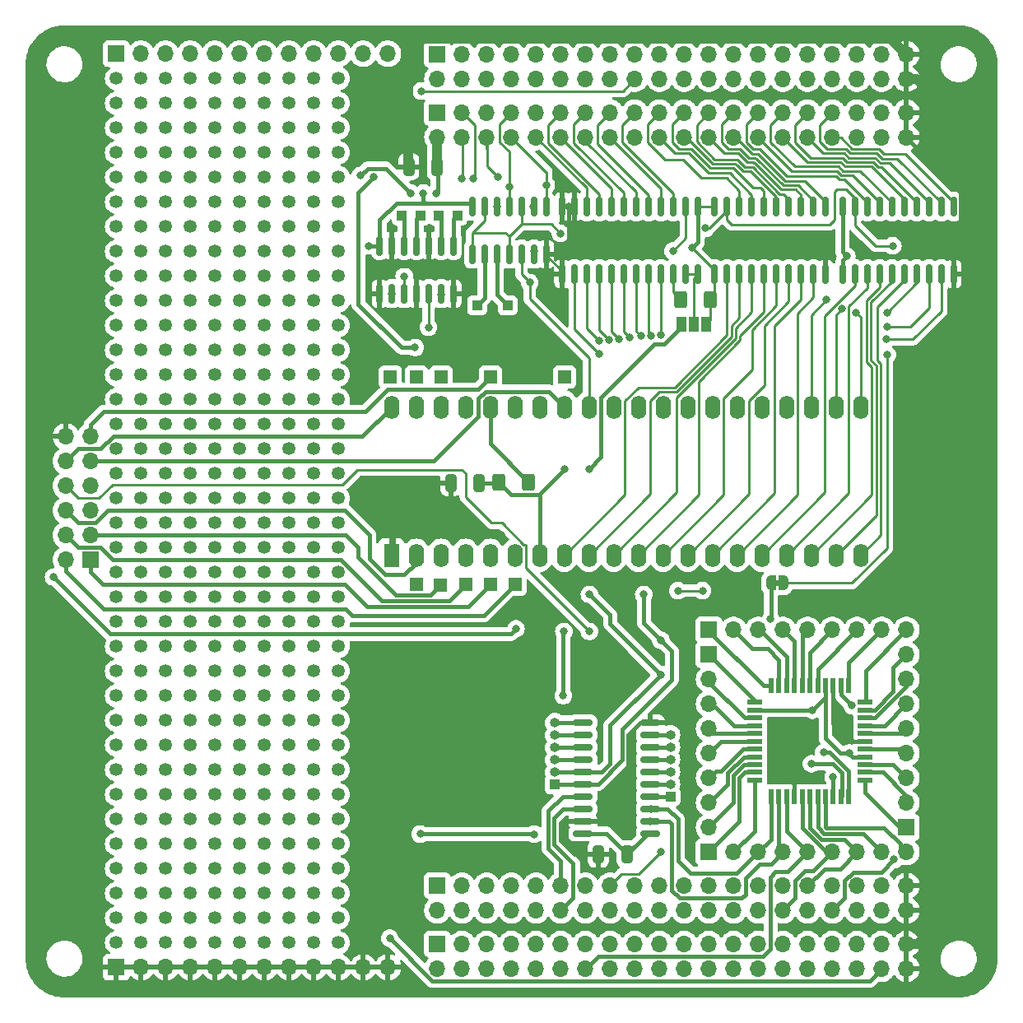
<source format=gbr>
%TF.GenerationSoftware,KiCad,Pcbnew,7.0.7-7.0.7~ubuntu20.04.1*%
%TF.CreationDate,2023-09-08T17:20:42+02:00*%
%TF.ProjectId,CPU_6809_board,4350555f-3638-4303-995f-626f6172642e,rev?*%
%TF.SameCoordinates,Original*%
%TF.FileFunction,Copper,L1,Top*%
%TF.FilePolarity,Positive*%
%FSLAX46Y46*%
G04 Gerber Fmt 4.6, Leading zero omitted, Abs format (unit mm)*
G04 Created by KiCad (PCBNEW 7.0.7-7.0.7~ubuntu20.04.1) date 2023-09-08 17:20:42*
%MOMM*%
%LPD*%
G01*
G04 APERTURE LIST*
G04 Aperture macros list*
%AMRoundRect*
0 Rectangle with rounded corners*
0 $1 Rounding radius*
0 $2 $3 $4 $5 $6 $7 $8 $9 X,Y pos of 4 corners*
0 Add a 4 corners polygon primitive as box body*
4,1,4,$2,$3,$4,$5,$6,$7,$8,$9,$2,$3,0*
0 Add four circle primitives for the rounded corners*
1,1,$1+$1,$2,$3*
1,1,$1+$1,$4,$5*
1,1,$1+$1,$6,$7*
1,1,$1+$1,$8,$9*
0 Add four rect primitives between the rounded corners*
20,1,$1+$1,$2,$3,$4,$5,0*
20,1,$1+$1,$4,$5,$6,$7,0*
20,1,$1+$1,$6,$7,$8,$9,0*
20,1,$1+$1,$8,$9,$2,$3,0*%
%AMFreePoly0*
4,1,19,0.500000,-0.750000,0.000000,-0.750000,0.000000,-0.744911,-0.071157,-0.744911,-0.207708,-0.704816,-0.327430,-0.627875,-0.420627,-0.520320,-0.479746,-0.390866,-0.500000,-0.250000,-0.500000,0.250000,-0.479746,0.390866,-0.420627,0.520320,-0.327430,0.627875,-0.207708,0.704816,-0.071157,0.744911,0.000000,0.744911,0.000000,0.750000,0.500000,0.750000,0.500000,-0.750000,0.500000,-0.750000,
$1*%
%AMFreePoly1*
4,1,19,0.000000,0.744911,0.071157,0.744911,0.207708,0.704816,0.327430,0.627875,0.420627,0.520320,0.479746,0.390866,0.500000,0.250000,0.500000,-0.250000,0.479746,-0.390866,0.420627,-0.520320,0.327430,-0.627875,0.207708,-0.704816,0.071157,-0.744911,0.000000,-0.744911,0.000000,-0.750000,-0.500000,-0.750000,-0.500000,0.750000,0.000000,0.750000,0.000000,0.744911,0.000000,0.744911,
$1*%
G04 Aperture macros list end*
%TA.AperFunction,SMDPad,CuDef*%
%ADD10R,1.000000X1.500000*%
%TD*%
%TA.AperFunction,SMDPad,CuDef*%
%ADD11RoundRect,0.250000X0.325000X0.650000X-0.325000X0.650000X-0.325000X-0.650000X0.325000X-0.650000X0*%
%TD*%
%TA.AperFunction,ComponentPad*%
%ADD12R,1.700000X1.700000*%
%TD*%
%TA.AperFunction,ComponentPad*%
%ADD13O,1.700000X1.700000*%
%TD*%
%TA.AperFunction,ComponentPad*%
%ADD14R,1.000000X1.000000*%
%TD*%
%TA.AperFunction,ComponentPad*%
%ADD15C,1.350000*%
%TD*%
%TA.AperFunction,ComponentPad*%
%ADD16R,1.350000X1.350000*%
%TD*%
%TA.AperFunction,ComponentPad*%
%ADD17O,1.000000X1.000000*%
%TD*%
%TA.AperFunction,SMDPad,CuDef*%
%ADD18RoundRect,0.150000X0.150000X-0.837500X0.150000X0.837500X-0.150000X0.837500X-0.150000X-0.837500X0*%
%TD*%
%TA.AperFunction,SMDPad,CuDef*%
%ADD19RoundRect,0.250000X-0.400000X-0.625000X0.400000X-0.625000X0.400000X0.625000X-0.400000X0.625000X0*%
%TD*%
%TA.AperFunction,SMDPad,CuDef*%
%ADD20RoundRect,0.150000X0.837500X0.150000X-0.837500X0.150000X-0.837500X-0.150000X0.837500X-0.150000X0*%
%TD*%
%TA.AperFunction,ComponentPad*%
%ADD21R,1.600000X2.400000*%
%TD*%
%TA.AperFunction,ComponentPad*%
%ADD22O,1.600000X2.400000*%
%TD*%
%TA.AperFunction,SMDPad,CuDef*%
%ADD23RoundRect,0.150000X0.150000X-0.825000X0.150000X0.825000X-0.150000X0.825000X-0.150000X-0.825000X0*%
%TD*%
%TA.AperFunction,SMDPad,CuDef*%
%ADD24RoundRect,0.250000X0.400000X0.625000X-0.400000X0.625000X-0.400000X-0.625000X0.400000X-0.625000X0*%
%TD*%
%TA.AperFunction,SMDPad,CuDef*%
%ADD25R,0.550000X1.500000*%
%TD*%
%TA.AperFunction,SMDPad,CuDef*%
%ADD26R,1.500000X0.550000*%
%TD*%
%TA.AperFunction,SMDPad,CuDef*%
%ADD27FreePoly0,180.000000*%
%TD*%
%TA.AperFunction,SMDPad,CuDef*%
%ADD28FreePoly1,180.000000*%
%TD*%
%TA.AperFunction,SMDPad,CuDef*%
%ADD29RoundRect,0.150000X-0.150000X0.837500X-0.150000X-0.837500X0.150000X-0.837500X0.150000X0.837500X0*%
%TD*%
%TA.AperFunction,ViaPad*%
%ADD30C,0.800000*%
%TD*%
%TA.AperFunction,Conductor*%
%ADD31C,0.400000*%
%TD*%
%TA.AperFunction,Conductor*%
%ADD32C,0.250000*%
%TD*%
%TA.AperFunction,Conductor*%
%ADD33C,1.000000*%
%TD*%
G04 APERTURE END LIST*
%TA.AperFunction,EtchedComponent*%
%TO.C,JP20*%
G36*
X174900400Y-103017600D02*
G01*
X174400400Y-103017600D01*
X174400400Y-102417600D01*
X174900400Y-102417600D01*
X174900400Y-103017600D01*
G37*
%TD.AperFunction*%
%TD*%
D10*
%TO.P,JP8,1,A*%
%TO.N,+5V*%
X164790600Y-76123800D03*
%TO.P,JP8,2,C*%
%TO.N,Net-(JP8-C)*%
X166090600Y-76123800D03*
%TO.P,JP8,3,B*%
%TO.N,/Buffers/VBuffer*%
X167390600Y-76123800D03*
%TD*%
D11*
%TO.P,C5,1*%
%TO.N,+5V*%
X144021600Y-92405200D03*
%TO.P,C5,2*%
%TO.N,GND*%
X141071600Y-92405200D03*
%TD*%
D12*
%TO.P,J8,1,Pin_1*%
%TO.N,/~{BUSFREE}*%
X167640000Y-130389005D03*
D13*
%TO.P,J8,2,Pin_2*%
%TO.N,/BA*%
X170180000Y-130389005D03*
%TO.P,J8,3,Pin_3*%
%TO.N,/PHI0_c*%
X172720000Y-130389005D03*
%TO.P,J8,4,Pin_4*%
%TO.N,/~{PHI0_c}*%
X175260000Y-130389005D03*
%TO.P,J8,5,Pin_5*%
%TO.N,/CLKF*%
X177800000Y-130389005D03*
%TO.P,J8,6,Pin_6*%
%TO.N,/MOSI*%
X180340000Y-130389005D03*
%TO.P,J8,7,Pin_7*%
%TO.N,/SCK*%
X182880000Y-130389005D03*
%TO.P,J8,8,Pin_8*%
%TO.N,/A15*%
X185420000Y-130389005D03*
%TO.P,J8,9,Pin_9*%
%TO.N,/A14*%
X187960000Y-130389005D03*
%TD*%
D14*
%TO.P,J13,1,Pin_1*%
%TO.N,Net-(J13-Pin_1)*%
X136042400Y-64897000D03*
%TD*%
D15*
%TO.P,J26,1,Pin_1*%
%TO.N,unconnected-(J26-Pin_1-Pad1)*%
X129540000Y-139700000D03*
%TO.P,J26,2,Pin_2*%
%TO.N,unconnected-(J26-Pin_2-Pad2)*%
X129540000Y-137160000D03*
%TO.P,J26,3,Pin_3*%
%TO.N,unconnected-(J26-Pin_3-Pad3)*%
X129540000Y-134620000D03*
%TO.P,J26,4,Pin_4*%
%TO.N,unconnected-(J26-Pin_4-Pad4)*%
X129540000Y-132080000D03*
%TO.P,J26,5,Pin_5*%
%TO.N,unconnected-(J26-Pin_5-Pad5)*%
X129540000Y-129540000D03*
%TO.P,J26,6,Pin_6*%
%TO.N,unconnected-(J26-Pin_6-Pad6)*%
X129540000Y-127000000D03*
%TO.P,J26,7,Pin_7*%
%TO.N,unconnected-(J26-Pin_7-Pad7)*%
X129540000Y-124460000D03*
%TO.P,J26,8,Pin_8*%
%TO.N,unconnected-(J26-Pin_8-Pad8)*%
X129540000Y-121920000D03*
%TO.P,J26,9,Pin_9*%
%TO.N,unconnected-(J26-Pin_9-Pad9)*%
X129540000Y-119380000D03*
%TO.P,J26,10,Pin_10*%
%TO.N,unconnected-(J26-Pin_10-Pad10)*%
X129540000Y-116840000D03*
%TO.P,J26,11,Pin_11*%
%TO.N,unconnected-(J26-Pin_11-Pad11)*%
X129540000Y-114300000D03*
%TO.P,J26,12,Pin_12*%
%TO.N,unconnected-(J26-Pin_12-Pad12)*%
X129540000Y-111760000D03*
%TO.P,J26,13,Pin_13*%
%TO.N,unconnected-(J26-Pin_13-Pad13)*%
X129540000Y-109220000D03*
%TO.P,J26,14,Pin_14*%
%TO.N,unconnected-(J26-Pin_14-Pad14)*%
X129540000Y-106680000D03*
%TO.P,J26,15,Pin_15*%
%TO.N,unconnected-(J26-Pin_15-Pad15)*%
X129540000Y-104140000D03*
%TO.P,J26,16,Pin_16*%
%TO.N,unconnected-(J26-Pin_16-Pad16)*%
X129540000Y-101600000D03*
%TO.P,J26,17,Pin_17*%
%TO.N,unconnected-(J26-Pin_17-Pad17)*%
X129540000Y-99060000D03*
%TO.P,J26,18,Pin_18*%
%TO.N,unconnected-(J26-Pin_18-Pad18)*%
X129540000Y-96520000D03*
%TO.P,J26,19,Pin_19*%
%TO.N,unconnected-(J26-Pin_19-Pad19)*%
X129540000Y-93980000D03*
%TO.P,J26,20,Pin_20*%
%TO.N,unconnected-(J26-Pin_20-Pad20)*%
X129540000Y-91440000D03*
%TO.P,J26,21,Pin_21*%
%TO.N,unconnected-(J26-Pin_21-Pad21)*%
X129540000Y-88900000D03*
%TO.P,J26,22,Pin_22*%
%TO.N,unconnected-(J26-Pin_22-Pad22)*%
X129540000Y-86360000D03*
%TO.P,J26,23,Pin_23*%
%TO.N,unconnected-(J26-Pin_23-Pad23)*%
X129540000Y-83820000D03*
%TO.P,J26,24,Pin_24*%
%TO.N,unconnected-(J26-Pin_24-Pad24)*%
X129540000Y-81280000D03*
%TO.P,J26,25,Pin_25*%
%TO.N,unconnected-(J26-Pin_25-Pad25)*%
X129540000Y-78740000D03*
%TO.P,J26,26,Pin_26*%
%TO.N,unconnected-(J26-Pin_26-Pad26)*%
X129540000Y-76200000D03*
%TO.P,J26,27,Pin_27*%
%TO.N,unconnected-(J26-Pin_27-Pad27)*%
X129540000Y-73660000D03*
%TO.P,J26,28,Pin_28*%
%TO.N,unconnected-(J26-Pin_28-Pad28)*%
X129540000Y-71120000D03*
%TO.P,J26,29,Pin_29*%
%TO.N,unconnected-(J26-Pin_29-Pad29)*%
X129540000Y-68580000D03*
%TO.P,J26,30,Pin_30*%
%TO.N,unconnected-(J26-Pin_30-Pad30)*%
X129540000Y-66040000D03*
%TO.P,J26,31,Pin_31*%
%TO.N,unconnected-(J26-Pin_31-Pad31)*%
X129540000Y-63500000D03*
%TO.P,J26,32,Pin_32*%
%TO.N,unconnected-(J26-Pin_32-Pad32)*%
X129540000Y-60960000D03*
%TO.P,J26,33,Pin_33*%
%TO.N,unconnected-(J26-Pin_33-Pad33)*%
X129540000Y-58420000D03*
%TO.P,J26,34,Pin_34*%
%TO.N,unconnected-(J26-Pin_34-Pad34)*%
X129540000Y-55880000D03*
%TO.P,J26,35,Pin_35*%
%TO.N,unconnected-(J26-Pin_35-Pad35)*%
X129540000Y-53340000D03*
%TO.P,J26,36,Pin_36*%
%TO.N,unconnected-(J26-Pin_36-Pad36)*%
X129540000Y-50800000D03*
%TO.P,J26,37,Pin_37*%
%TO.N,unconnected-(J26-Pin_37-Pad37)*%
X127000000Y-50800000D03*
%TO.P,J26,38,Pin_38*%
%TO.N,unconnected-(J26-Pin_38-Pad38)*%
X127000000Y-53340000D03*
%TO.P,J26,39,Pin_39*%
%TO.N,unconnected-(J26-Pin_39-Pad39)*%
X127000000Y-55880000D03*
%TO.P,J26,40,Pin_40*%
%TO.N,unconnected-(J26-Pin_40-Pad40)*%
X127000000Y-58420000D03*
%TO.P,J26,41,Pin_41*%
%TO.N,unconnected-(J26-Pin_41-Pad41)*%
X127000000Y-60960000D03*
%TO.P,J26,42,Pin_42*%
%TO.N,unconnected-(J26-Pin_42-Pad42)*%
X127000000Y-63500000D03*
%TO.P,J26,43,Pin_43*%
%TO.N,unconnected-(J26-Pin_43-Pad43)*%
X127000000Y-66040000D03*
%TO.P,J26,44,Pin_44*%
%TO.N,unconnected-(J26-Pin_44-Pad44)*%
X127000000Y-68580000D03*
%TO.P,J26,45,Pin_45*%
%TO.N,unconnected-(J26-Pin_45-Pad45)*%
X127000000Y-71120000D03*
%TO.P,J26,46,Pin_46*%
%TO.N,unconnected-(J26-Pin_46-Pad46)*%
X127000000Y-73660000D03*
%TO.P,J26,47,Pin_47*%
%TO.N,unconnected-(J26-Pin_47-Pad47)*%
X127000000Y-76200000D03*
%TO.P,J26,48,Pin_48*%
%TO.N,unconnected-(J26-Pin_48-Pad48)*%
X127000000Y-78740000D03*
%TO.P,J26,49,Pin_49*%
%TO.N,unconnected-(J26-Pin_49-Pad49)*%
X127000000Y-81280000D03*
%TO.P,J26,50,Pin_50*%
%TO.N,unconnected-(J26-Pin_50-Pad50)*%
X127000000Y-83820000D03*
%TO.P,J26,51,Pin_51*%
%TO.N,unconnected-(J26-Pin_51-Pad51)*%
X127000000Y-86360000D03*
%TO.P,J26,52,Pin_52*%
%TO.N,unconnected-(J26-Pin_52-Pad52)*%
X127000000Y-88900000D03*
%TO.P,J26,53,Pin_53*%
%TO.N,unconnected-(J26-Pin_53-Pad53)*%
X127000000Y-91440000D03*
%TO.P,J26,54,Pin_54*%
%TO.N,unconnected-(J26-Pin_54-Pad54)*%
X127000000Y-93980000D03*
%TO.P,J26,55,Pin_55*%
%TO.N,unconnected-(J26-Pin_55-Pad55)*%
X127000000Y-96520000D03*
%TO.P,J26,56,Pin_56*%
%TO.N,unconnected-(J26-Pin_56-Pad56)*%
X127000000Y-99060000D03*
%TO.P,J26,57,Pin_57*%
%TO.N,unconnected-(J26-Pin_57-Pad57)*%
X127000000Y-101600000D03*
%TO.P,J26,58,Pin_58*%
%TO.N,unconnected-(J26-Pin_58-Pad58)*%
X127000000Y-104140000D03*
%TO.P,J26,59,Pin_59*%
%TO.N,unconnected-(J26-Pin_59-Pad59)*%
X127000000Y-106680000D03*
%TO.P,J26,60,Pin_60*%
%TO.N,unconnected-(J26-Pin_60-Pad60)*%
X127000000Y-109220000D03*
%TO.P,J26,61,Pin_61*%
%TO.N,unconnected-(J26-Pin_61-Pad61)*%
X127000000Y-111760000D03*
%TO.P,J26,62,Pin_62*%
%TO.N,unconnected-(J26-Pin_62-Pad62)*%
X127000000Y-114300000D03*
%TO.P,J26,63,Pin_63*%
%TO.N,unconnected-(J26-Pin_63-Pad63)*%
X127000000Y-116840000D03*
%TO.P,J26,64,Pin_64*%
%TO.N,unconnected-(J26-Pin_64-Pad64)*%
X127000000Y-119380000D03*
%TO.P,J26,65,Pin_65*%
%TO.N,unconnected-(J26-Pin_65-Pad65)*%
X127000000Y-121920000D03*
%TO.P,J26,66,Pin_66*%
%TO.N,unconnected-(J26-Pin_66-Pad66)*%
X127000000Y-124460000D03*
%TO.P,J26,67,Pin_67*%
%TO.N,unconnected-(J26-Pin_67-Pad67)*%
X127000000Y-127000000D03*
%TO.P,J26,68,Pin_68*%
%TO.N,unconnected-(J26-Pin_68-Pad68)*%
X127000000Y-129540000D03*
%TO.P,J26,69,Pin_69*%
%TO.N,unconnected-(J26-Pin_69-Pad69)*%
X127000000Y-132080000D03*
%TO.P,J26,70,Pin_70*%
%TO.N,unconnected-(J26-Pin_70-Pad70)*%
X127000000Y-134620000D03*
%TO.P,J26,71,Pin_71*%
%TO.N,unconnected-(J26-Pin_71-Pad71)*%
X127000000Y-137160000D03*
%TO.P,J26,72,Pin_72*%
%TO.N,unconnected-(J26-Pin_72-Pad72)*%
X127000000Y-139700000D03*
%TD*%
D12*
%TO.P,J1,1,Pin_1*%
%TO.N,+5V*%
X139700000Y-48303005D03*
D13*
%TO.P,J1,2,Pin_2*%
X139700000Y-50843005D03*
%TO.P,J1,3,Pin_3*%
%TO.N,/Qe*%
X142240000Y-48303005D03*
%TO.P,J1,4,Pin_4*%
%TO.N,/Ee*%
X142240000Y-50843005D03*
%TO.P,J1,5,Pin_5*%
%TO.N,/~{IORD}*%
X144780000Y-48303005D03*
%TO.P,J1,6,Pin_6*%
%TO.N,/R{slash}~{W}_e*%
X144780000Y-50843005D03*
%TO.P,J1,7,Pin_7*%
%TO.N,/~{MRD}*%
X147320000Y-48303005D03*
%TO.P,J1,8,Pin_8*%
%TO.N,/~{MWR}*%
X147320000Y-50843005D03*
%TO.P,J1,9,Pin_9*%
%TO.N,/~{IOWR}*%
X149860000Y-48303005D03*
%TO.P,J1,10,Pin_10*%
%TO.N,/D0*%
X149860000Y-50843005D03*
%TO.P,J1,11,Pin_11*%
%TO.N,/D1*%
X152400000Y-48303005D03*
%TO.P,J1,12,Pin_12*%
%TO.N,/D2*%
X152400000Y-50843005D03*
%TO.P,J1,13,Pin_13*%
%TO.N,/D3*%
X154940000Y-48303005D03*
%TO.P,J1,14,Pin_14*%
%TO.N,/D4*%
X154940000Y-50843005D03*
%TO.P,J1,15,Pin_15*%
%TO.N,/D5*%
X157480000Y-48303005D03*
%TO.P,J1,16,Pin_16*%
%TO.N,/D6*%
X157480000Y-50843005D03*
%TO.P,J1,17,Pin_17*%
%TO.N,/D7*%
X160020000Y-48303005D03*
%TO.P,J1,18,Pin_18*%
%TO.N,/~{RST}*%
X160020000Y-50843005D03*
%TO.P,J1,19,Pin_19*%
%TO.N,/A0*%
X162560000Y-48303005D03*
%TO.P,J1,20,Pin_20*%
%TO.N,/A1*%
X162560000Y-50843005D03*
%TO.P,J1,21,Pin_21*%
%TO.N,/A2*%
X165100000Y-48303005D03*
%TO.P,J1,22,Pin_22*%
%TO.N,/A3*%
X165100000Y-50843005D03*
%TO.P,J1,23,Pin_23*%
%TO.N,/A4*%
X167640000Y-48303005D03*
%TO.P,J1,24,Pin_24*%
%TO.N,/A5*%
X167640000Y-50843005D03*
%TO.P,J1,25,Pin_25*%
%TO.N,/A6*%
X170180000Y-48303005D03*
%TO.P,J1,26,Pin_26*%
%TO.N,/A7*%
X170180000Y-50843005D03*
%TO.P,J1,27,Pin_27*%
%TO.N,/A8*%
X172720000Y-48303005D03*
%TO.P,J1,28,Pin_28*%
%TO.N,/A9*%
X172720000Y-50843005D03*
%TO.P,J1,29,Pin_29*%
%TO.N,/A10*%
X175260000Y-48303005D03*
%TO.P,J1,30,Pin_30*%
%TO.N,/A11*%
X175260000Y-50843005D03*
%TO.P,J1,31,Pin_31*%
%TO.N,/A12*%
X177800000Y-48303005D03*
%TO.P,J1,32,Pin_32*%
%TO.N,/A13*%
X177800000Y-50843005D03*
%TO.P,J1,33,Pin_33*%
%TO.N,/A14*%
X180340000Y-48303005D03*
%TO.P,J1,34,Pin_34*%
%TO.N,/A15*%
X180340000Y-50843005D03*
%TO.P,J1,35,Pin_35*%
%TO.N,/Bus/A16*%
X182880000Y-48303005D03*
%TO.P,J1,36,Pin_36*%
%TO.N,/Bus/A17*%
X182880000Y-50843005D03*
%TO.P,J1,37,Pin_37*%
%TO.N,/Bus/A18*%
X185420000Y-48303005D03*
%TO.P,J1,38,Pin_38*%
%TO.N,/Bus/A19*%
X185420000Y-50843005D03*
%TO.P,J1,39,Pin_39*%
%TO.N,GND*%
X187960000Y-48303005D03*
%TO.P,J1,40,Pin_40*%
X187960000Y-50843005D03*
%TD*%
D14*
%TO.P,J14,1,Pin_1*%
%TO.N,Net-(J14-Pin_1)*%
X141757400Y-64897000D03*
%TD*%
D16*
%TO.P,J9,1,Pin_1*%
%TO.N,/~{NMI}*%
X137541000Y-102870000D03*
%TD*%
D14*
%TO.P,J11,1,Pin_1*%
%TO.N,Net-(J11-Pin_1)*%
X143789400Y-74168000D03*
%TD*%
%TO.P,J31,1,Pin_1*%
%TO.N,/Buffers/Ec*%
X163677600Y-124663200D03*
D17*
%TO.P,J31,2,Pin_2*%
%TO.N,/Buffers/Qc*%
X163677600Y-123393200D03*
%TO.P,J31,3,Pin_3*%
%TO.N,Net-(J31-Pin_3)*%
X163677600Y-122123200D03*
%TO.P,J31,4,Pin_4*%
%TO.N,Net-(J31-Pin_4)*%
X163677600Y-120853200D03*
%TO.P,J31,5,Pin_5*%
%TO.N,Net-(J31-Pin_5)*%
X163677600Y-119583200D03*
%TO.P,J31,6,Pin_6*%
%TO.N,Net-(J31-Pin_6)*%
X163677600Y-118313200D03*
%TD*%
D18*
%TO.P,U3,1,A->B*%
%TO.N,/Buffers/VBuffer*%
X181393172Y-70902223D03*
%TO.P,U3,2,A0*%
%TO.N,/CA8*%
X182663172Y-70902223D03*
%TO.P,U3,3,A1*%
%TO.N,/CA9*%
X183933172Y-70902223D03*
%TO.P,U3,4,A2*%
%TO.N,/CA10*%
X185203172Y-70902223D03*
%TO.P,U3,5,A3*%
%TO.N,/CA11*%
X186473172Y-70902223D03*
%TO.P,U3,6,A4*%
%TO.N,/CA12*%
X187743172Y-70902223D03*
%TO.P,U3,7,A5*%
%TO.N,/CA13*%
X189013172Y-70902223D03*
%TO.P,U3,8,A6*%
%TO.N,/CA14*%
X190283172Y-70902223D03*
%TO.P,U3,9,A7*%
%TO.N,/CA15*%
X191553172Y-70902223D03*
%TO.P,U3,10,GND*%
%TO.N,GND*%
X192823172Y-70902223D03*
%TO.P,U3,11,B7*%
%TO.N,/A15*%
X192823172Y-63977223D03*
%TO.P,U3,12,B6*%
%TO.N,/A14*%
X191553172Y-63977223D03*
%TO.P,U3,13,B5*%
%TO.N,/A13*%
X190283172Y-63977223D03*
%TO.P,U3,14,B4*%
%TO.N,/A12*%
X189013172Y-63977223D03*
%TO.P,U3,15,B3*%
%TO.N,/A11*%
X187743172Y-63977223D03*
%TO.P,U3,16,B2*%
%TO.N,/A10*%
X186473172Y-63977223D03*
%TO.P,U3,17,B1*%
%TO.N,/A9*%
X185203172Y-63977223D03*
%TO.P,U3,18,B0*%
%TO.N,/A8*%
X183933172Y-63977223D03*
%TO.P,U3,19,CE*%
%TO.N,/~{AOE}*%
X182663172Y-63977223D03*
%TO.P,U3,20,VCC*%
%TO.N,/Buffers/VBuffer*%
X181393172Y-63977223D03*
%TD*%
D12*
%TO.P,J5,1,Pin_1*%
%TO.N,/~{WR}c*%
X167640000Y-107529005D03*
D13*
%TO.P,J5,2,Pin_2*%
%TO.N,/~{AOE}*%
X170180000Y-107529005D03*
%TO.P,J5,3,Pin_3*%
%TO.N,/~{DOE}*%
X172720000Y-107529005D03*
%TO.P,J5,4,Pin_4*%
%TO.N,/A0*%
X175260000Y-107529005D03*
%TO.P,J5,5,Pin_5*%
%TO.N,/A1*%
X177800000Y-107529005D03*
%TO.P,J5,6,Pin_6*%
%TO.N,/A2*%
X180340000Y-107529005D03*
%TO.P,J5,7,Pin_7*%
%TO.N,/A3*%
X182880000Y-107529005D03*
%TO.P,J5,8,Pin_8*%
%TO.N,/A4*%
X185420000Y-107529005D03*
%TO.P,J5,9,Pin_9*%
%TO.N,/A5*%
X187960000Y-107529005D03*
%TD*%
D12*
%TO.P,J4,1,Pin_1*%
%TO.N,+5V*%
X139700000Y-133849005D03*
D13*
%TO.P,J4,2,Pin_2*%
X139700000Y-136389005D03*
%TO.P,J4,3,Pin_3*%
%TO.N,/RX2*%
X142240000Y-133849005D03*
%TO.P,J4,4,Pin_4*%
%TO.N,/TX2*%
X142240000Y-136389005D03*
%TO.P,J4,5,Pin_5*%
%TO.N,/RX3*%
X144780000Y-133849005D03*
%TO.P,J4,6,Pin_6*%
%TO.N,/TX3*%
X144780000Y-136389005D03*
%TO.P,J4,7,Pin_7*%
%TO.N,/RES0*%
X147320000Y-133849005D03*
%TO.P,J4,8,Pin_8*%
%TO.N,/TX1*%
X147320000Y-136389005D03*
%TO.P,J4,9,Pin_9*%
%TO.N,/RES1*%
X149860000Y-133849005D03*
%TO.P,J4,10,Pin_10*%
%TO.N,/RX1*%
X149860000Y-136389005D03*
%TO.P,J4,11,Pin_11*%
%TO.N,/PHI0*%
X152400000Y-133849005D03*
%TO.P,J4,12,Pin_12*%
%TO.N,/~{PHI0}*%
X152400000Y-136389005D03*
%TO.P,J4,13,Pin_13*%
%TO.N,/CLKS*%
X154940000Y-133849005D03*
%TO.P,J4,14,Pin_14*%
%TO.N,/CLKF*%
X154940000Y-136389005D03*
%TO.P,J4,15,Pin_15*%
%TO.N,/~{BUSFREE}*%
X157480000Y-133849005D03*
%TO.P,J4,16,Pin_16*%
%TO.N,/~{RAMWE13}*%
X157480000Y-136389005D03*
%TO.P,J4,17,Pin_17*%
%TO.N,/~{RAMWE12}*%
X160020000Y-133849005D03*
%TO.P,J4,18,Pin_18*%
%TO.N,/~{RAMWE11}*%
X160020000Y-136389005D03*
%TO.P,J4,19,Pin_19*%
%TO.N,/~{RAMWE10}*%
X162560000Y-133849005D03*
%TO.P,J4,20,Pin_20*%
%TO.N,/~{RAMWE9}*%
X162560000Y-136389005D03*
%TO.P,J4,21,Pin_21*%
%TO.N,/~{RAMWE8}*%
X165100000Y-133849005D03*
%TO.P,J4,22,Pin_22*%
%TO.N,/~{RAMWE7}*%
X165100000Y-136389005D03*
%TO.P,J4,23,Pin_23*%
%TO.N,/~{RAMWE6}*%
X167640000Y-133849005D03*
%TO.P,J4,24,Pin_24*%
%TO.N,/~{RAMWE5}*%
X167640000Y-136389005D03*
%TO.P,J4,25,Pin_25*%
%TO.N,/~{RAMWE4}*%
X170180000Y-133849005D03*
%TO.P,J4,26,Pin_26*%
%TO.N,/~{RAMWE3}*%
X170180000Y-136389005D03*
%TO.P,J4,27,Pin_27*%
%TO.N,/~{RAMWE2}*%
X172720000Y-133849005D03*
%TO.P,J4,28,Pin_28*%
%TO.N,/~{RAMWE1}*%
X172720000Y-136389005D03*
%TO.P,J4,29,Pin_29*%
%TO.N,/~{RAMWE0}*%
X175260000Y-133849005D03*
%TO.P,J4,30,Pin_30*%
%TO.N,/MOSI*%
X175260000Y-136389005D03*
%TO.P,J4,31,Pin_31*%
%TO.N,/SCK*%
X177800000Y-133849005D03*
%TO.P,J4,32,Pin_32*%
%TO.N,/Bus/TDRTN*%
X177800000Y-136389005D03*
%TO.P,J4,33,Pin_33*%
%TO.N,/TMS*%
X180340000Y-133849005D03*
%TO.P,J4,34,Pin_34*%
%TO.N,/TDO*%
X180340000Y-136389005D03*
%TO.P,J4,35,Pin_35*%
%TO.N,/TCK*%
X182880000Y-133849005D03*
%TO.P,J4,36,Pin_36*%
%TO.N,/TDI*%
X182880000Y-136389005D03*
%TO.P,J4,37,Pin_37*%
%TO.N,+3V3*%
X185420000Y-133849005D03*
%TO.P,J4,38,Pin_38*%
X185420000Y-136389005D03*
%TO.P,J4,39,Pin_39*%
%TO.N,GND*%
X187960000Y-133849005D03*
%TO.P,J4,40,Pin_40*%
X187960000Y-136389005D03*
%TD*%
D11*
%TO.P,C4,1*%
%TO.N,/Buffers/VBuffer*%
X159210800Y-130606800D03*
%TO.P,C4,2*%
%TO.N,GND*%
X156260800Y-130606800D03*
%TD*%
D15*
%TO.P,J24,1,Pin_1*%
%TO.N,unconnected-(J24-Pin_1-Pad1)*%
X119380000Y-139700000D03*
%TO.P,J24,2,Pin_2*%
%TO.N,unconnected-(J24-Pin_2-Pad2)*%
X119380000Y-137160000D03*
%TO.P,J24,3,Pin_3*%
%TO.N,unconnected-(J24-Pin_3-Pad3)*%
X119380000Y-134620000D03*
%TO.P,J24,4,Pin_4*%
%TO.N,unconnected-(J24-Pin_4-Pad4)*%
X119380000Y-132080000D03*
%TO.P,J24,5,Pin_5*%
%TO.N,unconnected-(J24-Pin_5-Pad5)*%
X119380000Y-129540000D03*
%TO.P,J24,6,Pin_6*%
%TO.N,unconnected-(J24-Pin_6-Pad6)*%
X119380000Y-127000000D03*
%TO.P,J24,7,Pin_7*%
%TO.N,unconnected-(J24-Pin_7-Pad7)*%
X119380000Y-124460000D03*
%TO.P,J24,8,Pin_8*%
%TO.N,unconnected-(J24-Pin_8-Pad8)*%
X119380000Y-121920000D03*
%TO.P,J24,9,Pin_9*%
%TO.N,unconnected-(J24-Pin_9-Pad9)*%
X119380000Y-119380000D03*
%TO.P,J24,10,Pin_10*%
%TO.N,unconnected-(J24-Pin_10-Pad10)*%
X119380000Y-116840000D03*
%TO.P,J24,11,Pin_11*%
%TO.N,unconnected-(J24-Pin_11-Pad11)*%
X119380000Y-114300000D03*
%TO.P,J24,12,Pin_12*%
%TO.N,unconnected-(J24-Pin_12-Pad12)*%
X119380000Y-111760000D03*
%TO.P,J24,13,Pin_13*%
%TO.N,unconnected-(J24-Pin_13-Pad13)*%
X119380000Y-109220000D03*
%TO.P,J24,14,Pin_14*%
%TO.N,unconnected-(J24-Pin_14-Pad14)*%
X119380000Y-106680000D03*
%TO.P,J24,15,Pin_15*%
%TO.N,unconnected-(J24-Pin_15-Pad15)*%
X119380000Y-104140000D03*
%TO.P,J24,16,Pin_16*%
%TO.N,unconnected-(J24-Pin_16-Pad16)*%
X119380000Y-101600000D03*
%TO.P,J24,17,Pin_17*%
%TO.N,unconnected-(J24-Pin_17-Pad17)*%
X119380000Y-99060000D03*
%TO.P,J24,18,Pin_18*%
%TO.N,unconnected-(J24-Pin_18-Pad18)*%
X119380000Y-96520000D03*
%TO.P,J24,19,Pin_19*%
%TO.N,unconnected-(J24-Pin_19-Pad19)*%
X119380000Y-93980000D03*
%TO.P,J24,20,Pin_20*%
%TO.N,unconnected-(J24-Pin_20-Pad20)*%
X119380000Y-91440000D03*
%TO.P,J24,21,Pin_21*%
%TO.N,unconnected-(J24-Pin_21-Pad21)*%
X119380000Y-88900000D03*
%TO.P,J24,22,Pin_22*%
%TO.N,unconnected-(J24-Pin_22-Pad22)*%
X119380000Y-86360000D03*
%TO.P,J24,23,Pin_23*%
%TO.N,unconnected-(J24-Pin_23-Pad23)*%
X119380000Y-83820000D03*
%TO.P,J24,24,Pin_24*%
%TO.N,unconnected-(J24-Pin_24-Pad24)*%
X119380000Y-81280000D03*
%TO.P,J24,25,Pin_25*%
%TO.N,unconnected-(J24-Pin_25-Pad25)*%
X119380000Y-78740000D03*
%TO.P,J24,26,Pin_26*%
%TO.N,unconnected-(J24-Pin_26-Pad26)*%
X119380000Y-76200000D03*
%TO.P,J24,27,Pin_27*%
%TO.N,unconnected-(J24-Pin_27-Pad27)*%
X119380000Y-73660000D03*
%TO.P,J24,28,Pin_28*%
%TO.N,unconnected-(J24-Pin_28-Pad28)*%
X119380000Y-71120000D03*
%TO.P,J24,29,Pin_29*%
%TO.N,unconnected-(J24-Pin_29-Pad29)*%
X119380000Y-68580000D03*
%TO.P,J24,30,Pin_30*%
%TO.N,unconnected-(J24-Pin_30-Pad30)*%
X119380000Y-66040000D03*
%TO.P,J24,31,Pin_31*%
%TO.N,unconnected-(J24-Pin_31-Pad31)*%
X119380000Y-63500000D03*
%TO.P,J24,32,Pin_32*%
%TO.N,unconnected-(J24-Pin_32-Pad32)*%
X119380000Y-60960000D03*
%TO.P,J24,33,Pin_33*%
%TO.N,unconnected-(J24-Pin_33-Pad33)*%
X119380000Y-58420000D03*
%TO.P,J24,34,Pin_34*%
%TO.N,unconnected-(J24-Pin_34-Pad34)*%
X119380000Y-55880000D03*
%TO.P,J24,35,Pin_35*%
%TO.N,unconnected-(J24-Pin_35-Pad35)*%
X119380000Y-53340000D03*
%TO.P,J24,36,Pin_36*%
%TO.N,unconnected-(J24-Pin_36-Pad36)*%
X119380000Y-50800000D03*
%TO.P,J24,37,Pin_37*%
%TO.N,unconnected-(J24-Pin_37-Pad37)*%
X116840000Y-50800000D03*
%TO.P,J24,38,Pin_38*%
%TO.N,unconnected-(J24-Pin_38-Pad38)*%
X116840000Y-53340000D03*
%TO.P,J24,39,Pin_39*%
%TO.N,unconnected-(J24-Pin_39-Pad39)*%
X116840000Y-55880000D03*
%TO.P,J24,40,Pin_40*%
%TO.N,unconnected-(J24-Pin_40-Pad40)*%
X116840000Y-58420000D03*
%TO.P,J24,41,Pin_41*%
%TO.N,unconnected-(J24-Pin_41-Pad41)*%
X116840000Y-60960000D03*
%TO.P,J24,42,Pin_42*%
%TO.N,unconnected-(J24-Pin_42-Pad42)*%
X116840000Y-63500000D03*
%TO.P,J24,43,Pin_43*%
%TO.N,unconnected-(J24-Pin_43-Pad43)*%
X116840000Y-66040000D03*
%TO.P,J24,44,Pin_44*%
%TO.N,unconnected-(J24-Pin_44-Pad44)*%
X116840000Y-68580000D03*
%TO.P,J24,45,Pin_45*%
%TO.N,unconnected-(J24-Pin_45-Pad45)*%
X116840000Y-71120000D03*
%TO.P,J24,46,Pin_46*%
%TO.N,unconnected-(J24-Pin_46-Pad46)*%
X116840000Y-73660000D03*
%TO.P,J24,47,Pin_47*%
%TO.N,unconnected-(J24-Pin_47-Pad47)*%
X116840000Y-76200000D03*
%TO.P,J24,48,Pin_48*%
%TO.N,unconnected-(J24-Pin_48-Pad48)*%
X116840000Y-78740000D03*
%TO.P,J24,49,Pin_49*%
%TO.N,unconnected-(J24-Pin_49-Pad49)*%
X116840000Y-81280000D03*
%TO.P,J24,50,Pin_50*%
%TO.N,unconnected-(J24-Pin_50-Pad50)*%
X116840000Y-83820000D03*
%TO.P,J24,51,Pin_51*%
%TO.N,unconnected-(J24-Pin_51-Pad51)*%
X116840000Y-86360000D03*
%TO.P,J24,52,Pin_52*%
%TO.N,unconnected-(J24-Pin_52-Pad52)*%
X116840000Y-88900000D03*
%TO.P,J24,53,Pin_53*%
%TO.N,unconnected-(J24-Pin_53-Pad53)*%
X116840000Y-91440000D03*
%TO.P,J24,54,Pin_54*%
%TO.N,unconnected-(J24-Pin_54-Pad54)*%
X116840000Y-93980000D03*
%TO.P,J24,55,Pin_55*%
%TO.N,unconnected-(J24-Pin_55-Pad55)*%
X116840000Y-96520000D03*
%TO.P,J24,56,Pin_56*%
%TO.N,unconnected-(J24-Pin_56-Pad56)*%
X116840000Y-99060000D03*
%TO.P,J24,57,Pin_57*%
%TO.N,unconnected-(J24-Pin_57-Pad57)*%
X116840000Y-101600000D03*
%TO.P,J24,58,Pin_58*%
%TO.N,unconnected-(J24-Pin_58-Pad58)*%
X116840000Y-104140000D03*
%TO.P,J24,59,Pin_59*%
%TO.N,unconnected-(J24-Pin_59-Pad59)*%
X116840000Y-106680000D03*
%TO.P,J24,60,Pin_60*%
%TO.N,unconnected-(J24-Pin_60-Pad60)*%
X116840000Y-109220000D03*
%TO.P,J24,61,Pin_61*%
%TO.N,unconnected-(J24-Pin_61-Pad61)*%
X116840000Y-111760000D03*
%TO.P,J24,62,Pin_62*%
%TO.N,unconnected-(J24-Pin_62-Pad62)*%
X116840000Y-114300000D03*
%TO.P,J24,63,Pin_63*%
%TO.N,unconnected-(J24-Pin_63-Pad63)*%
X116840000Y-116840000D03*
%TO.P,J24,64,Pin_64*%
%TO.N,unconnected-(J24-Pin_64-Pad64)*%
X116840000Y-119380000D03*
%TO.P,J24,65,Pin_65*%
%TO.N,unconnected-(J24-Pin_65-Pad65)*%
X116840000Y-121920000D03*
%TO.P,J24,66,Pin_66*%
%TO.N,unconnected-(J24-Pin_66-Pad66)*%
X116840000Y-124460000D03*
%TO.P,J24,67,Pin_67*%
%TO.N,unconnected-(J24-Pin_67-Pad67)*%
X116840000Y-127000000D03*
%TO.P,J24,68,Pin_68*%
%TO.N,unconnected-(J24-Pin_68-Pad68)*%
X116840000Y-129540000D03*
%TO.P,J24,69,Pin_69*%
%TO.N,unconnected-(J24-Pin_69-Pad69)*%
X116840000Y-132080000D03*
%TO.P,J24,70,Pin_70*%
%TO.N,unconnected-(J24-Pin_70-Pad70)*%
X116840000Y-134620000D03*
%TO.P,J24,71,Pin_71*%
%TO.N,unconnected-(J24-Pin_71-Pad71)*%
X116840000Y-137160000D03*
%TO.P,J24,72,Pin_72*%
%TO.N,unconnected-(J24-Pin_72-Pad72)*%
X116840000Y-139700000D03*
%TD*%
D19*
%TO.P,R26,1*%
%TO.N,+5V*%
X145998000Y-92329000D03*
%TO.P,R26,2*%
%TO.N,/AVMA*%
X149098000Y-92329000D03*
%TD*%
D20*
%TO.P,U21,1,A->B*%
%TO.N,/Buffers/VBuffer*%
X161611000Y-128473200D03*
%TO.P,U21,2,A0*%
%TO.N,/~{PHI0_c}*%
X161611000Y-127203200D03*
%TO.P,U21,3,A1*%
%TO.N,/PHI0_c*%
X161611000Y-125933200D03*
%TO.P,U21,4,A2*%
%TO.N,/Buffers/Ec*%
X161611000Y-124663200D03*
%TO.P,U21,5,A3*%
%TO.N,/Buffers/Qc*%
X161611000Y-123393200D03*
%TO.P,U21,6,A4*%
%TO.N,Net-(J31-Pin_3)*%
X161611000Y-122123200D03*
%TO.P,U21,7,A5*%
%TO.N,Net-(J31-Pin_4)*%
X161611000Y-120853200D03*
%TO.P,U21,8,A6*%
%TO.N,Net-(J31-Pin_5)*%
X161611000Y-119583200D03*
%TO.P,U21,9,A7*%
%TO.N,Net-(J31-Pin_6)*%
X161611000Y-118313200D03*
%TO.P,U21,10,GND*%
%TO.N,GND*%
X161611000Y-117043200D03*
%TO.P,U21,11,B7*%
%TO.N,Net-(J30-Pin_6)*%
X154686000Y-117043200D03*
%TO.P,U21,12,B6*%
%TO.N,Net-(J30-Pin_5)*%
X154686000Y-118313200D03*
%TO.P,U21,13,B5*%
%TO.N,Net-(J30-Pin_4)*%
X154686000Y-119583200D03*
%TO.P,U21,14,B4*%
%TO.N,Net-(J30-Pin_3)*%
X154686000Y-120853200D03*
%TO.P,U21,15,B3*%
%TO.N,/Qcpu*%
X154686000Y-122123200D03*
%TO.P,U21,16,B2*%
%TO.N,/Ecpu*%
X154686000Y-123393200D03*
%TO.P,U21,17,B1*%
%TO.N,/PHI0*%
X154686000Y-124663200D03*
%TO.P,U21,18,B0*%
%TO.N,/~{PHI0}*%
X154686000Y-125933200D03*
%TO.P,U21,19,CE*%
%TO.N,GND*%
X154686000Y-127203200D03*
%TO.P,U21,20,VCC*%
%TO.N,/Buffers/VBuffer*%
X154686000Y-128473200D03*
%TD*%
D21*
%TO.P,U22,1,VSS*%
%TO.N,GND*%
X134975600Y-99847400D03*
D22*
%TO.P,U22,2,~{NMI}*%
%TO.N,/~{NMI}*%
X137515600Y-99847400D03*
%TO.P,U22,3,~{IRQ}*%
%TO.N,/~{IRQ}*%
X140055600Y-99847400D03*
%TO.P,U22,4,~{FIRQ}*%
%TO.N,/~{FIRQ}*%
X142595600Y-99847400D03*
%TO.P,U22,5,BS*%
%TO.N,/BS*%
X145135600Y-99847400D03*
%TO.P,U22,6,BA*%
%TO.N,/BA*%
X147675600Y-99847400D03*
%TO.P,U22,7,VCC*%
%TO.N,+5V*%
X150215600Y-99847400D03*
%TO.P,U22,8,A0*%
%TO.N,/CA0*%
X152755600Y-99847400D03*
%TO.P,U22,9,A1*%
%TO.N,/CA1*%
X155295600Y-99847400D03*
%TO.P,U22,10,A2*%
%TO.N,/CA2*%
X157835600Y-99847400D03*
%TO.P,U22,11,A3*%
%TO.N,/CA3*%
X160375600Y-99847400D03*
%TO.P,U22,12,A4*%
%TO.N,/CA4*%
X162915600Y-99847400D03*
%TO.P,U22,13,A5*%
%TO.N,/CA5*%
X165455600Y-99847400D03*
%TO.P,U22,14,A6*%
%TO.N,/CA6*%
X167995600Y-99847400D03*
%TO.P,U22,15,A7*%
%TO.N,/CA7*%
X170535600Y-99847400D03*
%TO.P,U22,16,A8*%
%TO.N,/CA8*%
X173075600Y-99847400D03*
%TO.P,U22,17,A9*%
%TO.N,/CA9*%
X175615600Y-99847400D03*
%TO.P,U22,18,A10*%
%TO.N,/CA10*%
X178155600Y-99847400D03*
%TO.P,U22,19,A11*%
%TO.N,/CA11*%
X180695600Y-99847400D03*
%TO.P,U22,20,A12*%
%TO.N,/CA12*%
X183235600Y-99847400D03*
%TO.P,U22,21,A13*%
%TO.N,/CA13*%
X183235600Y-84607400D03*
%TO.P,U22,22,A14*%
%TO.N,/CA14*%
X180695600Y-84607400D03*
%TO.P,U22,23,A15*%
%TO.N,/CA15*%
X178155600Y-84607400D03*
%TO.P,U22,24,D7*%
%TO.N,/CD7*%
X175615600Y-84607400D03*
%TO.P,U22,25,D6*%
%TO.N,/CD6*%
X173075600Y-84607400D03*
%TO.P,U22,26,D5*%
%TO.N,/CD5*%
X170535600Y-84607400D03*
%TO.P,U22,27,D4*%
%TO.N,/CD4*%
X167995600Y-84607400D03*
%TO.P,U22,28,D3*%
%TO.N,/CD3*%
X165455600Y-84607400D03*
%TO.P,U22,29,D2*%
%TO.N,/CD2*%
X162915600Y-84607400D03*
%TO.P,U22,30,D1*%
%TO.N,/CD1*%
X160375600Y-84607400D03*
%TO.P,U22,31,D0*%
%TO.N,/CD0*%
X157835600Y-84607400D03*
%TO.P,U22,32,R/~{W}*%
%TO.N,/R{slash}~{W}*%
X155295600Y-84607400D03*
%TO.P,U22,33,BUSY*%
%TO.N,/BUSY*%
X152755600Y-84607400D03*
%TO.P,U22,34,E*%
%TO.N,Net-(JP21-C)*%
X150215600Y-84607400D03*
%TO.P,U22,35,Q*%
%TO.N,Net-(JP22-C)*%
X147675600Y-84607400D03*
%TO.P,U22,36,AVMA*%
%TO.N,/AVMA*%
X145135600Y-84607400D03*
%TO.P,U22,37,~{RESET}*%
%TO.N,/~{RST}*%
X142595600Y-84607400D03*
%TO.P,U22,38,LIC*%
%TO.N,/P38*%
X140055600Y-84607400D03*
%TO.P,U22,39,TSC*%
%TO.N,/P39*%
X137515600Y-84607400D03*
%TO.P,U22,40,~{HALT}*%
%TO.N,/~{HALT}*%
X134975600Y-84607400D03*
%TD*%
D16*
%TO.P,J32,1,Pin_1*%
%TO.N,/P39*%
X137541000Y-81534000D03*
%TD*%
%TO.P,J16,1,Pin_1*%
%TO.N,/~{IRQ}*%
X140030200Y-102895400D03*
%TD*%
D14*
%TO.P,J15,1,Pin_1*%
%TO.N,Net-(J15-Pin_1)*%
X137947400Y-64897000D03*
%TD*%
D16*
%TO.P,J19,1,Pin_1*%
%TO.N,/BUSY*%
X152781000Y-81534000D03*
%TD*%
%TO.P,J29,1,Pin_1*%
%TO.N,/AVMA*%
X145175000Y-81534000D03*
%TD*%
D12*
%TO.P,J20,1,Pin_1*%
%TO.N,GND*%
X106680000Y-142240000D03*
D13*
%TO.P,J20,2,Pin_2*%
X109220000Y-142240000D03*
%TO.P,J20,3,Pin_3*%
X111760000Y-142240000D03*
%TO.P,J20,4,Pin_4*%
X114300000Y-142240000D03*
%TO.P,J20,5,Pin_5*%
X116840000Y-142240000D03*
%TO.P,J20,6,Pin_6*%
X119380000Y-142240000D03*
%TO.P,J20,7,Pin_7*%
X121920000Y-142240000D03*
%TO.P,J20,8,Pin_8*%
X124460000Y-142240000D03*
%TO.P,J20,9,Pin_9*%
X127000000Y-142240000D03*
%TO.P,J20,10,Pin_10*%
X129540000Y-142240000D03*
%TO.P,J20,11,Pin_11*%
X132080000Y-142240000D03*
%TO.P,J20,12,Pin_12*%
X134620000Y-142240000D03*
%TD*%
D15*
%TO.P,J25,1,Pin_1*%
%TO.N,unconnected-(J25-Pin_1-Pad1)*%
X124460000Y-139700000D03*
%TO.P,J25,2,Pin_2*%
%TO.N,unconnected-(J25-Pin_2-Pad2)*%
X124460000Y-137160000D03*
%TO.P,J25,3,Pin_3*%
%TO.N,unconnected-(J25-Pin_3-Pad3)*%
X124460000Y-134620000D03*
%TO.P,J25,4,Pin_4*%
%TO.N,unconnected-(J25-Pin_4-Pad4)*%
X124460000Y-132080000D03*
%TO.P,J25,5,Pin_5*%
%TO.N,unconnected-(J25-Pin_5-Pad5)*%
X124460000Y-129540000D03*
%TO.P,J25,6,Pin_6*%
%TO.N,unconnected-(J25-Pin_6-Pad6)*%
X124460000Y-127000000D03*
%TO.P,J25,7,Pin_7*%
%TO.N,unconnected-(J25-Pin_7-Pad7)*%
X124460000Y-124460000D03*
%TO.P,J25,8,Pin_8*%
%TO.N,unconnected-(J25-Pin_8-Pad8)*%
X124460000Y-121920000D03*
%TO.P,J25,9,Pin_9*%
%TO.N,unconnected-(J25-Pin_9-Pad9)*%
X124460000Y-119380000D03*
%TO.P,J25,10,Pin_10*%
%TO.N,unconnected-(J25-Pin_10-Pad10)*%
X124460000Y-116840000D03*
%TO.P,J25,11,Pin_11*%
%TO.N,unconnected-(J25-Pin_11-Pad11)*%
X124460000Y-114300000D03*
%TO.P,J25,12,Pin_12*%
%TO.N,unconnected-(J25-Pin_12-Pad12)*%
X124460000Y-111760000D03*
%TO.P,J25,13,Pin_13*%
%TO.N,unconnected-(J25-Pin_13-Pad13)*%
X124460000Y-109220000D03*
%TO.P,J25,14,Pin_14*%
%TO.N,unconnected-(J25-Pin_14-Pad14)*%
X124460000Y-106680000D03*
%TO.P,J25,15,Pin_15*%
%TO.N,unconnected-(J25-Pin_15-Pad15)*%
X124460000Y-104140000D03*
%TO.P,J25,16,Pin_16*%
%TO.N,unconnected-(J25-Pin_16-Pad16)*%
X124460000Y-101600000D03*
%TO.P,J25,17,Pin_17*%
%TO.N,unconnected-(J25-Pin_17-Pad17)*%
X124460000Y-99060000D03*
%TO.P,J25,18,Pin_18*%
%TO.N,unconnected-(J25-Pin_18-Pad18)*%
X124460000Y-96520000D03*
%TO.P,J25,19,Pin_19*%
%TO.N,unconnected-(J25-Pin_19-Pad19)*%
X124460000Y-93980000D03*
%TO.P,J25,20,Pin_20*%
%TO.N,unconnected-(J25-Pin_20-Pad20)*%
X124460000Y-91440000D03*
%TO.P,J25,21,Pin_21*%
%TO.N,unconnected-(J25-Pin_21-Pad21)*%
X124460000Y-88900000D03*
%TO.P,J25,22,Pin_22*%
%TO.N,unconnected-(J25-Pin_22-Pad22)*%
X124460000Y-86360000D03*
%TO.P,J25,23,Pin_23*%
%TO.N,unconnected-(J25-Pin_23-Pad23)*%
X124460000Y-83820000D03*
%TO.P,J25,24,Pin_24*%
%TO.N,unconnected-(J25-Pin_24-Pad24)*%
X124460000Y-81280000D03*
%TO.P,J25,25,Pin_25*%
%TO.N,unconnected-(J25-Pin_25-Pad25)*%
X124460000Y-78740000D03*
%TO.P,J25,26,Pin_26*%
%TO.N,unconnected-(J25-Pin_26-Pad26)*%
X124460000Y-76200000D03*
%TO.P,J25,27,Pin_27*%
%TO.N,unconnected-(J25-Pin_27-Pad27)*%
X124460000Y-73660000D03*
%TO.P,J25,28,Pin_28*%
%TO.N,unconnected-(J25-Pin_28-Pad28)*%
X124460000Y-71120000D03*
%TO.P,J25,29,Pin_29*%
%TO.N,unconnected-(J25-Pin_29-Pad29)*%
X124460000Y-68580000D03*
%TO.P,J25,30,Pin_30*%
%TO.N,unconnected-(J25-Pin_30-Pad30)*%
X124460000Y-66040000D03*
%TO.P,J25,31,Pin_31*%
%TO.N,unconnected-(J25-Pin_31-Pad31)*%
X124460000Y-63500000D03*
%TO.P,J25,32,Pin_32*%
%TO.N,unconnected-(J25-Pin_32-Pad32)*%
X124460000Y-60960000D03*
%TO.P,J25,33,Pin_33*%
%TO.N,unconnected-(J25-Pin_33-Pad33)*%
X124460000Y-58420000D03*
%TO.P,J25,34,Pin_34*%
%TO.N,unconnected-(J25-Pin_34-Pad34)*%
X124460000Y-55880000D03*
%TO.P,J25,35,Pin_35*%
%TO.N,unconnected-(J25-Pin_35-Pad35)*%
X124460000Y-53340000D03*
%TO.P,J25,36,Pin_36*%
%TO.N,unconnected-(J25-Pin_36-Pad36)*%
X124460000Y-50800000D03*
%TO.P,J25,37,Pin_37*%
%TO.N,unconnected-(J25-Pin_37-Pad37)*%
X121920000Y-50800000D03*
%TO.P,J25,38,Pin_38*%
%TO.N,unconnected-(J25-Pin_38-Pad38)*%
X121920000Y-53340000D03*
%TO.P,J25,39,Pin_39*%
%TO.N,unconnected-(J25-Pin_39-Pad39)*%
X121920000Y-55880000D03*
%TO.P,J25,40,Pin_40*%
%TO.N,unconnected-(J25-Pin_40-Pad40)*%
X121920000Y-58420000D03*
%TO.P,J25,41,Pin_41*%
%TO.N,unconnected-(J25-Pin_41-Pad41)*%
X121920000Y-60960000D03*
%TO.P,J25,42,Pin_42*%
%TO.N,unconnected-(J25-Pin_42-Pad42)*%
X121920000Y-63500000D03*
%TO.P,J25,43,Pin_43*%
%TO.N,unconnected-(J25-Pin_43-Pad43)*%
X121920000Y-66040000D03*
%TO.P,J25,44,Pin_44*%
%TO.N,unconnected-(J25-Pin_44-Pad44)*%
X121920000Y-68580000D03*
%TO.P,J25,45,Pin_45*%
%TO.N,unconnected-(J25-Pin_45-Pad45)*%
X121920000Y-71120000D03*
%TO.P,J25,46,Pin_46*%
%TO.N,unconnected-(J25-Pin_46-Pad46)*%
X121920000Y-73660000D03*
%TO.P,J25,47,Pin_47*%
%TO.N,unconnected-(J25-Pin_47-Pad47)*%
X121920000Y-76200000D03*
%TO.P,J25,48,Pin_48*%
%TO.N,unconnected-(J25-Pin_48-Pad48)*%
X121920000Y-78740000D03*
%TO.P,J25,49,Pin_49*%
%TO.N,unconnected-(J25-Pin_49-Pad49)*%
X121920000Y-81280000D03*
%TO.P,J25,50,Pin_50*%
%TO.N,unconnected-(J25-Pin_50-Pad50)*%
X121920000Y-83820000D03*
%TO.P,J25,51,Pin_51*%
%TO.N,unconnected-(J25-Pin_51-Pad51)*%
X121920000Y-86360000D03*
%TO.P,J25,52,Pin_52*%
%TO.N,unconnected-(J25-Pin_52-Pad52)*%
X121920000Y-88900000D03*
%TO.P,J25,53,Pin_53*%
%TO.N,unconnected-(J25-Pin_53-Pad53)*%
X121920000Y-91440000D03*
%TO.P,J25,54,Pin_54*%
%TO.N,unconnected-(J25-Pin_54-Pad54)*%
X121920000Y-93980000D03*
%TO.P,J25,55,Pin_55*%
%TO.N,unconnected-(J25-Pin_55-Pad55)*%
X121920000Y-96520000D03*
%TO.P,J25,56,Pin_56*%
%TO.N,unconnected-(J25-Pin_56-Pad56)*%
X121920000Y-99060000D03*
%TO.P,J25,57,Pin_57*%
%TO.N,unconnected-(J25-Pin_57-Pad57)*%
X121920000Y-101600000D03*
%TO.P,J25,58,Pin_58*%
%TO.N,unconnected-(J25-Pin_58-Pad58)*%
X121920000Y-104140000D03*
%TO.P,J25,59,Pin_59*%
%TO.N,unconnected-(J25-Pin_59-Pad59)*%
X121920000Y-106680000D03*
%TO.P,J25,60,Pin_60*%
%TO.N,unconnected-(J25-Pin_60-Pad60)*%
X121920000Y-109220000D03*
%TO.P,J25,61,Pin_61*%
%TO.N,unconnected-(J25-Pin_61-Pad61)*%
X121920000Y-111760000D03*
%TO.P,J25,62,Pin_62*%
%TO.N,unconnected-(J25-Pin_62-Pad62)*%
X121920000Y-114300000D03*
%TO.P,J25,63,Pin_63*%
%TO.N,unconnected-(J25-Pin_63-Pad63)*%
X121920000Y-116840000D03*
%TO.P,J25,64,Pin_64*%
%TO.N,unconnected-(J25-Pin_64-Pad64)*%
X121920000Y-119380000D03*
%TO.P,J25,65,Pin_65*%
%TO.N,unconnected-(J25-Pin_65-Pad65)*%
X121920000Y-121920000D03*
%TO.P,J25,66,Pin_66*%
%TO.N,unconnected-(J25-Pin_66-Pad66)*%
X121920000Y-124460000D03*
%TO.P,J25,67,Pin_67*%
%TO.N,unconnected-(J25-Pin_67-Pad67)*%
X121920000Y-127000000D03*
%TO.P,J25,68,Pin_68*%
%TO.N,unconnected-(J25-Pin_68-Pad68)*%
X121920000Y-129540000D03*
%TO.P,J25,69,Pin_69*%
%TO.N,unconnected-(J25-Pin_69-Pad69)*%
X121920000Y-132080000D03*
%TO.P,J25,70,Pin_70*%
%TO.N,unconnected-(J25-Pin_70-Pad70)*%
X121920000Y-134620000D03*
%TO.P,J25,71,Pin_71*%
%TO.N,unconnected-(J25-Pin_71-Pad71)*%
X121920000Y-137160000D03*
%TO.P,J25,72,Pin_72*%
%TO.N,unconnected-(J25-Pin_72-Pad72)*%
X121920000Y-139700000D03*
%TD*%
D16*
%TO.P,J33,1,Pin_1*%
%TO.N,/~{HALT}*%
X134874000Y-81534000D03*
%TD*%
D12*
%TO.P,J35,1,Pin_1*%
%TO.N,/BS*%
X104013000Y-100330000D03*
D13*
%TO.P,J35,2,Pin_2*%
%TO.N,/BA*%
X101473000Y-100330000D03*
%TO.P,J35,3,Pin_3*%
%TO.N,/~{IRQ}*%
X104013000Y-97790000D03*
%TO.P,J35,4,Pin_4*%
%TO.N,/~{FIRQ}*%
X101473000Y-97790000D03*
%TO.P,J35,5,Pin_5*%
%TO.N,GND*%
X104013000Y-95250000D03*
%TO.P,J35,6,Pin_6*%
%TO.N,/~{NMI}*%
X101473000Y-95250000D03*
%TO.P,J35,7,Pin_7*%
%TO.N,/LIC*%
X104013000Y-92710000D03*
%TO.P,J35,8,Pin_8*%
%TO.N,/TSC*%
X101473000Y-92710000D03*
%TO.P,J35,9,Pin_9*%
%TO.N,/BUSY*%
X104013000Y-90170000D03*
%TO.P,J35,10,Pin_10*%
%TO.N,/~{HALT}*%
X101473000Y-90170000D03*
%TO.P,J35,11,Pin_11*%
%TO.N,/AVMA*%
X104013000Y-87630000D03*
%TO.P,J35,12,Pin_12*%
%TO.N,GND*%
X101473000Y-87630000D03*
%TD*%
D12*
%TO.P,J2,1,Pin_1*%
%TO.N,+5V*%
X139700000Y-139849005D03*
D13*
%TO.P,J2,2,Pin_2*%
X139700000Y-142389005D03*
%TO.P,J2,3,Pin_3*%
%TO.N,/RX2*%
X142240000Y-139849005D03*
%TO.P,J2,4,Pin_4*%
%TO.N,/TX2*%
X142240000Y-142389005D03*
%TO.P,J2,5,Pin_5*%
%TO.N,/RX3*%
X144780000Y-139849005D03*
%TO.P,J2,6,Pin_6*%
%TO.N,/TX3*%
X144780000Y-142389005D03*
%TO.P,J2,7,Pin_7*%
%TO.N,/RES0*%
X147320000Y-139849005D03*
%TO.P,J2,8,Pin_8*%
%TO.N,/TX1*%
X147320000Y-142389005D03*
%TO.P,J2,9,Pin_9*%
%TO.N,/RES1*%
X149860000Y-139849005D03*
%TO.P,J2,10,Pin_10*%
%TO.N,/RX1*%
X149860000Y-142389005D03*
%TO.P,J2,11,Pin_11*%
%TO.N,/PHI0*%
X152400000Y-139849005D03*
%TO.P,J2,12,Pin_12*%
%TO.N,/~{PHI0}*%
X152400000Y-142389005D03*
%TO.P,J2,13,Pin_13*%
%TO.N,/CLKS*%
X154940000Y-139849005D03*
%TO.P,J2,14,Pin_14*%
%TO.N,/CLKF*%
X154940000Y-142389005D03*
%TO.P,J2,15,Pin_15*%
%TO.N,/~{BUSFREE}*%
X157480000Y-139849005D03*
%TO.P,J2,16,Pin_16*%
%TO.N,/~{RAMWE13}*%
X157480000Y-142389005D03*
%TO.P,J2,17,Pin_17*%
%TO.N,/~{RAMWE12}*%
X160020000Y-139849005D03*
%TO.P,J2,18,Pin_18*%
%TO.N,/~{RAMWE11}*%
X160020000Y-142389005D03*
%TO.P,J2,19,Pin_19*%
%TO.N,/~{RAMWE10}*%
X162560000Y-139849005D03*
%TO.P,J2,20,Pin_20*%
%TO.N,/~{RAMWE9}*%
X162560000Y-142389005D03*
%TO.P,J2,21,Pin_21*%
%TO.N,/~{RAMWE8}*%
X165100000Y-139849005D03*
%TO.P,J2,22,Pin_22*%
%TO.N,/~{RAMWE7}*%
X165100000Y-142389005D03*
%TO.P,J2,23,Pin_23*%
%TO.N,/~{RAMWE6}*%
X167640000Y-139849005D03*
%TO.P,J2,24,Pin_24*%
%TO.N,/~{RAMWE5}*%
X167640000Y-142389005D03*
%TO.P,J2,25,Pin_25*%
%TO.N,/~{RAMWE4}*%
X170180000Y-139849005D03*
%TO.P,J2,26,Pin_26*%
%TO.N,/~{RAMWE3}*%
X170180000Y-142389005D03*
%TO.P,J2,27,Pin_27*%
%TO.N,/~{RAMWE2}*%
X172720000Y-139849005D03*
%TO.P,J2,28,Pin_28*%
%TO.N,/~{RAMWE1}*%
X172720000Y-142389005D03*
%TO.P,J2,29,Pin_29*%
%TO.N,/~{RAMWE0}*%
X175260000Y-139849005D03*
%TO.P,J2,30,Pin_30*%
%TO.N,/MOSI*%
X175260000Y-142389005D03*
%TO.P,J2,31,Pin_31*%
%TO.N,/SCK*%
X177800000Y-139849005D03*
%TO.P,J2,32,Pin_32*%
%TO.N,/Bus/TDRTN*%
X177800000Y-142389005D03*
%TO.P,J2,33,Pin_33*%
%TO.N,/TMS*%
X180340000Y-139849005D03*
%TO.P,J2,34,Pin_34*%
%TO.N,/TDO*%
X180340000Y-142389005D03*
%TO.P,J2,35,Pin_35*%
%TO.N,/TCK*%
X182880000Y-139849005D03*
%TO.P,J2,36,Pin_36*%
%TO.N,/TDI*%
X182880000Y-142389005D03*
%TO.P,J2,37,Pin_37*%
%TO.N,+3V3*%
X185420000Y-139849005D03*
%TO.P,J2,38,Pin_38*%
X185420000Y-142389005D03*
%TO.P,J2,39,Pin_39*%
%TO.N,GND*%
X187960000Y-139849005D03*
%TO.P,J2,40,Pin_40*%
X187960000Y-142389005D03*
%TD*%
D14*
%TO.P,J30,1,Pin_1*%
%TO.N,/Ecpu*%
X151790400Y-123444000D03*
D17*
%TO.P,J30,2,Pin_2*%
%TO.N,/Qcpu*%
X151790400Y-122174000D03*
%TO.P,J30,3,Pin_3*%
%TO.N,Net-(J30-Pin_3)*%
X151790400Y-120904000D03*
%TO.P,J30,4,Pin_4*%
%TO.N,Net-(J30-Pin_4)*%
X151790400Y-119634000D03*
%TO.P,J30,5,Pin_5*%
%TO.N,Net-(J30-Pin_5)*%
X151790400Y-118364000D03*
%TO.P,J30,6,Pin_6*%
%TO.N,Net-(J30-Pin_6)*%
X151790400Y-117094000D03*
%TD*%
D12*
%TO.P,J6,1,Pin_1*%
%TO.N,/A13*%
X187960000Y-127849005D03*
D13*
%TO.P,J6,2,Pin_2*%
%TO.N,/A12*%
X187960000Y-125309005D03*
%TO.P,J6,3,Pin_3*%
%TO.N,/A11*%
X187960000Y-122769005D03*
%TO.P,J6,4,Pin_4*%
%TO.N,/A10*%
X187960000Y-120229005D03*
%TO.P,J6,5,Pin_5*%
%TO.N,/A9*%
X187960000Y-117689005D03*
%TO.P,J6,6,Pin_6*%
%TO.N,/A8*%
X187960000Y-115149005D03*
%TO.P,J6,7,Pin_7*%
%TO.N,/A7*%
X187960000Y-112609005D03*
%TO.P,J6,8,Pin_8*%
%TO.N,/A6*%
X187960000Y-110069005D03*
%TD*%
D18*
%TO.P,U2,1,A->B*%
%TO.N,/Buffers/VBuffer*%
X168235972Y-70918423D03*
%TO.P,U2,2,A0*%
%TO.N,/CA0*%
X169505972Y-70918423D03*
%TO.P,U2,3,A1*%
%TO.N,/CA1*%
X170775972Y-70918423D03*
%TO.P,U2,4,A2*%
%TO.N,/CA2*%
X172045972Y-70918423D03*
%TO.P,U2,5,A3*%
%TO.N,/CA3*%
X173315972Y-70918423D03*
%TO.P,U2,6,A4*%
%TO.N,/CA4*%
X174585972Y-70918423D03*
%TO.P,U2,7,A5*%
%TO.N,/CA5*%
X175855972Y-70918423D03*
%TO.P,U2,8,A6*%
%TO.N,/CA6*%
X177125972Y-70918423D03*
%TO.P,U2,9,A7*%
%TO.N,/CA7*%
X178395972Y-70918423D03*
%TO.P,U2,10,GND*%
%TO.N,GND*%
X179665972Y-70918423D03*
%TO.P,U2,11,B7*%
%TO.N,/A7*%
X179665972Y-63993423D03*
%TO.P,U2,12,B6*%
%TO.N,/A6*%
X178395972Y-63993423D03*
%TO.P,U2,13,B5*%
%TO.N,/A5*%
X177125972Y-63993423D03*
%TO.P,U2,14,B4*%
%TO.N,/A4*%
X175855972Y-63993423D03*
%TO.P,U2,15,B3*%
%TO.N,/A3*%
X174585972Y-63993423D03*
%TO.P,U2,16,B2*%
%TO.N,/A2*%
X173315972Y-63993423D03*
%TO.P,U2,17,B1*%
%TO.N,/A1*%
X172045972Y-63993423D03*
%TO.P,U2,18,B0*%
%TO.N,/A0*%
X170775972Y-63993423D03*
%TO.P,U2,19,CE*%
%TO.N,/~{AOE}*%
X169505972Y-63993423D03*
%TO.P,U2,20,VCC*%
%TO.N,/Buffers/VBuffer*%
X168235972Y-63993423D03*
%TD*%
D23*
%TO.P,U9,1*%
%TO.N,GND*%
X133756400Y-72960000D03*
%TO.P,U9,2*%
%TO.N,/E*%
X135026400Y-72960000D03*
%TO.P,U9,3*%
%TO.N,/Ee*%
X136296400Y-72960000D03*
%TO.P,U9,4*%
%TO.N,GND*%
X137566400Y-72960000D03*
%TO.P,U9,5*%
%TO.N,/Q*%
X138836400Y-72960000D03*
%TO.P,U9,6*%
%TO.N,/Qe*%
X140106400Y-72960000D03*
%TO.P,U9,7,GND*%
%TO.N,GND*%
X141376400Y-72960000D03*
%TO.P,U9,8*%
%TO.N,Net-(J14-Pin_1)*%
X141376400Y-68010000D03*
%TO.P,U9,9*%
%TO.N,Net-(J12-Pin_1)*%
X140106400Y-68010000D03*
%TO.P,U9,10*%
%TO.N,GND*%
X138836400Y-68010000D03*
%TO.P,U9,11*%
%TO.N,Net-(J15-Pin_1)*%
X137566400Y-68010000D03*
%TO.P,U9,12*%
%TO.N,Net-(J13-Pin_1)*%
X136296400Y-68010000D03*
%TO.P,U9,13*%
%TO.N,GND*%
X135026400Y-68010000D03*
%TO.P,U9,14,VCC*%
%TO.N,/Buffers/VBuffer*%
X133756400Y-68010000D03*
%TD*%
D14*
%TO.P,J12,1,Pin_1*%
%TO.N,Net-(J12-Pin_1)*%
X139852400Y-64897000D03*
%TD*%
D16*
%TO.P,J28,1,Pin_1*%
%TO.N,/P38*%
X140081000Y-81534000D03*
%TD*%
D15*
%TO.P,J23,1,Pin_1*%
%TO.N,unconnected-(J23-Pin_1-Pad1)*%
X114300000Y-139700000D03*
%TO.P,J23,2,Pin_2*%
%TO.N,unconnected-(J23-Pin_2-Pad2)*%
X114300000Y-137160000D03*
%TO.P,J23,3,Pin_3*%
%TO.N,unconnected-(J23-Pin_3-Pad3)*%
X114300000Y-134620000D03*
%TO.P,J23,4,Pin_4*%
%TO.N,unconnected-(J23-Pin_4-Pad4)*%
X114300000Y-132080000D03*
%TO.P,J23,5,Pin_5*%
%TO.N,unconnected-(J23-Pin_5-Pad5)*%
X114300000Y-129540000D03*
%TO.P,J23,6,Pin_6*%
%TO.N,unconnected-(J23-Pin_6-Pad6)*%
X114300000Y-127000000D03*
%TO.P,J23,7,Pin_7*%
%TO.N,unconnected-(J23-Pin_7-Pad7)*%
X114300000Y-124460000D03*
%TO.P,J23,8,Pin_8*%
%TO.N,unconnected-(J23-Pin_8-Pad8)*%
X114300000Y-121920000D03*
%TO.P,J23,9,Pin_9*%
%TO.N,unconnected-(J23-Pin_9-Pad9)*%
X114300000Y-119380000D03*
%TO.P,J23,10,Pin_10*%
%TO.N,unconnected-(J23-Pin_10-Pad10)*%
X114300000Y-116840000D03*
%TO.P,J23,11,Pin_11*%
%TO.N,unconnected-(J23-Pin_11-Pad11)*%
X114300000Y-114300000D03*
%TO.P,J23,12,Pin_12*%
%TO.N,unconnected-(J23-Pin_12-Pad12)*%
X114300000Y-111760000D03*
%TO.P,J23,13,Pin_13*%
%TO.N,unconnected-(J23-Pin_13-Pad13)*%
X114300000Y-109220000D03*
%TO.P,J23,14,Pin_14*%
%TO.N,unconnected-(J23-Pin_14-Pad14)*%
X114300000Y-106680000D03*
%TO.P,J23,15,Pin_15*%
%TO.N,unconnected-(J23-Pin_15-Pad15)*%
X114300000Y-104140000D03*
%TO.P,J23,16,Pin_16*%
%TO.N,unconnected-(J23-Pin_16-Pad16)*%
X114300000Y-101600000D03*
%TO.P,J23,17,Pin_17*%
%TO.N,unconnected-(J23-Pin_17-Pad17)*%
X114300000Y-99060000D03*
%TO.P,J23,18,Pin_18*%
%TO.N,unconnected-(J23-Pin_18-Pad18)*%
X114300000Y-96520000D03*
%TO.P,J23,19,Pin_19*%
%TO.N,unconnected-(J23-Pin_19-Pad19)*%
X114300000Y-93980000D03*
%TO.P,J23,20,Pin_20*%
%TO.N,unconnected-(J23-Pin_20-Pad20)*%
X114300000Y-91440000D03*
%TO.P,J23,21,Pin_21*%
%TO.N,unconnected-(J23-Pin_21-Pad21)*%
X114300000Y-88900000D03*
%TO.P,J23,22,Pin_22*%
%TO.N,unconnected-(J23-Pin_22-Pad22)*%
X114300000Y-86360000D03*
%TO.P,J23,23,Pin_23*%
%TO.N,unconnected-(J23-Pin_23-Pad23)*%
X114300000Y-83820000D03*
%TO.P,J23,24,Pin_24*%
%TO.N,unconnected-(J23-Pin_24-Pad24)*%
X114300000Y-81280000D03*
%TO.P,J23,25,Pin_25*%
%TO.N,unconnected-(J23-Pin_25-Pad25)*%
X114300000Y-78740000D03*
%TO.P,J23,26,Pin_26*%
%TO.N,unconnected-(J23-Pin_26-Pad26)*%
X114300000Y-76200000D03*
%TO.P,J23,27,Pin_27*%
%TO.N,unconnected-(J23-Pin_27-Pad27)*%
X114300000Y-73660000D03*
%TO.P,J23,28,Pin_28*%
%TO.N,unconnected-(J23-Pin_28-Pad28)*%
X114300000Y-71120000D03*
%TO.P,J23,29,Pin_29*%
%TO.N,unconnected-(J23-Pin_29-Pad29)*%
X114300000Y-68580000D03*
%TO.P,J23,30,Pin_30*%
%TO.N,unconnected-(J23-Pin_30-Pad30)*%
X114300000Y-66040000D03*
%TO.P,J23,31,Pin_31*%
%TO.N,unconnected-(J23-Pin_31-Pad31)*%
X114300000Y-63500000D03*
%TO.P,J23,32,Pin_32*%
%TO.N,unconnected-(J23-Pin_32-Pad32)*%
X114300000Y-60960000D03*
%TO.P,J23,33,Pin_33*%
%TO.N,unconnected-(J23-Pin_33-Pad33)*%
X114300000Y-58420000D03*
%TO.P,J23,34,Pin_34*%
%TO.N,unconnected-(J23-Pin_34-Pad34)*%
X114300000Y-55880000D03*
%TO.P,J23,35,Pin_35*%
%TO.N,unconnected-(J23-Pin_35-Pad35)*%
X114300000Y-53340000D03*
%TO.P,J23,36,Pin_36*%
%TO.N,unconnected-(J23-Pin_36-Pad36)*%
X114300000Y-50800000D03*
%TO.P,J23,37,Pin_37*%
%TO.N,unconnected-(J23-Pin_37-Pad37)*%
X111760000Y-50800000D03*
%TO.P,J23,38,Pin_38*%
%TO.N,unconnected-(J23-Pin_38-Pad38)*%
X111760000Y-53340000D03*
%TO.P,J23,39,Pin_39*%
%TO.N,unconnected-(J23-Pin_39-Pad39)*%
X111760000Y-55880000D03*
%TO.P,J23,40,Pin_40*%
%TO.N,unconnected-(J23-Pin_40-Pad40)*%
X111760000Y-58420000D03*
%TO.P,J23,41,Pin_41*%
%TO.N,unconnected-(J23-Pin_41-Pad41)*%
X111760000Y-60960000D03*
%TO.P,J23,42,Pin_42*%
%TO.N,unconnected-(J23-Pin_42-Pad42)*%
X111760000Y-63500000D03*
%TO.P,J23,43,Pin_43*%
%TO.N,unconnected-(J23-Pin_43-Pad43)*%
X111760000Y-66040000D03*
%TO.P,J23,44,Pin_44*%
%TO.N,unconnected-(J23-Pin_44-Pad44)*%
X111760000Y-68580000D03*
%TO.P,J23,45,Pin_45*%
%TO.N,unconnected-(J23-Pin_45-Pad45)*%
X111760000Y-71120000D03*
%TO.P,J23,46,Pin_46*%
%TO.N,unconnected-(J23-Pin_46-Pad46)*%
X111760000Y-73660000D03*
%TO.P,J23,47,Pin_47*%
%TO.N,unconnected-(J23-Pin_47-Pad47)*%
X111760000Y-76200000D03*
%TO.P,J23,48,Pin_48*%
%TO.N,unconnected-(J23-Pin_48-Pad48)*%
X111760000Y-78740000D03*
%TO.P,J23,49,Pin_49*%
%TO.N,unconnected-(J23-Pin_49-Pad49)*%
X111760000Y-81280000D03*
%TO.P,J23,50,Pin_50*%
%TO.N,unconnected-(J23-Pin_50-Pad50)*%
X111760000Y-83820000D03*
%TO.P,J23,51,Pin_51*%
%TO.N,unconnected-(J23-Pin_51-Pad51)*%
X111760000Y-86360000D03*
%TO.P,J23,52,Pin_52*%
%TO.N,unconnected-(J23-Pin_52-Pad52)*%
X111760000Y-88900000D03*
%TO.P,J23,53,Pin_53*%
%TO.N,unconnected-(J23-Pin_53-Pad53)*%
X111760000Y-91440000D03*
%TO.P,J23,54,Pin_54*%
%TO.N,unconnected-(J23-Pin_54-Pad54)*%
X111760000Y-93980000D03*
%TO.P,J23,55,Pin_55*%
%TO.N,unconnected-(J23-Pin_55-Pad55)*%
X111760000Y-96520000D03*
%TO.P,J23,56,Pin_56*%
%TO.N,unconnected-(J23-Pin_56-Pad56)*%
X111760000Y-99060000D03*
%TO.P,J23,57,Pin_57*%
%TO.N,unconnected-(J23-Pin_57-Pad57)*%
X111760000Y-101600000D03*
%TO.P,J23,58,Pin_58*%
%TO.N,unconnected-(J23-Pin_58-Pad58)*%
X111760000Y-104140000D03*
%TO.P,J23,59,Pin_59*%
%TO.N,unconnected-(J23-Pin_59-Pad59)*%
X111760000Y-106680000D03*
%TO.P,J23,60,Pin_60*%
%TO.N,unconnected-(J23-Pin_60-Pad60)*%
X111760000Y-109220000D03*
%TO.P,J23,61,Pin_61*%
%TO.N,unconnected-(J23-Pin_61-Pad61)*%
X111760000Y-111760000D03*
%TO.P,J23,62,Pin_62*%
%TO.N,unconnected-(J23-Pin_62-Pad62)*%
X111760000Y-114300000D03*
%TO.P,J23,63,Pin_63*%
%TO.N,unconnected-(J23-Pin_63-Pad63)*%
X111760000Y-116840000D03*
%TO.P,J23,64,Pin_64*%
%TO.N,unconnected-(J23-Pin_64-Pad64)*%
X111760000Y-119380000D03*
%TO.P,J23,65,Pin_65*%
%TO.N,unconnected-(J23-Pin_65-Pad65)*%
X111760000Y-121920000D03*
%TO.P,J23,66,Pin_66*%
%TO.N,unconnected-(J23-Pin_66-Pad66)*%
X111760000Y-124460000D03*
%TO.P,J23,67,Pin_67*%
%TO.N,unconnected-(J23-Pin_67-Pad67)*%
X111760000Y-127000000D03*
%TO.P,J23,68,Pin_68*%
%TO.N,unconnected-(J23-Pin_68-Pad68)*%
X111760000Y-129540000D03*
%TO.P,J23,69,Pin_69*%
%TO.N,unconnected-(J23-Pin_69-Pad69)*%
X111760000Y-132080000D03*
%TO.P,J23,70,Pin_70*%
%TO.N,unconnected-(J23-Pin_70-Pad70)*%
X111760000Y-134620000D03*
%TO.P,J23,71,Pin_71*%
%TO.N,unconnected-(J23-Pin_71-Pad71)*%
X111760000Y-137160000D03*
%TO.P,J23,72,Pin_72*%
%TO.N,unconnected-(J23-Pin_72-Pad72)*%
X111760000Y-139700000D03*
%TD*%
D12*
%TO.P,J7,1,Pin_1*%
%TO.N,/~{RD}c*%
X167640000Y-110069005D03*
D13*
%TO.P,J7,2,Pin_2*%
%TO.N,/R{slash}~{W}*%
X167640000Y-112609005D03*
%TO.P,J7,3,Pin_3*%
%TO.N,/Ec*%
X167640000Y-115149005D03*
%TO.P,J7,4,Pin_4*%
%TO.N,/Qc*%
X167640000Y-117689005D03*
%TO.P,J7,5,Pin_5*%
%TO.N,/IO0*%
X167640000Y-120229005D03*
%TO.P,J7,6,Pin_6*%
%TO.N,/IO1*%
X167640000Y-122769005D03*
%TO.P,J7,7,Pin_7*%
%TO.N,/IO2*%
X167640000Y-125309005D03*
%TO.P,J7,8,Pin_8*%
%TO.N,/IO3*%
X167640000Y-127849005D03*
%TD*%
D14*
%TO.P,J10,1,Pin_1*%
%TO.N,Net-(J10-Pin_1)*%
X146964400Y-74168000D03*
%TD*%
D12*
%TO.P,J3,1,Pin_1*%
%TO.N,+5V*%
X139700000Y-54303005D03*
D13*
%TO.P,J3,2,Pin_2*%
X139700000Y-56843005D03*
%TO.P,J3,3,Pin_3*%
%TO.N,/Qe*%
X142240000Y-54303005D03*
%TO.P,J3,4,Pin_4*%
%TO.N,/Ee*%
X142240000Y-56843005D03*
%TO.P,J3,5,Pin_5*%
%TO.N,/~{IORD}*%
X144780000Y-54303005D03*
%TO.P,J3,6,Pin_6*%
%TO.N,/R{slash}~{W}_e*%
X144780000Y-56843005D03*
%TO.P,J3,7,Pin_7*%
%TO.N,/~{MRD}*%
X147320000Y-54303005D03*
%TO.P,J3,8,Pin_8*%
%TO.N,/~{MWR}*%
X147320000Y-56843005D03*
%TO.P,J3,9,Pin_9*%
%TO.N,/~{IOWR}*%
X149860000Y-54303005D03*
%TO.P,J3,10,Pin_10*%
%TO.N,/D0*%
X149860000Y-56843005D03*
%TO.P,J3,11,Pin_11*%
%TO.N,/D1*%
X152400000Y-54303005D03*
%TO.P,J3,12,Pin_12*%
%TO.N,/D2*%
X152400000Y-56843005D03*
%TO.P,J3,13,Pin_13*%
%TO.N,/D3*%
X154940000Y-54303005D03*
%TO.P,J3,14,Pin_14*%
%TO.N,/D4*%
X154940000Y-56843005D03*
%TO.P,J3,15,Pin_15*%
%TO.N,/D5*%
X157480000Y-54303005D03*
%TO.P,J3,16,Pin_16*%
%TO.N,/D6*%
X157480000Y-56843005D03*
%TO.P,J3,17,Pin_17*%
%TO.N,/D7*%
X160020000Y-54303005D03*
%TO.P,J3,18,Pin_18*%
%TO.N,/~{RST}*%
X160020000Y-56843005D03*
%TO.P,J3,19,Pin_19*%
%TO.N,/A0*%
X162560000Y-54303005D03*
%TO.P,J3,20,Pin_20*%
%TO.N,/A1*%
X162560000Y-56843005D03*
%TO.P,J3,21,Pin_21*%
%TO.N,/A2*%
X165100000Y-54303005D03*
%TO.P,J3,22,Pin_22*%
%TO.N,/A3*%
X165100000Y-56843005D03*
%TO.P,J3,23,Pin_23*%
%TO.N,/A4*%
X167640000Y-54303005D03*
%TO.P,J3,24,Pin_24*%
%TO.N,/A5*%
X167640000Y-56843005D03*
%TO.P,J3,25,Pin_25*%
%TO.N,/A6*%
X170180000Y-54303005D03*
%TO.P,J3,26,Pin_26*%
%TO.N,/A7*%
X170180000Y-56843005D03*
%TO.P,J3,27,Pin_27*%
%TO.N,/A8*%
X172720000Y-54303005D03*
%TO.P,J3,28,Pin_28*%
%TO.N,/A9*%
X172720000Y-56843005D03*
%TO.P,J3,29,Pin_29*%
%TO.N,/A10*%
X175260000Y-54303005D03*
%TO.P,J3,30,Pin_30*%
%TO.N,/A11*%
X175260000Y-56843005D03*
%TO.P,J3,31,Pin_31*%
%TO.N,/A12*%
X177800000Y-54303005D03*
%TO.P,J3,32,Pin_32*%
%TO.N,/A13*%
X177800000Y-56843005D03*
%TO.P,J3,33,Pin_33*%
%TO.N,/A14*%
X180340000Y-54303005D03*
%TO.P,J3,34,Pin_34*%
%TO.N,/A15*%
X180340000Y-56843005D03*
%TO.P,J3,35,Pin_35*%
%TO.N,/Bus/A16*%
X182880000Y-54303005D03*
%TO.P,J3,36,Pin_36*%
%TO.N,/Bus/A17*%
X182880000Y-56843005D03*
%TO.P,J3,37,Pin_37*%
%TO.N,/Bus/A18*%
X185420000Y-54303005D03*
%TO.P,J3,38,Pin_38*%
%TO.N,/Bus/A19*%
X185420000Y-56843005D03*
%TO.P,J3,39,Pin_39*%
%TO.N,GND*%
X187960000Y-54303005D03*
%TO.P,J3,40,Pin_40*%
X187960000Y-56843005D03*
%TD*%
D16*
%TO.P,J17,1,Pin_1*%
%TO.N,/BS*%
X145211800Y-102844600D03*
%TD*%
D23*
%TO.P,U8,1*%
%TO.N,/~{AOE}*%
X143281400Y-68896000D03*
%TO.P,U8,2*%
%TO.N,Net-(J11-Pin_1)*%
X144551400Y-68896000D03*
%TO.P,U8,3*%
%TO.N,Net-(J10-Pin_1)*%
X145821400Y-68896000D03*
%TO.P,U8,4*%
%TO.N,/~{AOE}*%
X147091400Y-68896000D03*
%TO.P,U8,5*%
%TO.N,/R{slash}~{W}*%
X148361400Y-68896000D03*
%TO.P,U8,6*%
%TO.N,/R{slash}~{W}_e*%
X149631400Y-68896000D03*
%TO.P,U8,7,GND*%
%TO.N,GND*%
X150901400Y-68896000D03*
%TO.P,U8,8*%
%TO.N,/~{MWR}*%
X150901400Y-63946000D03*
%TO.P,U8,9*%
%TO.N,/~{WR}c*%
X149631400Y-63946000D03*
%TO.P,U8,10*%
%TO.N,/~{AOE}*%
X148361400Y-63946000D03*
%TO.P,U8,11*%
%TO.N,/~{MRD}*%
X147091400Y-63946000D03*
%TO.P,U8,12*%
%TO.N,/~{RD}c*%
X145821400Y-63946000D03*
%TO.P,U8,13*%
%TO.N,/~{AOE}*%
X144551400Y-63946000D03*
%TO.P,U8,14,VCC*%
%TO.N,/Buffers/VBuffer*%
X143281400Y-63946000D03*
%TD*%
D24*
%TO.P,R2,1*%
%TO.N,/Buffers/VBuffer*%
X167817800Y-73583800D03*
%TO.P,R2,2*%
%TO.N,/~{DOE}*%
X164717800Y-73583800D03*
%TD*%
D16*
%TO.P,J18,1,Pin_1*%
%TO.N,/BA*%
X147701000Y-102844600D03*
%TD*%
D25*
%TO.P,U1,1,I/O/GCK3*%
%TO.N,/PHI0_c*%
X174029000Y-124694805D03*
%TO.P,U1,2,M15*%
%TO.N,/~{PHI0_c}*%
X174829000Y-124694805D03*
%TO.P,U1,3,M17*%
%TO.N,/CLKF*%
X175629000Y-124694805D03*
%TO.P,U1,4,GND*%
%TO.N,GND*%
X176429000Y-124694805D03*
%TO.P,U1,5,M2*%
%TO.N,/MOSI*%
X177229000Y-124694805D03*
%TO.P,U1,6,M5*%
%TO.N,/SCK*%
X178029000Y-124694805D03*
%TO.P,U1,7,M8*%
%TO.N,/A15*%
X178829000Y-124694805D03*
%TO.P,U1,8,M9*%
%TO.N,/A14*%
X179629000Y-124694805D03*
%TO.P,U1,9,TDI*%
%TO.N,/TDI*%
X180429000Y-124694805D03*
%TO.P,U1,10,TMS*%
%TO.N,/TMS*%
X181229000Y-124694805D03*
%TO.P,U1,11,TCK*%
%TO.N,/TCK*%
X182029000Y-124694805D03*
D26*
%TO.P,U1,12,M11*%
%TO.N,/A13*%
X183729000Y-122994805D03*
%TO.P,U1,13,M14*%
%TO.N,/A12*%
X183729000Y-122194805D03*
%TO.P,U1,14,M15*%
%TO.N,/A11*%
X183729000Y-121394805D03*
%TO.P,U1,15,VCC*%
%TO.N,+3V3*%
X183729000Y-120594805D03*
%TO.P,U1,16,M17*%
%TO.N,/A10*%
X183729000Y-119794805D03*
%TO.P,U1,17,GND*%
%TO.N,GND*%
X183729000Y-118994805D03*
%TO.P,U1,18,M16*%
%TO.N,/A9*%
X183729000Y-118194805D03*
%TO.P,U1,19,M2*%
%TO.N,/A8*%
X183729000Y-117394805D03*
%TO.P,U1,20,M5*%
%TO.N,/A7*%
X183729000Y-116594805D03*
%TO.P,U1,21,M8*%
%TO.N,/A6*%
X183729000Y-115794805D03*
%TO.P,U1,22,M11*%
%TO.N,/A5*%
X183729000Y-114994805D03*
D25*
%TO.P,U1,23,M14*%
%TO.N,/A4*%
X182029000Y-113294805D03*
%TO.P,U1,24,TDO*%
%TO.N,/TDO*%
X181229000Y-113294805D03*
%TO.P,U1,25,GND*%
%TO.N,GND*%
X180429000Y-113294805D03*
%TO.P,U1,26,VCCIO*%
%TO.N,+3V3*%
X179629000Y-113294805D03*
%TO.P,U1,27,M15*%
%TO.N,/A3*%
X178829000Y-113294805D03*
%TO.P,U1,28,M17*%
%TO.N,/A2*%
X178029000Y-113294805D03*
%TO.P,U1,29,M2*%
%TO.N,/A1*%
X177229000Y-113294805D03*
%TO.P,U1,30,M5*%
%TO.N,/A0*%
X176429000Y-113294805D03*
%TO.P,U1,31,M6*%
%TO.N,/~{DOE}*%
X175629000Y-113294805D03*
%TO.P,U1,32,M8*%
%TO.N,/~{AOE}*%
X174829000Y-113294805D03*
%TO.P,U1,33,I/O/GSR*%
%TO.N,/~{WR}c*%
X174029000Y-113294805D03*
D26*
%TO.P,U1,34,I/O/GTS2*%
%TO.N,/~{RD}c*%
X172329000Y-114994805D03*
%TO.P,U1,35,VCC*%
%TO.N,+3V3*%
X172329000Y-115794805D03*
%TO.P,U1,36,I/O/GTS1*%
%TO.N,/R{slash}~{W}*%
X172329000Y-116594805D03*
%TO.P,U1,37,M15*%
%TO.N,/Ec*%
X172329000Y-117394805D03*
%TO.P,U1,38,M17*%
%TO.N,/Qc*%
X172329000Y-118194805D03*
%TO.P,U1,39,M1*%
%TO.N,/IO0*%
X172329000Y-118994805D03*
%TO.P,U1,40,M5*%
%TO.N,/IO1*%
X172329000Y-119794805D03*
%TO.P,U1,41,M6*%
%TO.N,/IO2*%
X172329000Y-120594805D03*
%TO.P,U1,42,M8*%
%TO.N,/IO3*%
X172329000Y-121394805D03*
%TO.P,U1,43,I/O/GCK1*%
%TO.N,/~{BUSFREE}*%
X172329000Y-122194805D03*
%TO.P,U1,44,I/O/GCK2*%
%TO.N,/BA*%
X172329000Y-122994805D03*
%TD*%
D27*
%TO.P,JP20,1,A*%
%TO.N,/DDIR*%
X175300400Y-102717600D03*
D28*
%TO.P,JP20,2,B*%
%TO.N,/R{slash}~{W}*%
X174000400Y-102717600D03*
%TD*%
D16*
%TO.P,J27,1,Pin_1*%
%TO.N,/~{FIRQ}*%
X142621000Y-102870000D03*
%TD*%
D15*
%TO.P,J22,1,Pin_1*%
%TO.N,unconnected-(J22-Pin_1-Pad1)*%
X109220000Y-139700000D03*
%TO.P,J22,2,Pin_2*%
%TO.N,unconnected-(J22-Pin_2-Pad2)*%
X109220000Y-137160000D03*
%TO.P,J22,3,Pin_3*%
%TO.N,unconnected-(J22-Pin_3-Pad3)*%
X109220000Y-134620000D03*
%TO.P,J22,4,Pin_4*%
%TO.N,unconnected-(J22-Pin_4-Pad4)*%
X109220000Y-132080000D03*
%TO.P,J22,5,Pin_5*%
%TO.N,unconnected-(J22-Pin_5-Pad5)*%
X109220000Y-129540000D03*
%TO.P,J22,6,Pin_6*%
%TO.N,unconnected-(J22-Pin_6-Pad6)*%
X109220000Y-127000000D03*
%TO.P,J22,7,Pin_7*%
%TO.N,unconnected-(J22-Pin_7-Pad7)*%
X109220000Y-124460000D03*
%TO.P,J22,8,Pin_8*%
%TO.N,unconnected-(J22-Pin_8-Pad8)*%
X109220000Y-121920000D03*
%TO.P,J22,9,Pin_9*%
%TO.N,unconnected-(J22-Pin_9-Pad9)*%
X109220000Y-119380000D03*
%TO.P,J22,10,Pin_10*%
%TO.N,unconnected-(J22-Pin_10-Pad10)*%
X109220000Y-116840000D03*
%TO.P,J22,11,Pin_11*%
%TO.N,unconnected-(J22-Pin_11-Pad11)*%
X109220000Y-114300000D03*
%TO.P,J22,12,Pin_12*%
%TO.N,unconnected-(J22-Pin_12-Pad12)*%
X109220000Y-111760000D03*
%TO.P,J22,13,Pin_13*%
%TO.N,unconnected-(J22-Pin_13-Pad13)*%
X109220000Y-109220000D03*
%TO.P,J22,14,Pin_14*%
%TO.N,unconnected-(J22-Pin_14-Pad14)*%
X109220000Y-106680000D03*
%TO.P,J22,15,Pin_15*%
%TO.N,unconnected-(J22-Pin_15-Pad15)*%
X109220000Y-104140000D03*
%TO.P,J22,16,Pin_16*%
%TO.N,unconnected-(J22-Pin_16-Pad16)*%
X109220000Y-101600000D03*
%TO.P,J22,17,Pin_17*%
%TO.N,unconnected-(J22-Pin_17-Pad17)*%
X109220000Y-99060000D03*
%TO.P,J22,18,Pin_18*%
%TO.N,unconnected-(J22-Pin_18-Pad18)*%
X109220000Y-96520000D03*
%TO.P,J22,19,Pin_19*%
%TO.N,unconnected-(J22-Pin_19-Pad19)*%
X109220000Y-93980000D03*
%TO.P,J22,20,Pin_20*%
%TO.N,unconnected-(J22-Pin_20-Pad20)*%
X109220000Y-91440000D03*
%TO.P,J22,21,Pin_21*%
%TO.N,unconnected-(J22-Pin_21-Pad21)*%
X109220000Y-88900000D03*
%TO.P,J22,22,Pin_22*%
%TO.N,unconnected-(J22-Pin_22-Pad22)*%
X109220000Y-86360000D03*
%TO.P,J22,23,Pin_23*%
%TO.N,unconnected-(J22-Pin_23-Pad23)*%
X109220000Y-83820000D03*
%TO.P,J22,24,Pin_24*%
%TO.N,unconnected-(J22-Pin_24-Pad24)*%
X109220000Y-81280000D03*
%TO.P,J22,25,Pin_25*%
%TO.N,unconnected-(J22-Pin_25-Pad25)*%
X109220000Y-78740000D03*
%TO.P,J22,26,Pin_26*%
%TO.N,unconnected-(J22-Pin_26-Pad26)*%
X109220000Y-76200000D03*
%TO.P,J22,27,Pin_27*%
%TO.N,unconnected-(J22-Pin_27-Pad27)*%
X109220000Y-73660000D03*
%TO.P,J22,28,Pin_28*%
%TO.N,unconnected-(J22-Pin_28-Pad28)*%
X109220000Y-71120000D03*
%TO.P,J22,29,Pin_29*%
%TO.N,unconnected-(J22-Pin_29-Pad29)*%
X109220000Y-68580000D03*
%TO.P,J22,30,Pin_30*%
%TO.N,unconnected-(J22-Pin_30-Pad30)*%
X109220000Y-66040000D03*
%TO.P,J22,31,Pin_31*%
%TO.N,unconnected-(J22-Pin_31-Pad31)*%
X109220000Y-63500000D03*
%TO.P,J22,32,Pin_32*%
%TO.N,unconnected-(J22-Pin_32-Pad32)*%
X109220000Y-60960000D03*
%TO.P,J22,33,Pin_33*%
%TO.N,unconnected-(J22-Pin_33-Pad33)*%
X109220000Y-58420000D03*
%TO.P,J22,34,Pin_34*%
%TO.N,unconnected-(J22-Pin_34-Pad34)*%
X109220000Y-55880000D03*
%TO.P,J22,35,Pin_35*%
%TO.N,unconnected-(J22-Pin_35-Pad35)*%
X109220000Y-53340000D03*
%TO.P,J22,36,Pin_36*%
%TO.N,unconnected-(J22-Pin_36-Pad36)*%
X109220000Y-50800000D03*
%TO.P,J22,37,Pin_37*%
%TO.N,unconnected-(J22-Pin_37-Pad37)*%
X106680000Y-50800000D03*
%TO.P,J22,38,Pin_38*%
%TO.N,unconnected-(J22-Pin_38-Pad38)*%
X106680000Y-53340000D03*
%TO.P,J22,39,Pin_39*%
%TO.N,unconnected-(J22-Pin_39-Pad39)*%
X106680000Y-55880000D03*
%TO.P,J22,40,Pin_40*%
%TO.N,unconnected-(J22-Pin_40-Pad40)*%
X106680000Y-58420000D03*
%TO.P,J22,41,Pin_41*%
%TO.N,unconnected-(J22-Pin_41-Pad41)*%
X106680000Y-60960000D03*
%TO.P,J22,42,Pin_42*%
%TO.N,unconnected-(J22-Pin_42-Pad42)*%
X106680000Y-63500000D03*
%TO.P,J22,43,Pin_43*%
%TO.N,unconnected-(J22-Pin_43-Pad43)*%
X106680000Y-66040000D03*
%TO.P,J22,44,Pin_44*%
%TO.N,unconnected-(J22-Pin_44-Pad44)*%
X106680000Y-68580000D03*
%TO.P,J22,45,Pin_45*%
%TO.N,unconnected-(J22-Pin_45-Pad45)*%
X106680000Y-71120000D03*
%TO.P,J22,46,Pin_46*%
%TO.N,unconnected-(J22-Pin_46-Pad46)*%
X106680000Y-73660000D03*
%TO.P,J22,47,Pin_47*%
%TO.N,unconnected-(J22-Pin_47-Pad47)*%
X106680000Y-76200000D03*
%TO.P,J22,48,Pin_48*%
%TO.N,unconnected-(J22-Pin_48-Pad48)*%
X106680000Y-78740000D03*
%TO.P,J22,49,Pin_49*%
%TO.N,unconnected-(J22-Pin_49-Pad49)*%
X106680000Y-81280000D03*
%TO.P,J22,50,Pin_50*%
%TO.N,unconnected-(J22-Pin_50-Pad50)*%
X106680000Y-83820000D03*
%TO.P,J22,51,Pin_51*%
%TO.N,unconnected-(J22-Pin_51-Pad51)*%
X106680000Y-86360000D03*
%TO.P,J22,52,Pin_52*%
%TO.N,unconnected-(J22-Pin_52-Pad52)*%
X106680000Y-88900000D03*
%TO.P,J22,53,Pin_53*%
%TO.N,unconnected-(J22-Pin_53-Pad53)*%
X106680000Y-91440000D03*
%TO.P,J22,54,Pin_54*%
%TO.N,unconnected-(J22-Pin_54-Pad54)*%
X106680000Y-93980000D03*
%TO.P,J22,55,Pin_55*%
%TO.N,unconnected-(J22-Pin_55-Pad55)*%
X106680000Y-96520000D03*
%TO.P,J22,56,Pin_56*%
%TO.N,unconnected-(J22-Pin_56-Pad56)*%
X106680000Y-99060000D03*
%TO.P,J22,57,Pin_57*%
%TO.N,unconnected-(J22-Pin_57-Pad57)*%
X106680000Y-101600000D03*
%TO.P,J22,58,Pin_58*%
%TO.N,unconnected-(J22-Pin_58-Pad58)*%
X106680000Y-104140000D03*
%TO.P,J22,59,Pin_59*%
%TO.N,unconnected-(J22-Pin_59-Pad59)*%
X106680000Y-106680000D03*
%TO.P,J22,60,Pin_60*%
%TO.N,unconnected-(J22-Pin_60-Pad60)*%
X106680000Y-109220000D03*
%TO.P,J22,61,Pin_61*%
%TO.N,unconnected-(J22-Pin_61-Pad61)*%
X106680000Y-111760000D03*
%TO.P,J22,62,Pin_62*%
%TO.N,unconnected-(J22-Pin_62-Pad62)*%
X106680000Y-114300000D03*
%TO.P,J22,63,Pin_63*%
%TO.N,unconnected-(J22-Pin_63-Pad63)*%
X106680000Y-116840000D03*
%TO.P,J22,64,Pin_64*%
%TO.N,unconnected-(J22-Pin_64-Pad64)*%
X106680000Y-119380000D03*
%TO.P,J22,65,Pin_65*%
%TO.N,unconnected-(J22-Pin_65-Pad65)*%
X106680000Y-121920000D03*
%TO.P,J22,66,Pin_66*%
%TO.N,unconnected-(J22-Pin_66-Pad66)*%
X106680000Y-124460000D03*
%TO.P,J22,67,Pin_67*%
%TO.N,unconnected-(J22-Pin_67-Pad67)*%
X106680000Y-127000000D03*
%TO.P,J22,68,Pin_68*%
%TO.N,unconnected-(J22-Pin_68-Pad68)*%
X106680000Y-129540000D03*
%TO.P,J22,69,Pin_69*%
%TO.N,unconnected-(J22-Pin_69-Pad69)*%
X106680000Y-132080000D03*
%TO.P,J22,70,Pin_70*%
%TO.N,unconnected-(J22-Pin_70-Pad70)*%
X106680000Y-134620000D03*
%TO.P,J22,71,Pin_71*%
%TO.N,unconnected-(J22-Pin_71-Pad71)*%
X106680000Y-137160000D03*
%TO.P,J22,72,Pin_72*%
%TO.N,unconnected-(J22-Pin_72-Pad72)*%
X106680000Y-139700000D03*
%TD*%
D11*
%TO.P,C1,1*%
%TO.N,+5V*%
X139703600Y-59893200D03*
%TO.P,C1,2*%
%TO.N,GND*%
X136753600Y-59893200D03*
%TD*%
D12*
%TO.P,J21,1,Pin_1*%
%TO.N,+5V*%
X106680000Y-48260000D03*
D13*
%TO.P,J21,2,Pin_2*%
X109220000Y-48260000D03*
%TO.P,J21,3,Pin_3*%
X111760000Y-48260000D03*
%TO.P,J21,4,Pin_4*%
X114300000Y-48260000D03*
%TO.P,J21,5,Pin_5*%
X116840000Y-48260000D03*
%TO.P,J21,6,Pin_6*%
X119380000Y-48260000D03*
%TO.P,J21,7,Pin_7*%
X121920000Y-48260000D03*
%TO.P,J21,8,Pin_8*%
X124460000Y-48260000D03*
%TO.P,J21,9,Pin_9*%
X127000000Y-48260000D03*
%TO.P,J21,10,Pin_10*%
X129540000Y-48260000D03*
%TO.P,J21,11,Pin_11*%
X132080000Y-48260000D03*
%TO.P,J21,12,Pin_12*%
X134620000Y-48260000D03*
%TD*%
D29*
%TO.P,U5,1,VCCA*%
%TO.N,/Buffers/VBuffer*%
X166508772Y-64009623D03*
%TO.P,U5,2,A->B*%
%TO.N,/DDIR*%
X165238772Y-64009623D03*
%TO.P,U5,3,A0*%
%TO.N,/D7*%
X163968772Y-64009623D03*
%TO.P,U5,4,A1*%
%TO.N,/D6*%
X162698772Y-64009623D03*
%TO.P,U5,5,A2*%
%TO.N,/D5*%
X161428772Y-64009623D03*
%TO.P,U5,6,A3*%
%TO.N,/D4*%
X160158772Y-64009623D03*
%TO.P,U5,7,A4*%
%TO.N,/D3*%
X158888772Y-64009623D03*
%TO.P,U5,8,A5*%
%TO.N,/D2*%
X157618772Y-64009623D03*
%TO.P,U5,9,A6*%
%TO.N,/D1*%
X156348772Y-64009623D03*
%TO.P,U5,10,A7*%
%TO.N,/D0*%
X155078772Y-64009623D03*
%TO.P,U5,11,GND*%
%TO.N,GND*%
X153808772Y-64009623D03*
%TO.P,U5,12,GND*%
X152538772Y-64009623D03*
%TO.P,U5,13,GND*%
X152538772Y-70934623D03*
%TO.P,U5,14,B7*%
%TO.N,/CD0*%
X153808772Y-70934623D03*
%TO.P,U5,15,B6*%
%TO.N,/CD1*%
X155078772Y-70934623D03*
%TO.P,U5,16,B5*%
%TO.N,/CD2*%
X156348772Y-70934623D03*
%TO.P,U5,17,B4*%
%TO.N,/CD3*%
X157618772Y-70934623D03*
%TO.P,U5,18,B3*%
%TO.N,/CD4*%
X158888772Y-70934623D03*
%TO.P,U5,19,B2*%
%TO.N,/CD5*%
X160158772Y-70934623D03*
%TO.P,U5,20,B1*%
%TO.N,/CD6*%
X161428772Y-70934623D03*
%TO.P,U5,21,B0*%
%TO.N,/CD7*%
X162698772Y-70934623D03*
%TO.P,U5,22,CE*%
%TO.N,/~{DOE}*%
X163968772Y-70934623D03*
%TO.P,U5,23,VCCB*%
%TO.N,Net-(JP8-C)*%
X165238772Y-70934623D03*
%TO.P,U5,24,VCCB*%
X166508772Y-70934623D03*
%TD*%
D30*
%TO.N,/~{RST}*%
X138023601Y-52095399D03*
X137414000Y-78486000D03*
X133172200Y-60960000D03*
%TO.N,/~{BUSFREE}*%
X162737800Y-130352800D03*
%TO.N,GND*%
X177139597Y-68427590D03*
X136753600Y-59893200D03*
X135026400Y-70104008D03*
X141071600Y-92405200D03*
X174625000Y-119927797D03*
X156260800Y-130606800D03*
X153187400Y-64009623D03*
X184773176Y-69089623D03*
X136702800Y-130810000D03*
X141503400Y-130810000D03*
X146309814Y-97784186D03*
X181102000Y-117866805D03*
%TO.N,+5V*%
X152781000Y-90984000D03*
X155321000Y-90982800D03*
X144021600Y-92405200D03*
X139556800Y-62611000D03*
%TO.N,/CD0*%
X156337000Y-79121000D03*
%TO.N,/CD1*%
X156353386Y-77822346D03*
%TO.N,/CD2*%
X157353000Y-77724000D03*
%TO.N,/CD3*%
X158369000Y-77597000D03*
%TO.N,/CD4*%
X159512000Y-77470000D03*
%TO.N,/CD5*%
X160627938Y-77321655D03*
%TO.N,/CD6*%
X161702953Y-77247683D03*
%TO.N,/CD7*%
X162702280Y-77210956D03*
%TO.N,/CA13*%
X185953400Y-74879200D03*
X182778400Y-74879200D03*
%TO.N,/CA14*%
X181309853Y-74528253D03*
X185953400Y-76327000D03*
%TO.N,/CA15*%
X185902600Y-77622400D03*
X179730400Y-73558400D03*
%TO.N,/TDI*%
X180429000Y-122692805D03*
%TO.N,/TMS*%
X178186814Y-121301619D03*
%TO.N,/TCK*%
X179450994Y-120152805D03*
%TO.N,+3V3*%
X134804614Y-139261386D03*
X136956800Y-62611000D03*
X182054500Y-120216305D03*
X178279000Y-115794805D03*
X131775200Y-60807600D03*
%TO.N,/TDO*%
X182372000Y-115326805D03*
X186690000Y-131153000D03*
%TO.N,/CLKF*%
X152654000Y-114300000D03*
X152721000Y-107696000D03*
%TO.N,/DDIR*%
X185978800Y-79222600D03*
X163931600Y-68554600D03*
%TO.N,/~{MWR}*%
X150901400Y-61798200D03*
%TO.N,/~{MRD}*%
X147091400Y-61925200D03*
%TO.N,/R{slash}~{W}_e*%
X149631400Y-68580000D03*
X145948400Y-60963000D03*
%TO.N,/~{WR}c*%
X149575200Y-63946000D03*
%TO.N,/~{AOE}*%
X152369597Y-66746197D03*
X186550403Y-68021194D03*
X167308772Y-66227162D03*
%TO.N,/~{DOE}*%
X164769800Y-73507600D03*
%TO.N,/~{RD}c*%
X145821400Y-63946000D03*
%TO.N,/R{slash}~{W}*%
X173990000Y-106426000D03*
X149199600Y-71805800D03*
%TO.N,/Q*%
X138785600Y-76403200D03*
%TO.N,/E*%
X166979600Y-103505000D03*
X164465000Y-103505000D03*
X135026400Y-72960000D03*
%TO.N,/LIC*%
X100223000Y-102108000D03*
X147781800Y-107416600D03*
%TO.N,/TSC*%
X155346400Y-107696000D03*
%TO.N,/Qe*%
X140106400Y-73025000D03*
X143408400Y-61112400D03*
%TO.N,/Ee*%
X142240000Y-61112400D03*
X136296400Y-71145400D03*
%TO.N,/PHI0_c*%
X161671000Y-125984000D03*
%TO.N,/~{PHI0_c}*%
X161611000Y-127203200D03*
%TO.N,/Ecpu*%
X162687000Y-108591000D03*
X160939000Y-103886000D03*
%TO.N,/Qcpu*%
X155351000Y-103886000D03*
X162687000Y-112141000D03*
%TO.N,/Buffers/VBuffer*%
X149656800Y-128549400D03*
X132668400Y-68010000D03*
X137940514Y-128530886D03*
X159210800Y-130606800D03*
X181823174Y-69089623D03*
X165926064Y-68237623D03*
X138256800Y-62611000D03*
%TD*%
D31*
%TO.N,/~{RST}*%
X131572000Y-62560200D02*
X133172200Y-60960000D01*
X136017000Y-78486000D02*
X131572000Y-74041000D01*
X131572000Y-74041000D02*
X131572000Y-62560200D01*
X137414000Y-78486000D02*
X136017000Y-78486000D01*
D32*
X160020000Y-50843005D02*
X158767606Y-52095399D01*
X158767606Y-52095399D02*
X138023601Y-52095399D01*
D31*
%TO.N,/~{BUSFREE}*%
X170780000Y-122718805D02*
X170780000Y-127249005D01*
X170780000Y-127249005D02*
X167640000Y-130389005D01*
X171304000Y-122194805D02*
X170780000Y-122718805D01*
D32*
X157480000Y-133849005D02*
X158655000Y-132674005D01*
X158655000Y-132674005D02*
X160416595Y-132674005D01*
D31*
X172329000Y-122194805D02*
X171304000Y-122194805D01*
D32*
X160416595Y-132674005D02*
X162737800Y-130352800D01*
D31*
%TO.N,GND*%
X176429000Y-124694805D02*
X176429000Y-121731797D01*
X135164240Y-97067960D02*
X135164240Y-100036040D01*
X144266186Y-97784186D02*
X146309814Y-97784186D01*
D33*
X136728200Y-59842400D02*
X136728200Y-48174805D01*
D31*
X138074400Y-70104000D02*
X138836400Y-69342000D01*
X138836400Y-69342000D02*
X138836400Y-68010000D01*
X159308800Y-118313200D02*
X160578800Y-117043200D01*
D33*
X186342195Y-46685200D02*
X187960000Y-48303005D01*
D31*
X183729000Y-118994805D02*
X182230000Y-118994805D01*
D32*
X152538772Y-70934623D02*
X152538772Y-70624823D01*
D33*
X136728200Y-48174805D02*
X138217805Y-46685200D01*
D31*
X141503400Y-130810000D02*
X136702800Y-130810000D01*
X152330000Y-129165200D02*
X153771600Y-130606800D01*
X135026400Y-70104000D02*
X135026400Y-70104008D01*
X179665972Y-69115023D02*
X178978539Y-68427590D01*
X187960000Y-56843005D02*
X193523172Y-62406177D01*
D33*
X196840000Y-58664000D02*
X189019005Y-50843005D01*
D31*
X154686000Y-127203200D02*
X152501600Y-127203200D01*
X139827000Y-92405200D02*
X135164240Y-97067960D01*
D33*
X196840000Y-132090000D02*
X196840000Y-58664000D01*
D31*
X133756400Y-71374000D02*
X135026400Y-70104000D01*
X136804400Y-70104000D02*
X138074400Y-70104000D01*
X179665972Y-70782223D02*
X179665972Y-69115023D01*
X160578800Y-117043200D02*
X161611000Y-117043200D01*
X141071600Y-92405200D02*
X139827000Y-92405200D01*
X180429000Y-113294805D02*
X180429000Y-117193805D01*
X192365972Y-69089623D02*
X184773176Y-69089623D01*
X193523172Y-67932423D02*
X192365972Y-69089623D01*
X152330000Y-127374800D02*
X152330000Y-129165200D01*
D33*
X189019005Y-50843005D02*
X187960000Y-50843005D01*
D31*
X141071600Y-94589600D02*
X144266186Y-97784186D01*
X141071600Y-92405200D02*
X141071600Y-94589600D01*
X180429000Y-117193805D02*
X181102000Y-117866805D01*
X137566400Y-70866000D02*
X137566400Y-72960000D01*
X151809600Y-68916400D02*
X153187400Y-67538600D01*
D32*
X153808772Y-64009623D02*
X152538772Y-64009623D01*
D31*
X192823172Y-70902223D02*
X192823172Y-69546823D01*
X140487400Y-70104000D02*
X141376400Y-70993000D01*
D32*
X152538772Y-70624823D02*
X150862372Y-68948423D01*
D31*
X136804400Y-70104000D02*
X137566400Y-70866000D01*
X175172008Y-120474805D02*
X174625000Y-119927797D01*
X176429000Y-121731797D02*
X174625000Y-119927797D01*
D33*
X189080995Y-139849005D02*
X196840000Y-132090000D01*
D31*
X138074400Y-70104000D02*
X140487400Y-70104000D01*
X152501600Y-127203200D02*
X152330000Y-127374800D01*
X193523172Y-62406177D02*
X193523172Y-67932423D01*
X153771600Y-130606800D02*
X156260800Y-130606800D01*
X159308800Y-124663200D02*
X159308800Y-118313200D01*
X153187400Y-67538600D02*
X153187400Y-64009623D01*
X133756400Y-72960000D02*
X133756400Y-71374000D01*
X154686000Y-127203200D02*
X156768800Y-127203200D01*
X135026400Y-70104000D02*
X135026400Y-68010000D01*
X150931800Y-68916400D02*
X151809600Y-68916400D01*
X135026400Y-70104000D02*
X136804400Y-70104000D01*
X182230000Y-118994805D02*
X181102000Y-117866805D01*
X178978539Y-68427590D02*
X177139597Y-68427590D01*
D32*
X152538772Y-64009623D02*
X153187400Y-64009623D01*
D33*
X187960000Y-139849005D02*
X189080995Y-139849005D01*
D31*
X156768800Y-127203200D02*
X159308800Y-124663200D01*
X192823172Y-69546823D02*
X192365972Y-69089623D01*
D33*
X138217805Y-46685200D02*
X186342195Y-46685200D01*
D31*
X141376400Y-70993000D02*
X141376400Y-72960000D01*
D32*
%TO.N,/D7*%
X158756372Y-57413195D02*
X158756372Y-55605428D01*
X158756372Y-55605428D02*
X160006372Y-54355428D01*
X163968772Y-62625595D02*
X158756372Y-57413195D01*
X163968772Y-64009623D02*
X163968772Y-62625595D01*
%TO.N,/D6*%
X162698772Y-62127828D02*
X157466372Y-56895428D01*
X162698772Y-64009623D02*
X162698772Y-62127828D01*
%TO.N,/D5*%
X156216372Y-55605428D02*
X157466372Y-54355428D01*
X156216372Y-57552623D02*
X156216372Y-55605428D01*
X161428772Y-62765023D02*
X156216372Y-57552623D01*
X161428772Y-64009623D02*
X161428772Y-62765023D01*
%TO.N,/D4*%
X154926372Y-57266899D02*
X154926372Y-56895428D01*
X160158772Y-62499299D02*
X154926372Y-57266899D01*
X160158772Y-64009623D02*
X160158772Y-62499299D01*
%TO.N,/D3*%
X158888772Y-62587223D02*
X153729872Y-57428323D01*
X153729872Y-57428323D02*
X153729872Y-55551928D01*
X158888772Y-64009623D02*
X158888772Y-62587223D01*
X153729872Y-55551928D02*
X154926372Y-54355428D01*
%TO.N,/D2*%
X157618772Y-64009623D02*
X157618772Y-62127828D01*
X157618772Y-62127828D02*
X152386372Y-56895428D01*
%TO.N,/D1*%
X151136372Y-57482981D02*
X151136372Y-55605428D01*
X156348772Y-62695381D02*
X151136372Y-57482981D01*
X151136372Y-55605428D02*
X152386372Y-54355428D01*
X156348772Y-64009623D02*
X156348772Y-62695381D01*
D31*
%TO.N,/D0*%
X149860000Y-57401900D02*
X149860000Y-57325605D01*
D32*
X155078772Y-62061777D02*
X149860000Y-56843005D01*
X155078772Y-64009623D02*
X155078772Y-62061777D01*
D31*
%TO.N,+5V*%
X139729000Y-62438800D02*
X139556800Y-62611000D01*
X147273000Y-93604000D02*
X150161000Y-93604000D01*
X145921800Y-92405200D02*
X145998000Y-92329000D01*
X139729000Y-59893200D02*
X139729000Y-62438800D01*
X164790600Y-76373800D02*
X162996000Y-78168400D01*
X150215600Y-93726000D02*
X150215600Y-93549400D01*
X156540200Y-83624200D02*
X156540200Y-89763600D01*
X150215600Y-96342200D02*
X150215600Y-99847400D01*
X150215600Y-93658600D02*
X150215600Y-93726000D01*
X145998000Y-92329000D02*
X147273000Y-93604000D01*
X144021600Y-92405200D02*
X146278600Y-92405200D01*
D33*
X139700000Y-59820600D02*
X139678200Y-59842400D01*
X139700000Y-56843005D02*
X139700000Y-59820600D01*
D31*
X150215600Y-93549400D02*
X152781000Y-90984000D01*
X164790600Y-76123800D02*
X164790600Y-76373800D01*
X150215600Y-96342200D02*
X150215600Y-93726000D01*
X144021600Y-92405200D02*
X145921800Y-92405200D01*
X162996000Y-78168400D02*
X161996000Y-78168400D01*
X156540200Y-89763600D02*
X155321000Y-90982800D01*
X150161000Y-93604000D02*
X150215600Y-93658600D01*
X161996000Y-78168400D02*
X156540200Y-83624200D01*
%TO.N,/A15*%
X179484764Y-128499805D02*
X183530800Y-128499805D01*
X183530800Y-128499805D02*
X185420000Y-130389005D01*
X178829000Y-124694805D02*
X178829000Y-127844041D01*
X178829000Y-127844041D02*
X179484764Y-128499805D01*
D32*
X182379671Y-58070428D02*
X185105977Y-58070428D01*
X185634972Y-58599423D02*
X187834623Y-58599423D01*
X180326372Y-56895428D02*
X181204671Y-56895428D01*
X181204671Y-56895428D02*
X182379671Y-58070428D01*
X185105977Y-58070428D02*
X185634972Y-58599423D01*
X187834623Y-58599423D02*
X192823172Y-63587972D01*
X192823172Y-63587972D02*
X192823172Y-63977223D01*
D31*
%TO.N,/A14*%
X179629000Y-127795513D02*
X179733292Y-127899805D01*
X187314672Y-129540477D02*
X187314672Y-130389005D01*
D32*
X179839671Y-58070428D02*
X181743275Y-58070428D01*
X180326372Y-54355428D02*
X179076372Y-55605428D01*
X187014623Y-59049423D02*
X191553172Y-63587972D01*
X179076372Y-55605428D02*
X179076372Y-57307129D01*
D31*
X185674000Y-127899805D02*
X187314672Y-129540477D01*
D32*
X185448576Y-59049423D02*
X187014623Y-59049423D01*
D31*
X179629000Y-124694805D02*
X179629000Y-127795513D01*
D32*
X179076372Y-57307129D02*
X179839671Y-58070428D01*
X182193275Y-58520428D02*
X184919581Y-58520428D01*
D31*
X179733292Y-127899805D02*
X185674000Y-127899805D01*
D32*
X181743275Y-58070428D02*
X182193275Y-58520428D01*
X191553172Y-63587972D02*
X191553172Y-63977223D01*
X184919581Y-58520428D02*
X185448576Y-59049423D01*
D31*
%TO.N,/A13*%
X183729000Y-122994805D02*
X183729000Y-124303805D01*
D32*
X185262180Y-59499423D02*
X186194623Y-59499423D01*
X182006879Y-58970428D02*
X184733185Y-58970428D01*
X181556879Y-58520428D02*
X182006879Y-58970428D01*
X179411372Y-58520428D02*
X181556879Y-58520428D01*
X184733185Y-58970428D02*
X185262180Y-59499423D01*
X186194623Y-59499423D02*
X190283172Y-63587972D01*
X177786372Y-56895428D02*
X179411372Y-58520428D01*
D31*
X187274200Y-127849005D02*
X187960000Y-127849005D01*
X183729000Y-124303805D02*
X187274200Y-127849005D01*
D32*
X190283172Y-63587972D02*
X190283172Y-63977223D01*
D31*
%TO.N,/A12*%
X187960000Y-124597805D02*
X187960000Y-125309005D01*
X183729000Y-122194805D02*
X185557000Y-122194805D01*
X185557000Y-122194805D02*
X187960000Y-124597805D01*
D32*
X185075784Y-59949423D02*
X185374623Y-59949423D01*
X181370483Y-58970428D02*
X181820483Y-59420428D01*
X185374623Y-59949423D02*
X189013172Y-63587972D01*
X181820483Y-59420428D02*
X184546789Y-59420428D01*
X189013172Y-63587972D02*
X189013172Y-63977223D01*
X177786372Y-54355428D02*
X176536372Y-55605428D01*
X176536372Y-55605428D02*
X176536372Y-57413195D01*
X176536372Y-57413195D02*
X178093605Y-58970428D01*
X184546789Y-59420428D02*
X185075784Y-59949423D01*
X178093605Y-58970428D02*
X181370483Y-58970428D01*
%TO.N,/A11*%
X184360393Y-59870428D02*
X187743172Y-63253207D01*
X181184087Y-59420428D02*
X181634087Y-59870428D01*
X181634087Y-59870428D02*
X184360393Y-59870428D01*
D31*
X183729000Y-121394805D02*
X186585800Y-121394805D01*
D32*
X187743172Y-63253207D02*
X187743172Y-63977223D01*
X177771372Y-59420428D02*
X181184087Y-59420428D01*
D31*
X186585800Y-121394805D02*
X187960000Y-122769005D01*
D32*
X175246372Y-56895428D02*
X177771372Y-59420428D01*
%TO.N,/A10*%
X173996372Y-55605428D02*
X173996372Y-57396035D01*
X183205628Y-60320428D02*
X186473172Y-63587972D01*
X176470765Y-59870428D02*
X180997691Y-59870428D01*
X173996372Y-57396035D02*
X176470765Y-59870428D01*
X181447691Y-60320428D02*
X183205628Y-60320428D01*
X186473172Y-63587972D02*
X186473172Y-63977223D01*
X180997691Y-59870428D02*
X181447691Y-60320428D01*
D31*
X183729000Y-119794805D02*
X187525800Y-119794805D01*
D32*
X175246372Y-54355428D02*
X173996372Y-55605428D01*
%TO.N,/A9*%
X180811295Y-60320428D02*
X181261295Y-60770428D01*
D31*
X187960000Y-117689005D02*
X187454200Y-118194805D01*
D32*
X176131372Y-60320428D02*
X180811295Y-60320428D01*
X182385628Y-60770428D02*
X185203172Y-63587972D01*
X181261295Y-60770428D02*
X182385628Y-60770428D01*
X172706372Y-56895428D02*
X176131372Y-60320428D01*
X185203172Y-63587972D02*
X185203172Y-63977223D01*
D31*
X187454200Y-118194805D02*
X183729000Y-118194805D01*
D32*
%TO.N,/A8*%
X171531372Y-57394835D02*
X171531372Y-55530428D01*
X172206965Y-58070428D02*
X171531372Y-57394835D01*
X175673767Y-60885423D02*
X172858772Y-58070428D01*
X180739894Y-60885423D02*
X175673767Y-60885423D01*
X171531372Y-55530428D02*
X172706372Y-54355428D01*
X172858772Y-58070428D02*
X172206965Y-58070428D01*
X181074899Y-61220428D02*
X180739894Y-60885423D01*
X183933172Y-63977223D02*
X183933172Y-63587972D01*
D31*
X187960000Y-115149005D02*
X185714200Y-117394805D01*
D32*
X181565628Y-61220428D02*
X181074899Y-61220428D01*
X183933172Y-63587972D02*
X181565628Y-61220428D01*
D31*
X185714200Y-117394805D02*
X183729000Y-117394805D01*
%TO.N,/A7*%
X184746433Y-116594805D02*
X183729000Y-116594805D01*
D32*
X179665972Y-63477619D02*
X179665972Y-63993423D01*
X172621576Y-58592223D02*
X172697776Y-58592223D01*
X172748576Y-58643023D02*
X172773976Y-58643023D01*
X172581376Y-58552023D02*
X172621576Y-58592223D01*
X170395569Y-56895428D02*
X172052164Y-58552023D01*
X172773976Y-58643023D02*
X175466376Y-61335423D01*
X172697776Y-58592223D02*
X172748576Y-58643023D01*
X175466376Y-61335423D02*
X177523776Y-61335423D01*
D31*
X187960000Y-112609005D02*
X187960000Y-113381238D01*
D32*
X177523776Y-61335423D02*
X179665972Y-63477619D01*
X172052164Y-58552023D02*
X172581376Y-58552023D01*
X170166372Y-56895428D02*
X170395569Y-56895428D01*
D31*
X187960000Y-113381238D02*
X184746433Y-116594805D01*
%TO.N,/A6*%
X186598000Y-113894710D02*
X186598000Y-111431005D01*
D32*
X172435180Y-59042223D02*
X172536780Y-59042223D01*
X170808569Y-58070428D02*
X171740164Y-59002023D01*
X172394980Y-59002023D02*
X172435180Y-59042223D01*
X178395972Y-63377415D02*
X178395972Y-63993423D01*
X170166372Y-54355428D02*
X168991372Y-55530428D01*
D31*
X184697905Y-115794805D02*
X186598000Y-113894710D01*
D32*
X168991372Y-57382129D02*
X169679671Y-58070428D01*
X171740164Y-59002023D02*
X172394980Y-59002023D01*
X172536780Y-59042223D02*
X175279980Y-61785423D01*
X176803980Y-61785423D02*
X178395972Y-63377415D01*
D31*
X183729000Y-115794805D02*
X184697905Y-115794805D01*
X186598000Y-111431005D02*
X187960000Y-110069005D01*
D32*
X168991372Y-55530428D02*
X168991372Y-57382129D01*
X175279980Y-61785423D02*
X176803980Y-61785423D01*
X169679671Y-58070428D02*
X170808569Y-58070428D01*
%TO.N,/A5*%
X172248784Y-59492223D02*
X172350384Y-59492223D01*
D31*
X183769000Y-114954805D02*
X183769000Y-111720005D01*
D32*
X175093584Y-62235423D02*
X176570972Y-62235423D01*
X171553768Y-59452023D02*
X172208584Y-59452023D01*
X172208584Y-59452023D02*
X172248784Y-59492223D01*
X169251372Y-58520428D02*
X170622173Y-58520428D01*
X172350384Y-59492223D02*
X175093584Y-62235423D01*
X177125972Y-62790423D02*
X177125972Y-63993423D01*
X176570972Y-62235423D02*
X177125972Y-62790423D01*
X170622173Y-58520428D02*
X171553768Y-59452023D01*
D31*
X183769000Y-111720005D02*
X187960000Y-107529005D01*
D32*
X167626372Y-56895428D02*
X169251372Y-58520428D01*
%TO.N,/A4*%
X175855972Y-63253207D02*
X175855972Y-63993423D01*
X172022188Y-59902023D02*
X172062388Y-59942223D01*
X170565960Y-59121823D02*
X171346160Y-59902023D01*
D31*
X182029000Y-110920005D02*
X185420000Y-107529005D01*
D32*
X166381772Y-57319776D02*
X168183819Y-59121823D01*
X172163988Y-59942223D02*
X174907188Y-62685423D01*
X172062388Y-59942223D02*
X172163988Y-59942223D01*
X174907188Y-62685423D02*
X175288188Y-62685423D01*
X175288188Y-62685423D02*
X175855972Y-63253207D01*
X167626372Y-54355428D02*
X166381772Y-55600028D01*
X171346160Y-59902023D02*
X172022188Y-59902023D01*
D31*
X182029000Y-113294805D02*
X182029000Y-110920005D01*
D32*
X168183819Y-59121823D02*
X170565960Y-59121823D01*
X166381772Y-55600028D02*
X166381772Y-57319776D01*
%TO.N,/A3*%
X165086372Y-56895428D02*
X165321028Y-56895428D01*
D31*
X178829000Y-111580005D02*
X182880000Y-107529005D01*
D32*
X165321028Y-56895428D02*
X167997423Y-59571823D01*
X167997423Y-59571823D02*
X170352768Y-59571823D01*
X172028392Y-60443023D02*
X174585972Y-63000603D01*
X170563168Y-59782223D02*
X170589964Y-59782223D01*
X171185164Y-60377423D02*
X171937392Y-60377423D01*
X170589964Y-59782223D02*
X171185164Y-60377423D01*
D31*
X178829000Y-113294805D02*
X178829000Y-111580005D01*
D32*
X171937392Y-60377423D02*
X172002992Y-60443023D01*
X172002992Y-60443023D02*
X172028392Y-60443023D01*
X170352768Y-59571823D02*
X170563168Y-59782223D01*
X174585972Y-63000603D02*
X174585972Y-63993423D01*
%TO.N,/A2*%
X172148348Y-62003799D02*
X172952772Y-62003799D01*
X167805568Y-60021823D02*
X170166372Y-60021823D01*
X163911372Y-57382129D02*
X164599671Y-58070428D01*
D31*
X178029000Y-113294805D02*
X178029000Y-109840005D01*
D32*
X165854173Y-58070428D02*
X167805568Y-60021823D01*
X164599671Y-58070428D02*
X165854173Y-58070428D01*
X163911372Y-55530428D02*
X163911372Y-57382129D01*
X173315972Y-62366999D02*
X173315972Y-63993423D01*
X170166372Y-60021823D02*
X172148348Y-62003799D01*
X165086372Y-54355428D02*
X163911372Y-55530428D01*
D31*
X178029000Y-109840005D02*
X180340000Y-107529005D01*
D32*
X172952772Y-62003799D02*
X173315972Y-62366999D01*
%TO.N,/A1*%
X167608172Y-60537023D02*
X169817972Y-60537023D01*
X169817972Y-60537023D02*
X172045972Y-62765023D01*
X164171372Y-58520428D02*
X165591577Y-58520428D01*
X162546372Y-56895428D02*
X164171372Y-58520428D01*
X172045972Y-62765023D02*
X172045972Y-63993423D01*
X165591577Y-58520428D02*
X167608172Y-60537023D01*
D31*
X177229000Y-113294805D02*
X177229000Y-108100005D01*
D32*
%TO.N,/A0*%
X169455172Y-61037823D02*
X170775972Y-62358623D01*
X161371372Y-57424423D02*
X161371372Y-55530428D01*
X164959372Y-59132823D02*
X163079772Y-59132823D01*
X166864372Y-61037823D02*
X169455172Y-61037823D01*
D31*
X176429000Y-113294805D02*
X176429000Y-108698005D01*
D32*
X163079772Y-59132823D02*
X161371372Y-57424423D01*
X161371372Y-55530428D02*
X162546372Y-54355428D01*
D31*
X176429000Y-108698005D02*
X175260000Y-107529005D01*
D32*
X166864372Y-61037823D02*
X164959372Y-59132823D01*
X170775972Y-62358623D02*
X170775972Y-63993423D01*
%TO.N,/CD0*%
X153808772Y-70934623D02*
X153808772Y-76592772D01*
X153884972Y-70842223D02*
X153757972Y-70969223D01*
X153808772Y-76592772D02*
X156337000Y-79121000D01*
%TO.N,/CD1*%
X155078772Y-76547732D02*
X156353386Y-77822346D01*
X155078772Y-70934623D02*
X155078772Y-76547732D01*
%TO.N,/CD2*%
X156348772Y-70934623D02*
X156348772Y-76719772D01*
X156348772Y-76719772D02*
X157353000Y-77724000D01*
%TO.N,/CD3*%
X157618772Y-76846772D02*
X158369000Y-77597000D01*
X157618772Y-70934623D02*
X157618772Y-76846772D01*
%TO.N,/CD4*%
X158888772Y-76846772D02*
X159512000Y-77470000D01*
X158888772Y-70934623D02*
X158888772Y-76846772D01*
%TO.N,/CD5*%
X160158772Y-76852489D02*
X160627938Y-77321655D01*
X160158772Y-70934623D02*
X160158772Y-76852489D01*
%TO.N,/CD6*%
X161428772Y-76973502D02*
X161702953Y-77247683D01*
X161428772Y-70934623D02*
X161428772Y-76973502D01*
X161504972Y-70842223D02*
X161377972Y-70969223D01*
%TO.N,/CD7*%
X162698772Y-70934623D02*
X162698772Y-77207448D01*
X162698772Y-77207448D02*
X162702280Y-77210956D01*
%TO.N,/CA0*%
X164101595Y-82583205D02*
X160408805Y-82583205D01*
X159004000Y-93599000D02*
X152755600Y-99847400D01*
X169505972Y-77178828D02*
X164101595Y-82583205D01*
X160408805Y-82583205D02*
X159004000Y-83988010D01*
X159004000Y-83988010D02*
X159004000Y-93599000D01*
X169505972Y-70918423D02*
X169505972Y-77178828D01*
%TO.N,/CA1*%
X169955972Y-77365224D02*
X169955972Y-76273024D01*
X162498805Y-83033205D02*
X164287991Y-83033205D01*
X161594800Y-93548200D02*
X161594800Y-83937210D01*
X164287991Y-83033205D02*
X169955972Y-77365224D01*
X161594800Y-83937210D02*
X162498805Y-83033205D01*
X155295600Y-99847400D02*
X161594800Y-93548200D01*
X170775972Y-75453024D02*
X170775972Y-70918423D01*
X169955972Y-76273024D02*
X170775972Y-75453024D01*
%TO.N,/CA2*%
X170405972Y-77551620D02*
X170405972Y-76482028D01*
X170405972Y-76482028D02*
X172045972Y-74842028D01*
X164296587Y-93386413D02*
X164296587Y-83661005D01*
X164296587Y-83661005D02*
X170405972Y-77551620D01*
X172045972Y-74842028D02*
X172045972Y-70918423D01*
X157835600Y-99847400D02*
X164296587Y-93386413D01*
%TO.N,/CA3*%
X166580600Y-93642400D02*
X166580600Y-82013388D01*
X160375600Y-99847400D02*
X166580600Y-93642400D01*
X173315972Y-74791228D02*
X173315972Y-70918423D01*
X170855972Y-77738016D02*
X170855972Y-77251228D01*
X166580600Y-82013388D02*
X170855972Y-77738016D01*
X170855972Y-77251228D02*
X173315972Y-74791228D01*
%TO.N,/CA4*%
X162915600Y-99847400D02*
X169120600Y-93642400D01*
X169120600Y-93642400D02*
X169120600Y-83741410D01*
X169120600Y-83741410D02*
X172085000Y-80777010D01*
X172085000Y-76658596D02*
X174585972Y-74157624D01*
X172085000Y-80777010D02*
X172085000Y-76658596D01*
X174585972Y-74157624D02*
X174585972Y-70918423D01*
%TO.N,/CA5*%
X173355000Y-82337010D02*
X171754800Y-83937210D01*
X173355000Y-76250800D02*
X175855972Y-73749828D01*
X175855972Y-73749828D02*
X175855972Y-70918423D01*
X171754800Y-93548200D02*
X165455600Y-99847400D01*
X173355000Y-82337010D02*
X173355000Y-76250800D01*
X171754800Y-83937210D02*
X171754800Y-93548200D01*
%TO.N,/CA6*%
X174421800Y-93283600D02*
X174421800Y-93421200D01*
X177125972Y-73521228D02*
X174421800Y-76225400D01*
X174421800Y-93421200D02*
X167995600Y-99847400D01*
X174421800Y-76225400D02*
X174421800Y-93283600D01*
X177125972Y-70918423D02*
X177125972Y-73521228D01*
%TO.N,/CA7*%
X178395972Y-70918423D02*
X178395972Y-73343428D01*
X178395972Y-73343428D02*
X176784000Y-74955400D01*
X176784000Y-93599000D02*
X170535600Y-99847400D01*
X176784000Y-74955400D02*
X176784000Y-93599000D01*
%TO.N,/CA8*%
X182663172Y-72149628D02*
X182663172Y-70902223D01*
X179570600Y-75242200D02*
X182663172Y-72149628D01*
X173075600Y-99847400D02*
X179570600Y-93352400D01*
X179570600Y-93352400D02*
X179570600Y-75242200D01*
%TO.N,/CA9*%
X183933172Y-72329629D02*
X182034853Y-74227948D01*
X182034853Y-74227948D02*
X182034853Y-93428147D01*
X182034853Y-93428147D02*
X175615600Y-99847400D01*
X183933172Y-70902223D02*
X183933172Y-72329629D01*
%TO.N,/CA10*%
X184390800Y-80530697D02*
X183845200Y-79985097D01*
X178155600Y-99847400D02*
X184390800Y-93612200D01*
X183845200Y-79985097D02*
X183845200Y-73643439D01*
X184390800Y-93612200D02*
X184390800Y-80530697D01*
X183845200Y-73643439D02*
X185203172Y-72285467D01*
X185203172Y-72285467D02*
X185203172Y-70902223D01*
%TO.N,/CA11*%
X184840800Y-95702200D02*
X180695600Y-99847400D01*
X184840800Y-80344301D02*
X184840800Y-95702200D01*
X184327800Y-73812400D02*
X186473172Y-71667028D01*
X186473172Y-71667028D02*
X186473172Y-70902223D01*
X184327800Y-73812400D02*
X184327800Y-79831301D01*
X184327800Y-79831301D02*
X184840800Y-80344301D01*
%TO.N,/CA12*%
X185329400Y-80196505D02*
X184923600Y-79790705D01*
X185329400Y-97753600D02*
X185329400Y-80196505D01*
X184923600Y-79790705D02*
X184923600Y-74308800D01*
X184923600Y-74308800D02*
X187743172Y-71489228D01*
X183235600Y-99847400D02*
X185329400Y-97753600D01*
X187743172Y-71489228D02*
X187743172Y-70902223D01*
%TO.N,/CA13*%
X183235600Y-75336400D02*
X182778400Y-74879200D01*
X189013172Y-71819428D02*
X189013172Y-70902223D01*
X183235600Y-84607400D02*
X183235600Y-75336400D01*
X185953400Y-74879200D02*
X189013172Y-71819428D01*
%TO.N,/CA14*%
X188341000Y-76327000D02*
X190283172Y-74384828D01*
X180695600Y-75142506D02*
X181309853Y-74528253D01*
X185953400Y-76327000D02*
X188341000Y-76327000D01*
X180695600Y-84607400D02*
X180695600Y-75142506D01*
X190283172Y-74384828D02*
X190283172Y-70902223D01*
%TO.N,/CA15*%
X185902600Y-77622400D02*
X188645800Y-77622400D01*
X188645800Y-77622400D02*
X191553172Y-74715028D01*
X191553172Y-74715028D02*
X191553172Y-70902223D01*
X178155600Y-84607400D02*
X178155600Y-75133200D01*
X178155600Y-75133200D02*
X179730400Y-73558400D01*
D31*
%TO.N,/TDI*%
X180429000Y-124694805D02*
X180429000Y-122692805D01*
%TO.N,/TMS*%
X181290000Y-124633805D02*
X181290000Y-122205333D01*
X180386286Y-121301619D02*
X178186814Y-121301619D01*
X181290000Y-122205333D02*
X180386286Y-121301619D01*
%TO.N,/TCK*%
X182029000Y-122095805D02*
X180086000Y-120152805D01*
X180086000Y-120152805D02*
X179450994Y-120152805D01*
X182029000Y-124694805D02*
X182029000Y-122095805D01*
%TO.N,+3V3*%
X184170000Y-143639005D02*
X139182233Y-143639005D01*
X172329000Y-115794805D02*
X178279000Y-115794805D01*
X179629000Y-114444805D02*
X179629000Y-113294805D01*
X132524400Y-60058400D02*
X131775200Y-60807600D01*
X182433000Y-120594805D02*
X182054500Y-120216305D01*
X179629000Y-118679805D02*
X179629000Y-114444805D01*
X182054500Y-120216305D02*
X181165500Y-120216305D01*
X134404200Y-60058400D02*
X132524400Y-60058400D01*
X178279000Y-115794805D02*
X179629000Y-114444805D01*
X139182233Y-143639005D02*
X134804614Y-139261386D01*
X136956800Y-62611000D02*
X134404200Y-60058400D01*
X181165500Y-120216305D02*
X179629000Y-118679805D01*
X185420000Y-142389005D02*
X184170000Y-143639005D01*
X183729000Y-120594805D02*
X182433000Y-120594805D01*
%TO.N,/TDO*%
X180340000Y-136389005D02*
X181610000Y-135119005D01*
X182500238Y-132461000D02*
X185382000Y-132461000D01*
X181610000Y-135119005D02*
X181610000Y-133351238D01*
X181229000Y-114183805D02*
X182372000Y-115326805D01*
X181610000Y-133351238D02*
X182500238Y-132461000D01*
X181229000Y-113294805D02*
X181229000Y-114183805D01*
X185382000Y-132461000D02*
X186690000Y-131153000D01*
%TO.N,/CLKF*%
X173211395Y-141139005D02*
X156279923Y-141139005D01*
X173970000Y-140380400D02*
X173211395Y-141139005D01*
X175629000Y-128218005D02*
X177800000Y-130389005D01*
X152654000Y-114300000D02*
X152654000Y-107763000D01*
X152654000Y-107763000D02*
X152721000Y-107696000D01*
X174496762Y-132435600D02*
X173970000Y-132962362D01*
X177800000Y-130389005D02*
X175753405Y-132435600D01*
X175629000Y-124694805D02*
X175629000Y-128218005D01*
X155029923Y-142389005D02*
X154940000Y-142389005D01*
X156279923Y-141139005D02*
X155029923Y-142389005D01*
X175753405Y-132435600D02*
X174496762Y-132435600D01*
X173970000Y-132962362D02*
X173970000Y-140380400D01*
D32*
%TO.N,/DDIR*%
X175300400Y-102717600D02*
X182356390Y-102717600D01*
X165238772Y-67247428D02*
X163931600Y-68554600D01*
X165238772Y-64009623D02*
X165238772Y-67247428D01*
X185978800Y-99095190D02*
X185978800Y-79222600D01*
X182356390Y-102717600D02*
X185978800Y-99095190D01*
D31*
%TO.N,/MOSI*%
X177229000Y-127941097D02*
X179676908Y-130389005D01*
X177229000Y-124694805D02*
X177229000Y-127941097D01*
X180340000Y-130389005D02*
X178394386Y-132334619D01*
X179676908Y-130389005D02*
X180340000Y-130389005D01*
X176510000Y-133371238D02*
X176510000Y-135139005D01*
X178394386Y-132334619D02*
X177546619Y-132334619D01*
X177546619Y-132334619D02*
X176510000Y-133371238D01*
X176510000Y-135139005D02*
X175260000Y-136389005D01*
X180340000Y-130124200D02*
X180340000Y-130389005D01*
%TO.N,/SCK*%
X178029000Y-124694805D02*
X178029000Y-127892569D01*
X178029000Y-127892569D02*
X179236236Y-129099805D01*
X182880000Y-130389005D02*
X181124886Y-132144119D01*
X179504886Y-132144119D02*
X177800000Y-133849005D01*
X181590800Y-129099805D02*
X182880000Y-130389005D01*
X179236236Y-129099805D02*
X181590800Y-129099805D01*
X181124886Y-132144119D02*
X179504886Y-132144119D01*
D32*
%TO.N,/~{MWR}*%
X150901400Y-61798200D02*
X150901400Y-60399005D01*
X150901400Y-63946000D02*
X150901400Y-61798200D01*
X150876000Y-60399005D02*
X147320000Y-56843005D01*
X150901400Y-60399005D02*
X150876000Y-60399005D01*
%TO.N,/~{MRD}*%
X146095400Y-55553005D02*
X147345400Y-54303005D01*
X146070000Y-57360772D02*
X146070000Y-55553005D01*
X146070000Y-55553005D02*
X147320000Y-54303005D01*
X147091400Y-61925200D02*
X147091400Y-58356772D01*
X146095400Y-57360772D02*
X146095400Y-55553005D01*
X147091400Y-58356772D02*
X146095400Y-57360772D01*
X147091400Y-63946000D02*
X147091400Y-61925200D01*
%TO.N,/R{slash}~{W}_e*%
X144805400Y-56843005D02*
X144805400Y-59820000D01*
X144805400Y-59820000D02*
X145948400Y-60963000D01*
X144780000Y-58045086D02*
X144780000Y-56843005D01*
D31*
%TO.N,/~{WR}c*%
X174029000Y-113294805D02*
X173268472Y-113294805D01*
X173268472Y-113294805D02*
X167640000Y-107666333D01*
D32*
%TO.N,/~{AOE}*%
X148361400Y-63946000D02*
X148361400Y-65786000D01*
X147091400Y-67056000D02*
X147091400Y-68896000D01*
D31*
X174829000Y-110617800D02*
X173680205Y-109469005D01*
D32*
X180021572Y-65838423D02*
X170013972Y-65838423D01*
D31*
X174829000Y-113294805D02*
X174829000Y-110617800D01*
D32*
X146710400Y-66675000D02*
X147091400Y-67056000D01*
X151409400Y-65786000D02*
X152369600Y-66746200D01*
X144551400Y-63946000D02*
X144551400Y-65405000D01*
X182663172Y-65899372D02*
X184784994Y-68021194D01*
X167151511Y-66227162D02*
X167308772Y-66227162D01*
X180554972Y-65305023D02*
X180021572Y-65838423D01*
D31*
X172120000Y-109469005D02*
X170180000Y-107529005D01*
D32*
X184784994Y-68021194D02*
X186550403Y-68021194D01*
X144551400Y-65405000D02*
X143281400Y-66675000D01*
X180554972Y-62460223D02*
X180554972Y-65305023D01*
X169505972Y-64382674D02*
X167661484Y-66227162D01*
X148361400Y-65786000D02*
X151409400Y-65786000D01*
X143281400Y-66675000D02*
X146710400Y-66675000D01*
X143281400Y-66675000D02*
X143281400Y-68896000D01*
X169505972Y-63993423D02*
X169505972Y-64382674D01*
X182663172Y-63977223D02*
X182663172Y-65899372D01*
X169505972Y-65330423D02*
X169505972Y-63993423D01*
X180783572Y-62231623D02*
X180554972Y-62460223D01*
X170013972Y-65838423D02*
X169505972Y-65330423D01*
X148361400Y-65786000D02*
X147091400Y-67056000D01*
X182663172Y-63122019D02*
X181772776Y-62231623D01*
X167092972Y-66168623D02*
X167151511Y-66227162D01*
X181772776Y-62231623D02*
X180783572Y-62231623D01*
X167661484Y-66227162D02*
X167308772Y-66227162D01*
X182663172Y-63977223D02*
X182663172Y-63122019D01*
D31*
X173680205Y-109469005D02*
X172120000Y-109469005D01*
D32*
%TO.N,/~{DOE}*%
X163968772Y-72834772D02*
X163968772Y-70934623D01*
X164641600Y-73507600D02*
X163968772Y-72834772D01*
X164769800Y-73635800D02*
X164769800Y-73507600D01*
X164717800Y-73583800D02*
X164769800Y-73635800D01*
X164769800Y-73507600D02*
X164641600Y-73507600D01*
D31*
X175629000Y-110300200D02*
X172857805Y-107529005D01*
X175629000Y-113294805D02*
X175629000Y-110300200D01*
X172857805Y-107529005D02*
X172720000Y-107529005D01*
%TO.N,/~{RD}c*%
X172329000Y-114994805D02*
X172329000Y-114758005D01*
X172329000Y-114758005D02*
X167640000Y-110069005D01*
%TO.N,Net-(J30-Pin_3)*%
X151841200Y-120853200D02*
X151790400Y-120904000D01*
X154686000Y-120853200D02*
X151841200Y-120853200D01*
%TO.N,Net-(J30-Pin_4)*%
X151841200Y-119583200D02*
X151790400Y-119634000D01*
X154686000Y-119583200D02*
X151841200Y-119583200D01*
%TO.N,Net-(J30-Pin_5)*%
X151841200Y-118313200D02*
X151790400Y-118364000D01*
X154686000Y-118313200D02*
X151841200Y-118313200D01*
%TO.N,Net-(J30-Pin_6)*%
X154686000Y-117043200D02*
X151841200Y-117043200D01*
X151841200Y-117043200D02*
X151790400Y-117094000D01*
%TO.N,Net-(J31-Pin_3)*%
X161611000Y-122123200D02*
X163677600Y-122123200D01*
%TO.N,Net-(J31-Pin_4)*%
X161611000Y-120853200D02*
X163677600Y-120853200D01*
%TO.N,Net-(J31-Pin_5)*%
X161611000Y-119583200D02*
X163677600Y-119583200D01*
%TO.N,Net-(J31-Pin_6)*%
X161611000Y-118313200D02*
X163677600Y-118313200D01*
%TO.N,/R{slash}~{W}*%
X174000400Y-106415600D02*
X174000400Y-102717600D01*
X172329000Y-116594805D02*
X171304000Y-116594805D01*
X171304000Y-116594805D02*
X167640000Y-112930805D01*
D32*
X149199600Y-71805800D02*
X149199600Y-73507600D01*
X148361400Y-68896000D02*
X148361400Y-70967600D01*
X149199600Y-73507600D02*
X155295600Y-79603600D01*
D31*
X173990000Y-106426000D02*
X174000400Y-106415600D01*
D32*
X155295600Y-79603600D02*
X155295600Y-84607400D01*
X148361400Y-70967600D02*
X149199600Y-71805800D01*
D31*
%TO.N,/IO0*%
X172329000Y-118994805D02*
X168874200Y-118994805D01*
X168874200Y-118994805D02*
X167640000Y-120229005D01*
%TO.N,/IO1*%
X168365784Y-122043221D02*
X167812864Y-122596141D01*
X168910000Y-122043221D02*
X168365784Y-122043221D01*
X171158416Y-119794805D02*
X168910000Y-122043221D01*
X172329000Y-119794805D02*
X171158416Y-119794805D01*
%TO.N,/IO2*%
X169545000Y-122256749D02*
X169545000Y-123404005D01*
X169545000Y-123404005D02*
X167737200Y-125211805D01*
X171206944Y-120594805D02*
X169545000Y-122256749D01*
X172329000Y-120594805D02*
X171206944Y-120594805D01*
%TO.N,/IO3*%
X171255472Y-121394805D02*
X170180000Y-122470277D01*
X170180000Y-125309005D02*
X167640000Y-127849005D01*
X172329000Y-121394805D02*
X171255472Y-121394805D01*
X170180000Y-122470277D02*
X170180000Y-125309005D01*
%TO.N,/~{NMI}*%
X132715000Y-100243472D02*
X132715000Y-97790000D01*
X136290000Y-101873000D02*
X134344528Y-101873000D01*
X105820767Y-95250000D02*
X104550767Y-96520000D01*
X130175000Y-95250000D02*
X105820767Y-95250000D01*
X132715000Y-97790000D02*
X130175000Y-95250000D01*
X137515600Y-100647400D02*
X136290000Y-101873000D01*
X102743000Y-96520000D02*
X101473000Y-95250000D01*
X104550767Y-96520000D02*
X102743000Y-96520000D01*
X134344528Y-101873000D02*
X132715000Y-100243472D01*
X137515600Y-99847400D02*
X137515600Y-100647400D01*
%TO.N,/~{IRQ}*%
X131572000Y-99060000D02*
X130302000Y-97790000D01*
X130302000Y-97790000D02*
X104013000Y-97790000D01*
X140030200Y-102895400D02*
X138980600Y-103945000D01*
X138980600Y-103945000D02*
X135424672Y-103945000D01*
X135424672Y-103945000D02*
X131572000Y-100092328D01*
X131572000Y-100092328D02*
X131572000Y-99060000D01*
%TO.N,/~{FIRQ}*%
X142621000Y-102870000D02*
X140946000Y-104545000D01*
X105029000Y-99080000D02*
X102763000Y-99080000D01*
X102763000Y-99080000D02*
X101473000Y-97790000D01*
X140946000Y-104545000D02*
X134005280Y-104545000D01*
X134005280Y-104545000D02*
X129790280Y-100330000D01*
X106279000Y-100330000D02*
X105029000Y-99080000D01*
X129790280Y-100330000D02*
X106279000Y-100330000D01*
%TO.N,/~{HALT}*%
X106367000Y-87630000D02*
X131953000Y-87630000D01*
X102723000Y-88920000D02*
X105077000Y-88920000D01*
X131953000Y-87630000D02*
X134975600Y-84607400D01*
X101473000Y-90170000D02*
X102723000Y-88920000D01*
X105077000Y-88920000D02*
X106367000Y-87630000D01*
%TO.N,/BS*%
X132450000Y-105145000D02*
X130175000Y-102870000D01*
X105303000Y-102870000D02*
X104013000Y-101580000D01*
X104013000Y-101580000D02*
X104013000Y-100330000D01*
X130175000Y-102870000D02*
X105303000Y-102870000D01*
X145211800Y-102844600D02*
X142911400Y-105145000D01*
X142911400Y-105145000D02*
X132450000Y-105145000D01*
%TO.N,/BA*%
X147701000Y-102844600D02*
X144498740Y-106046860D01*
X144498740Y-106046860D02*
X130938860Y-106046860D01*
X130938860Y-106046860D02*
X130302000Y-105410000D01*
X101473000Y-101532081D02*
X101473000Y-100330000D01*
X172329000Y-122994805D02*
X172329000Y-128240005D01*
X105350919Y-105410000D02*
X101473000Y-101532081D01*
X172329000Y-128240005D02*
X170180000Y-130389005D01*
X130302000Y-105410000D02*
X105350919Y-105410000D01*
%TO.N,/BUSY*%
X143891000Y-85598000D02*
X139319000Y-90170000D01*
X139319000Y-90170000D02*
X104013000Y-90170000D01*
X151155600Y-83007400D02*
X144638544Y-83007400D01*
X143891000Y-83754944D02*
X143891000Y-85598000D01*
X152755600Y-84607400D02*
X151155600Y-83007400D01*
X144638544Y-83007400D02*
X143891000Y-83754944D01*
D32*
%TO.N,/Q*%
X138836400Y-72960000D02*
X138811000Y-72985400D01*
X138811000Y-76377800D02*
X138785600Y-76403200D01*
X138811000Y-72985400D02*
X138811000Y-76377800D01*
%TO.N,/E*%
X164465000Y-103505000D02*
X166979600Y-103505000D01*
D31*
%TO.N,/LIC*%
X147781800Y-107416600D02*
X147248400Y-107950000D01*
X147248400Y-107950000D02*
X106065000Y-107950000D01*
X106065000Y-107950000D02*
X100223000Y-102108000D01*
D32*
%TO.N,/TSC*%
X146348227Y-96520000D02*
X145288000Y-96520000D01*
X142621000Y-91440000D02*
X142240000Y-91059000D01*
X131445000Y-91059000D02*
X129921000Y-92583000D01*
X148800600Y-101150200D02*
X148800600Y-98762600D01*
X142240000Y-91059000D02*
X131445000Y-91059000D01*
X155346400Y-107696000D02*
X148800600Y-101150200D01*
X102743000Y-93980000D02*
X101473000Y-92710000D01*
X148590827Y-98762600D02*
X146348227Y-96520000D01*
X129921000Y-92583000D02*
X106299000Y-92583000D01*
X148800600Y-98762600D02*
X148590827Y-98762600D01*
X106299000Y-92583000D02*
X104902000Y-93980000D01*
X104902000Y-93980000D02*
X102743000Y-93980000D01*
X142621000Y-93853000D02*
X142621000Y-91440000D01*
X145288000Y-96520000D02*
X142621000Y-93853000D01*
D31*
%TO.N,/AVMA*%
X149098000Y-92329000D02*
X145135600Y-88366600D01*
X134620000Y-82804000D02*
X143905000Y-82804000D01*
X132334000Y-85090000D02*
X134620000Y-82804000D01*
X145135600Y-88366600D02*
X145135600Y-84607400D01*
X105350919Y-85090000D02*
X132334000Y-85090000D01*
X104013000Y-87630000D02*
X104013000Y-86427919D01*
X143905000Y-82804000D02*
X145175000Y-81534000D01*
X104013000Y-86427919D02*
X105350919Y-85090000D01*
D32*
%TO.N,/Qe*%
X143536900Y-55574505D02*
X143536900Y-60983900D01*
X143536900Y-60983900D02*
X143408400Y-61112400D01*
X142265400Y-54303005D02*
X143536900Y-55574505D01*
%TO.N,/Ee*%
X142265400Y-61087000D02*
X142240000Y-61112400D01*
X136296400Y-72960000D02*
X136296400Y-71145400D01*
X142265400Y-56843005D02*
X142265400Y-61087000D01*
D31*
%TO.N,/PHI0*%
X152618272Y-124663200D02*
X151130000Y-126151472D01*
X154686000Y-124663200D02*
X152618272Y-124663200D01*
X152400000Y-131267200D02*
X152400000Y-133849005D01*
X151130000Y-129997200D02*
X152400000Y-131267200D01*
X151130000Y-126151472D02*
X151130000Y-129997200D01*
%TO.N,/~{PHI0}*%
X151730000Y-126857200D02*
X151730000Y-129632000D01*
X152654000Y-125933200D02*
X151730000Y-126857200D01*
X153670000Y-131572000D02*
X153670000Y-135119005D01*
X153670000Y-135119005D02*
X152400000Y-136389005D01*
X154686000Y-125933200D02*
X152654000Y-125933200D01*
X151730000Y-129632000D02*
X153670000Y-131572000D01*
%TO.N,/PHI0_c*%
X164439600Y-131292600D02*
X165735000Y-132588000D01*
X165735000Y-132588000D02*
X170521005Y-132588000D01*
X161721800Y-125933200D02*
X163372800Y-125933200D01*
X163372800Y-125933200D02*
X164439600Y-127000000D01*
X161620200Y-125933200D02*
X161671000Y-125984000D01*
X161671000Y-125984000D02*
X161721800Y-125933200D01*
X161611000Y-125933200D02*
X161620200Y-125933200D01*
X174029000Y-129080005D02*
X172720000Y-130389005D01*
X164439600Y-127000000D02*
X164439600Y-131292600D01*
X174029000Y-124694805D02*
X174029000Y-129080005D01*
X170521005Y-132588000D02*
X172720000Y-130389005D01*
%TO.N,/~{PHI0_c}*%
X171430000Y-134741600D02*
X171430000Y-133065200D01*
X163810000Y-127488000D02*
X163810000Y-134326772D01*
X171430000Y-133065200D02*
X172856195Y-131639005D01*
X174829000Y-124694805D02*
X174829000Y-129958005D01*
X161611000Y-127203200D02*
X163525200Y-127203200D01*
X163525200Y-127203200D02*
X163810000Y-127488000D01*
X163810000Y-134326772D02*
X164622233Y-135139005D01*
X164622233Y-135139005D02*
X171032595Y-135139005D01*
X174010000Y-131639005D02*
X175260000Y-130389005D01*
X172856195Y-131639005D02*
X174010000Y-131639005D01*
X171032595Y-135139005D02*
X171430000Y-134741600D01*
%TO.N,/Ecpu*%
X154686000Y-123393200D02*
X156220328Y-123393200D01*
X158708800Y-120904728D02*
X158708800Y-117770200D01*
X151841200Y-123393200D02*
X151790400Y-123444000D01*
X163830000Y-112649000D02*
X163830000Y-109734000D01*
X163830000Y-109734000D02*
X162687000Y-108591000D01*
X154686000Y-123393200D02*
X151841200Y-123393200D01*
X160939000Y-103886000D02*
X160939000Y-106843000D01*
X158708800Y-117770200D02*
X163830000Y-112649000D01*
X156220328Y-123393200D02*
X158708800Y-120904728D01*
X160939000Y-106843000D02*
X162687000Y-108591000D01*
%TO.N,/Qcpu*%
X156641800Y-122123200D02*
X157480000Y-121285000D01*
X154686000Y-122123200D02*
X151841200Y-122123200D01*
X157480000Y-106015000D02*
X157480000Y-106934000D01*
X162687000Y-112141000D02*
X157480000Y-117348000D01*
X154686000Y-122123200D02*
X156641800Y-122123200D01*
X157480000Y-106015000D02*
X155351000Y-103886000D01*
X151841200Y-122123200D02*
X151790400Y-122174000D01*
X157480000Y-117348000D02*
X157480000Y-118491000D01*
X157480000Y-106934000D02*
X162687000Y-112141000D01*
X157480000Y-121285000D02*
X157480000Y-118491000D01*
%TO.N,/Ec*%
X170231528Y-117394805D02*
X167812864Y-114976141D01*
X172329000Y-117394805D02*
X170231528Y-117394805D01*
%TO.N,/Qc*%
X168145800Y-118194805D02*
X167640000Y-117689005D01*
X172329000Y-118194805D02*
X168145800Y-118194805D01*
%TO.N,/Buffers/Ec*%
X161611000Y-124663200D02*
X163677600Y-124663200D01*
%TO.N,/Buffers/Qc*%
X161611000Y-123393200D02*
X163677600Y-123393200D01*
D32*
%TO.N,/Buffers/VBuffer*%
X168235972Y-63993423D02*
X166524972Y-63993423D01*
D31*
X161344400Y-128473200D02*
X159210800Y-130606800D01*
X166508772Y-64009623D02*
X166508772Y-67654915D01*
X133756400Y-65383000D02*
X135487000Y-63652400D01*
X138226800Y-63398400D02*
X138226800Y-62641000D01*
X133756400Y-68010000D02*
X132668400Y-68010000D01*
X181393172Y-70766023D02*
X181393172Y-69519625D01*
D32*
X168235972Y-70547531D02*
X165926064Y-68237623D01*
D31*
X138480800Y-63652400D02*
X138226800Y-63398400D01*
D32*
X168235972Y-73165628D02*
X168235972Y-70918423D01*
X167817800Y-73583800D02*
X168235972Y-73165628D01*
D31*
X159210800Y-130606800D02*
X157077200Y-128473200D01*
X181367772Y-63866423D02*
X181367772Y-68634221D01*
X166508772Y-67654915D02*
X165926064Y-68237623D01*
X149631400Y-128524000D02*
X137947400Y-128524000D01*
X181367772Y-68634221D02*
X181823174Y-69089623D01*
X133756400Y-68010000D02*
X133756400Y-68306462D01*
X159210800Y-130606800D02*
X159926000Y-129891600D01*
X133756400Y-68010000D02*
X133756400Y-65383000D01*
D32*
X167390600Y-76123800D02*
X167817800Y-75696600D01*
D31*
X157077200Y-128473200D02*
X154686000Y-128473200D01*
X142987800Y-63652400D02*
X143281400Y-63946000D01*
X149656800Y-128549400D02*
X149631400Y-128524000D01*
X181393172Y-69519625D02*
X181823174Y-69089623D01*
X161611000Y-128473200D02*
X161344400Y-128473200D01*
X137947400Y-128524000D02*
X137940514Y-128530886D01*
X135487000Y-63652400D02*
X138480800Y-63652400D01*
D32*
X168235972Y-70918423D02*
X168235972Y-70547531D01*
X167817800Y-75696600D02*
X167817800Y-73583800D01*
D31*
X138480800Y-63652400D02*
X142987800Y-63652400D01*
D32*
X166524972Y-63993423D02*
X166508772Y-64009623D01*
D31*
X138226800Y-62641000D02*
X138256800Y-62611000D01*
%TO.N,Net-(J10-Pin_1)*%
X145821400Y-73025000D02*
X146964400Y-74168000D01*
X145821400Y-68896000D02*
X145821400Y-73025000D01*
%TO.N,Net-(J11-Pin_1)*%
X144551400Y-73406000D02*
X143789400Y-74168000D01*
X144551400Y-68896000D02*
X144551400Y-73406000D01*
%TO.N,Net-(J12-Pin_1)*%
X140106400Y-68010000D02*
X140106400Y-65151000D01*
%TO.N,Net-(J13-Pin_1)*%
X136296400Y-68010000D02*
X136296400Y-65151000D01*
%TO.N,Net-(J14-Pin_1)*%
X141376400Y-65278000D02*
X141757400Y-64897000D01*
X141376400Y-68010000D02*
X141376400Y-65278000D01*
%TO.N,Net-(J15-Pin_1)*%
X137566400Y-65278000D02*
X137947400Y-64897000D01*
X137566400Y-68010000D02*
X137566400Y-65278000D01*
D32*
%TO.N,Net-(JP8-C)*%
X166090600Y-71352795D02*
X166508772Y-70934623D01*
X166090600Y-76123800D02*
X166090600Y-71352795D01*
X165238772Y-70934623D02*
X166508772Y-70934623D01*
%TD*%
%TA.AperFunction,Conductor*%
%TO.N,GND*%
G36*
X108673277Y-142006002D02*
G01*
X108719770Y-142059658D01*
X108729874Y-142129932D01*
X108726053Y-142147496D01*
X108720000Y-142168111D01*
X108720000Y-142311888D01*
X108726053Y-142332504D01*
X108726052Y-142403500D01*
X108687667Y-142463226D01*
X108623086Y-142492718D01*
X108605156Y-142494000D01*
X107294844Y-142494000D01*
X107226723Y-142473998D01*
X107180230Y-142420342D01*
X107170126Y-142350068D01*
X107173947Y-142332504D01*
X107180000Y-142311888D01*
X107180000Y-142168111D01*
X107173947Y-142147496D01*
X107173948Y-142076500D01*
X107212333Y-142016774D01*
X107276914Y-141987282D01*
X107294844Y-141986000D01*
X108605156Y-141986000D01*
X108673277Y-142006002D01*
G37*
%TD.AperFunction*%
%TA.AperFunction,Conductor*%
G36*
X111213277Y-142006002D02*
G01*
X111259770Y-142059658D01*
X111269874Y-142129932D01*
X111266053Y-142147496D01*
X111260000Y-142168111D01*
X111260000Y-142311888D01*
X111266053Y-142332504D01*
X111266052Y-142403500D01*
X111227667Y-142463226D01*
X111163086Y-142492718D01*
X111145156Y-142494000D01*
X109834844Y-142494000D01*
X109766723Y-142473998D01*
X109720230Y-142420342D01*
X109710126Y-142350068D01*
X109713947Y-142332504D01*
X109720000Y-142311888D01*
X109720000Y-142168111D01*
X109713947Y-142147496D01*
X109713948Y-142076500D01*
X109752333Y-142016774D01*
X109816914Y-141987282D01*
X109834844Y-141986000D01*
X111145156Y-141986000D01*
X111213277Y-142006002D01*
G37*
%TD.AperFunction*%
%TA.AperFunction,Conductor*%
G36*
X113753277Y-142006002D02*
G01*
X113799770Y-142059658D01*
X113809874Y-142129932D01*
X113806053Y-142147496D01*
X113800000Y-142168111D01*
X113800000Y-142311888D01*
X113806053Y-142332504D01*
X113806052Y-142403500D01*
X113767667Y-142463226D01*
X113703086Y-142492718D01*
X113685156Y-142494000D01*
X112374844Y-142494000D01*
X112306723Y-142473998D01*
X112260230Y-142420342D01*
X112250126Y-142350068D01*
X112253947Y-142332504D01*
X112260000Y-142311888D01*
X112260000Y-142168111D01*
X112253947Y-142147496D01*
X112253948Y-142076500D01*
X112292333Y-142016774D01*
X112356914Y-141987282D01*
X112374844Y-141986000D01*
X113685156Y-141986000D01*
X113753277Y-142006002D01*
G37*
%TD.AperFunction*%
%TA.AperFunction,Conductor*%
G36*
X116293277Y-142006002D02*
G01*
X116339770Y-142059658D01*
X116349874Y-142129932D01*
X116346053Y-142147496D01*
X116340000Y-142168111D01*
X116340000Y-142311888D01*
X116346053Y-142332504D01*
X116346052Y-142403500D01*
X116307667Y-142463226D01*
X116243086Y-142492718D01*
X116225156Y-142494000D01*
X114914844Y-142494000D01*
X114846723Y-142473998D01*
X114800230Y-142420342D01*
X114790126Y-142350068D01*
X114793947Y-142332504D01*
X114800000Y-142311888D01*
X114800000Y-142168111D01*
X114793947Y-142147496D01*
X114793948Y-142076500D01*
X114832333Y-142016774D01*
X114896914Y-141987282D01*
X114914844Y-141986000D01*
X116225156Y-141986000D01*
X116293277Y-142006002D01*
G37*
%TD.AperFunction*%
%TA.AperFunction,Conductor*%
G36*
X118833277Y-142006002D02*
G01*
X118879770Y-142059658D01*
X118889874Y-142129932D01*
X118886053Y-142147496D01*
X118880000Y-142168111D01*
X118880000Y-142311888D01*
X118886053Y-142332504D01*
X118886052Y-142403500D01*
X118847667Y-142463226D01*
X118783086Y-142492718D01*
X118765156Y-142494000D01*
X117454844Y-142494000D01*
X117386723Y-142473998D01*
X117340230Y-142420342D01*
X117330126Y-142350068D01*
X117333947Y-142332504D01*
X117340000Y-142311888D01*
X117340000Y-142168111D01*
X117333947Y-142147496D01*
X117333948Y-142076500D01*
X117372333Y-142016774D01*
X117436914Y-141987282D01*
X117454844Y-141986000D01*
X118765156Y-141986000D01*
X118833277Y-142006002D01*
G37*
%TD.AperFunction*%
%TA.AperFunction,Conductor*%
G36*
X121373277Y-142006002D02*
G01*
X121419770Y-142059658D01*
X121429874Y-142129932D01*
X121426053Y-142147496D01*
X121420000Y-142168111D01*
X121420000Y-142311888D01*
X121426053Y-142332504D01*
X121426052Y-142403500D01*
X121387667Y-142463226D01*
X121323086Y-142492718D01*
X121305156Y-142494000D01*
X119994844Y-142494000D01*
X119926723Y-142473998D01*
X119880230Y-142420342D01*
X119870126Y-142350068D01*
X119873947Y-142332504D01*
X119880000Y-142311888D01*
X119880000Y-142168111D01*
X119873947Y-142147496D01*
X119873948Y-142076500D01*
X119912333Y-142016774D01*
X119976914Y-141987282D01*
X119994844Y-141986000D01*
X121305156Y-141986000D01*
X121373277Y-142006002D01*
G37*
%TD.AperFunction*%
%TA.AperFunction,Conductor*%
G36*
X123913277Y-142006002D02*
G01*
X123959770Y-142059658D01*
X123969874Y-142129932D01*
X123966053Y-142147496D01*
X123960000Y-142168111D01*
X123960000Y-142311888D01*
X123966053Y-142332504D01*
X123966052Y-142403500D01*
X123927667Y-142463226D01*
X123863086Y-142492718D01*
X123845156Y-142494000D01*
X122534844Y-142494000D01*
X122466723Y-142473998D01*
X122420230Y-142420342D01*
X122410126Y-142350068D01*
X122413947Y-142332504D01*
X122420000Y-142311888D01*
X122420000Y-142168111D01*
X122413947Y-142147496D01*
X122413948Y-142076500D01*
X122452333Y-142016774D01*
X122516914Y-141987282D01*
X122534844Y-141986000D01*
X123845156Y-141986000D01*
X123913277Y-142006002D01*
G37*
%TD.AperFunction*%
%TA.AperFunction,Conductor*%
G36*
X126453277Y-142006002D02*
G01*
X126499770Y-142059658D01*
X126509874Y-142129932D01*
X126506053Y-142147496D01*
X126500000Y-142168111D01*
X126500000Y-142311888D01*
X126506053Y-142332504D01*
X126506052Y-142403500D01*
X126467667Y-142463226D01*
X126403086Y-142492718D01*
X126385156Y-142494000D01*
X125074844Y-142494000D01*
X125006723Y-142473998D01*
X124960230Y-142420342D01*
X124950126Y-142350068D01*
X124953947Y-142332504D01*
X124960000Y-142311888D01*
X124960000Y-142168111D01*
X124953947Y-142147496D01*
X124953948Y-142076500D01*
X124992333Y-142016774D01*
X125056914Y-141987282D01*
X125074844Y-141986000D01*
X126385156Y-141986000D01*
X126453277Y-142006002D01*
G37*
%TD.AperFunction*%
%TA.AperFunction,Conductor*%
G36*
X128993277Y-142006002D02*
G01*
X129039770Y-142059658D01*
X129049874Y-142129932D01*
X129046053Y-142147496D01*
X129040000Y-142168111D01*
X129040000Y-142311888D01*
X129046053Y-142332504D01*
X129046052Y-142403500D01*
X129007667Y-142463226D01*
X128943086Y-142492718D01*
X128925156Y-142494000D01*
X127614844Y-142494000D01*
X127546723Y-142473998D01*
X127500230Y-142420342D01*
X127490126Y-142350068D01*
X127493947Y-142332504D01*
X127500000Y-142311888D01*
X127500000Y-142168111D01*
X127493947Y-142147496D01*
X127493948Y-142076500D01*
X127532333Y-142016774D01*
X127596914Y-141987282D01*
X127614844Y-141986000D01*
X128925156Y-141986000D01*
X128993277Y-142006002D01*
G37*
%TD.AperFunction*%
%TA.AperFunction,Conductor*%
G36*
X131533277Y-142006002D02*
G01*
X131579770Y-142059658D01*
X131589874Y-142129932D01*
X131586053Y-142147496D01*
X131580000Y-142168111D01*
X131580000Y-142311888D01*
X131586053Y-142332504D01*
X131586052Y-142403500D01*
X131547667Y-142463226D01*
X131483086Y-142492718D01*
X131465156Y-142494000D01*
X130154844Y-142494000D01*
X130086723Y-142473998D01*
X130040230Y-142420342D01*
X130030126Y-142350068D01*
X130033947Y-142332504D01*
X130040000Y-142311888D01*
X130040000Y-142168111D01*
X130033947Y-142147496D01*
X130033948Y-142076500D01*
X130072333Y-142016774D01*
X130136914Y-141987282D01*
X130154844Y-141986000D01*
X131465156Y-141986000D01*
X131533277Y-142006002D01*
G37*
%TD.AperFunction*%
%TA.AperFunction,Conductor*%
G36*
X134073277Y-142006002D02*
G01*
X134119770Y-142059658D01*
X134129874Y-142129932D01*
X134126053Y-142147496D01*
X134120000Y-142168111D01*
X134120000Y-142311888D01*
X134126053Y-142332504D01*
X134126052Y-142403500D01*
X134087667Y-142463226D01*
X134023086Y-142492718D01*
X134005156Y-142494000D01*
X132694844Y-142494000D01*
X132626723Y-142473998D01*
X132580230Y-142420342D01*
X132570126Y-142350068D01*
X132573947Y-142332504D01*
X132580000Y-142311888D01*
X132580000Y-142168111D01*
X132573947Y-142147496D01*
X132573948Y-142076500D01*
X132612333Y-142016774D01*
X132676914Y-141987282D01*
X132694844Y-141986000D01*
X134005156Y-141986000D01*
X134073277Y-142006002D01*
G37*
%TD.AperFunction*%
%TA.AperFunction,Conductor*%
G36*
X187924237Y-140349005D02*
G01*
X187995763Y-140349005D01*
X188026583Y-140344573D01*
X188070067Y-140338322D01*
X188140341Y-140348425D01*
X188193997Y-140394918D01*
X188213999Y-140463039D01*
X188214000Y-140991005D01*
X188213999Y-141774970D01*
X188193997Y-141843091D01*
X188140341Y-141889584D01*
X188070069Y-141899688D01*
X188008665Y-141890860D01*
X187995763Y-141889005D01*
X187924237Y-141889005D01*
X187924231Y-141889005D01*
X187849932Y-141899688D01*
X187779658Y-141889585D01*
X187726002Y-141843092D01*
X187706000Y-141774971D01*
X187706000Y-140463038D01*
X187726002Y-140394917D01*
X187779658Y-140348424D01*
X187849926Y-140338320D01*
X187924237Y-140349005D01*
G37*
%TD.AperFunction*%
%TA.AperFunction,Conductor*%
G36*
X171874558Y-100812737D02*
G01*
X171919795Y-100864943D01*
X171938077Y-100904149D01*
X172069402Y-101091700D01*
X172231300Y-101253598D01*
X172418851Y-101384923D01*
X172626357Y-101481684D01*
X172847513Y-101540943D01*
X173075600Y-101560898D01*
X173165015Y-101553075D01*
X173234619Y-101567063D01*
X173285612Y-101616462D01*
X173301803Y-101685588D01*
X173278051Y-101752493D01*
X173271223Y-101761106D01*
X173187196Y-101858079D01*
X173108144Y-101981087D01*
X173108141Y-101981092D01*
X173048227Y-102112286D01*
X173047780Y-102114037D01*
X173007220Y-102252170D01*
X173007219Y-102252174D01*
X172986758Y-102394482D01*
X172986758Y-102451086D01*
X172986671Y-102451382D01*
X172986671Y-102983325D01*
X172986758Y-102984113D01*
X172986758Y-103040717D01*
X173005937Y-103174103D01*
X173005937Y-103174108D01*
X173005938Y-103174108D01*
X173007220Y-103183031D01*
X173048414Y-103323321D01*
X173048420Y-103323336D01*
X173108141Y-103454107D01*
X173108144Y-103454112D01*
X173187195Y-103577118D01*
X173261125Y-103662439D01*
X173290618Y-103727018D01*
X173291900Y-103744950D01*
X173291900Y-105795220D01*
X173271898Y-105863341D01*
X173259538Y-105879529D01*
X173250957Y-105889059D01*
X173155476Y-106054438D01*
X173155470Y-106054451D01*
X173136627Y-106112442D01*
X173096553Y-106171047D01*
X173031156Y-106198683D01*
X172996057Y-106197786D01*
X172945010Y-106189268D01*
X172832569Y-106170505D01*
X172607431Y-106170505D01*
X172459211Y-106195238D01*
X172385369Y-106207560D01*
X172385360Y-106207562D01*
X172172428Y-106280661D01*
X172172426Y-106280663D01*
X171974426Y-106387815D01*
X171974424Y-106387816D01*
X171796762Y-106526096D01*
X171644279Y-106691734D01*
X171555483Y-106827648D01*
X171501479Y-106873736D01*
X171431131Y-106883311D01*
X171366774Y-106853334D01*
X171344517Y-106827648D01*
X171255720Y-106691734D01*
X171110621Y-106534117D01*
X171103240Y-106526099D01*
X171103239Y-106526098D01*
X171103237Y-106526096D01*
X170983367Y-106432797D01*
X170925576Y-106387816D01*
X170727574Y-106280663D01*
X170727572Y-106280662D01*
X170727571Y-106280661D01*
X170514639Y-106207562D01*
X170514630Y-106207560D01*
X170470476Y-106200192D01*
X170292569Y-106170505D01*
X170067431Y-106170505D01*
X169919210Y-106195238D01*
X169845369Y-106207560D01*
X169845360Y-106207562D01*
X169632428Y-106280661D01*
X169632426Y-106280663D01*
X169434426Y-106387815D01*
X169434424Y-106387816D01*
X169256762Y-106526096D01*
X169195754Y-106592368D01*
X169134901Y-106628938D01*
X169063936Y-106626803D01*
X169005391Y-106586641D01*
X168984999Y-106551062D01*
X168940889Y-106432802D01*
X168940887Y-106432797D01*
X168853261Y-106315743D01*
X168736207Y-106228117D01*
X168736202Y-106228115D01*
X168599204Y-106177016D01*
X168599196Y-106177014D01*
X168538649Y-106170505D01*
X168538638Y-106170505D01*
X166741362Y-106170505D01*
X166741350Y-106170505D01*
X166680803Y-106177014D01*
X166680795Y-106177016D01*
X166543797Y-106228115D01*
X166543792Y-106228117D01*
X166426738Y-106315743D01*
X166339112Y-106432797D01*
X166339110Y-106432802D01*
X166288011Y-106569800D01*
X166288009Y-106569808D01*
X166281500Y-106630355D01*
X166281500Y-108427654D01*
X166288009Y-108488201D01*
X166288011Y-108488209D01*
X166339110Y-108625207D01*
X166339112Y-108625212D01*
X166412687Y-108723496D01*
X166437498Y-108790016D01*
X166422407Y-108859390D01*
X166412687Y-108874514D01*
X166339112Y-108972797D01*
X166339110Y-108972802D01*
X166288011Y-109109800D01*
X166288009Y-109109808D01*
X166281500Y-109170355D01*
X166281500Y-110967654D01*
X166288009Y-111028201D01*
X166288011Y-111028209D01*
X166339110Y-111165207D01*
X166339112Y-111165212D01*
X166426738Y-111282266D01*
X166543791Y-111369891D01*
X166543792Y-111369891D01*
X166543796Y-111369894D01*
X166658810Y-111412792D01*
X166715642Y-111455337D01*
X166740453Y-111521857D01*
X166725362Y-111591231D01*
X166707475Y-111616184D01*
X166564280Y-111771734D01*
X166564275Y-111771739D01*
X166441141Y-111960211D01*
X166350703Y-112166391D01*
X166350702Y-112166392D01*
X166295437Y-112384629D01*
X166295436Y-112384635D01*
X166295436Y-112384637D01*
X166276844Y-112609005D01*
X166294656Y-112823966D01*
X166295437Y-112833380D01*
X166350702Y-113051617D01*
X166350703Y-113051618D01*
X166350704Y-113051621D01*
X166431594Y-113236033D01*
X166441141Y-113257798D01*
X166564275Y-113446270D01*
X166564279Y-113446275D01*
X166716762Y-113611913D01*
X166723515Y-113617169D01*
X166894424Y-113750194D01*
X166918197Y-113763059D01*
X166927680Y-113768191D01*
X166978071Y-113818205D01*
X166993423Y-113887521D01*
X166968862Y-113954134D01*
X166927680Y-113989818D01*
X166894426Y-114007815D01*
X166894424Y-114007816D01*
X166716762Y-114146096D01*
X166564279Y-114311734D01*
X166564275Y-114311739D01*
X166441141Y-114500211D01*
X166350703Y-114706391D01*
X166350702Y-114706392D01*
X166295437Y-114924629D01*
X166295436Y-114924635D01*
X166295436Y-114924637D01*
X166276844Y-115149005D01*
X166294656Y-115363966D01*
X166295437Y-115373380D01*
X166350702Y-115591617D01*
X166350703Y-115591618D01*
X166350704Y-115591621D01*
X166431594Y-115776033D01*
X166441141Y-115797798D01*
X166564275Y-115986270D01*
X166564279Y-115986275D01*
X166716762Y-116151913D01*
X166724273Y-116157759D01*
X166894424Y-116290194D01*
X166927680Y-116308191D01*
X166978071Y-116358205D01*
X166993423Y-116427521D01*
X166968862Y-116494134D01*
X166927680Y-116529818D01*
X166894426Y-116547815D01*
X166894424Y-116547816D01*
X166716762Y-116686096D01*
X166564279Y-116851734D01*
X166564275Y-116851739D01*
X166441141Y-117040211D01*
X166350703Y-117246391D01*
X166350702Y-117246392D01*
X166295437Y-117464629D01*
X166295436Y-117464635D01*
X166295436Y-117464637D01*
X166276844Y-117689005D01*
X166294656Y-117903966D01*
X166295437Y-117913380D01*
X166350702Y-118131617D01*
X166350703Y-118131618D01*
X166350704Y-118131621D01*
X166395548Y-118233855D01*
X166441141Y-118337798D01*
X166564275Y-118526270D01*
X166564279Y-118526275D01*
X166639765Y-118608273D01*
X166697711Y-118671219D01*
X166716762Y-118691913D01*
X166761586Y-118726801D01*
X166894424Y-118830194D01*
X166927680Y-118848191D01*
X166978071Y-118898205D01*
X166993423Y-118967521D01*
X166968862Y-119034134D01*
X166927680Y-119069818D01*
X166894426Y-119087815D01*
X166894424Y-119087816D01*
X166716762Y-119226096D01*
X166564279Y-119391734D01*
X166564275Y-119391739D01*
X166441141Y-119580211D01*
X166350703Y-119786391D01*
X166350702Y-119786392D01*
X166295437Y-120004629D01*
X166295437Y-120004632D01*
X166295436Y-120004637D01*
X166276844Y-120229005D01*
X166294656Y-120443966D01*
X166295437Y-120453380D01*
X166350702Y-120671617D01*
X166350703Y-120671618D01*
X166350704Y-120671621D01*
X166416785Y-120822272D01*
X166441141Y-120877798D01*
X166564275Y-121066270D01*
X166564279Y-121066275D01*
X166716762Y-121231913D01*
X166745417Y-121254216D01*
X166894424Y-121370194D01*
X166927680Y-121388191D01*
X166978071Y-121438205D01*
X166993423Y-121507521D01*
X166968862Y-121574134D01*
X166927680Y-121609818D01*
X166894426Y-121627815D01*
X166894424Y-121627816D01*
X166716762Y-121766096D01*
X166564279Y-121931734D01*
X166564275Y-121931739D01*
X166441141Y-122120211D01*
X166350703Y-122326391D01*
X166350702Y-122326392D01*
X166295437Y-122544629D01*
X166295436Y-122544635D01*
X166295436Y-122544637D01*
X166276844Y-122769005D01*
X166294656Y-122983966D01*
X166295437Y-122993380D01*
X166350702Y-123211617D01*
X166350703Y-123211618D01*
X166350704Y-123211621D01*
X166416950Y-123362647D01*
X166441141Y-123417798D01*
X166564275Y-123606270D01*
X166564279Y-123606275D01*
X166655535Y-123705404D01*
X166716651Y-123771793D01*
X166716762Y-123771913D01*
X166728445Y-123781006D01*
X166894424Y-123910194D01*
X166926246Y-123927415D01*
X166927680Y-123928191D01*
X166978071Y-123978205D01*
X166993423Y-124047521D01*
X166968862Y-124114134D01*
X166927680Y-124149818D01*
X166894426Y-124167815D01*
X166894424Y-124167816D01*
X166716762Y-124306096D01*
X166564279Y-124471734D01*
X166564275Y-124471739D01*
X166441141Y-124660211D01*
X166350703Y-124866391D01*
X166350702Y-124866392D01*
X166295437Y-125084629D01*
X166295437Y-125084633D01*
X166295436Y-125084637D01*
X166276844Y-125309005D01*
X166294863Y-125526461D01*
X166295437Y-125533380D01*
X166350702Y-125751617D01*
X166350703Y-125751618D01*
X166350704Y-125751621D01*
X166436314Y-125946793D01*
X166441141Y-125957798D01*
X166564275Y-126146270D01*
X166564279Y-126146275D01*
X166716762Y-126311913D01*
X166761586Y-126346801D01*
X166894424Y-126450194D01*
X166927680Y-126468191D01*
X166978070Y-126518201D01*
X166993423Y-126587518D01*
X166968864Y-126654131D01*
X166927683Y-126689816D01*
X166894430Y-126707812D01*
X166894424Y-126707816D01*
X166716762Y-126846096D01*
X166564279Y-127011734D01*
X166564275Y-127011739D01*
X166441141Y-127200211D01*
X166350703Y-127406391D01*
X166350702Y-127406392D01*
X166295437Y-127624629D01*
X166295437Y-127624633D01*
X166295436Y-127624637D01*
X166276844Y-127849005D01*
X166294656Y-128063966D01*
X166295437Y-128073380D01*
X166350702Y-128291617D01*
X166350703Y-128291618D01*
X166350704Y-128291621D01*
X166421198Y-128452332D01*
X166441141Y-128497798D01*
X166564275Y-128686270D01*
X166564278Y-128686273D01*
X166613059Y-128739263D01*
X166707475Y-128841825D01*
X166738896Y-128905490D01*
X166730909Y-128976036D01*
X166686051Y-129031065D01*
X166658807Y-129045218D01*
X166543797Y-129088115D01*
X166543792Y-129088117D01*
X166426738Y-129175743D01*
X166339112Y-129292797D01*
X166339110Y-129292802D01*
X166288011Y-129429800D01*
X166288009Y-129429808D01*
X166281500Y-129490355D01*
X166281500Y-131287654D01*
X166288009Y-131348201D01*
X166288011Y-131348209D01*
X166339110Y-131485207D01*
X166339112Y-131485212D01*
X166426738Y-131602266D01*
X166494019Y-131652632D01*
X166536566Y-131709468D01*
X166541630Y-131780284D01*
X166507605Y-131842596D01*
X166445293Y-131876621D01*
X166418510Y-131879500D01*
X166080661Y-131879500D01*
X166012540Y-131859498D01*
X165991565Y-131842595D01*
X165185004Y-131036033D01*
X165150979Y-130973721D01*
X165148100Y-130946938D01*
X165148100Y-127023313D01*
X165148215Y-127019508D01*
X165149395Y-127000000D01*
X165152002Y-126956907D01*
X165140690Y-126895182D01*
X165140127Y-126891478D01*
X165132565Y-126829199D01*
X165132564Y-126829196D01*
X165128951Y-126819668D01*
X165122827Y-126797702D01*
X165122067Y-126793555D01*
X165120989Y-126787671D01*
X165095246Y-126730473D01*
X165093789Y-126726956D01*
X165071557Y-126668332D01*
X165071555Y-126668329D01*
X165071554Y-126668325D01*
X165065763Y-126659935D01*
X165054558Y-126640070D01*
X165050375Y-126630774D01*
X165011688Y-126581395D01*
X165009446Y-126578348D01*
X164973815Y-126526727D01*
X164963772Y-126517830D01*
X164952499Y-126507842D01*
X164926849Y-126485119D01*
X164924103Y-126482533D01*
X164294303Y-125852732D01*
X164260277Y-125790421D01*
X164265342Y-125719606D01*
X164307889Y-125662770D01*
X164339359Y-125645585D01*
X164423804Y-125614089D01*
X164540861Y-125526461D01*
X164628489Y-125409404D01*
X164679589Y-125272401D01*
X164680844Y-125260734D01*
X164686099Y-125211849D01*
X164686100Y-125211832D01*
X164686100Y-124114567D01*
X164686099Y-124114550D01*
X164679590Y-124054003D01*
X164679588Y-124053995D01*
X164645660Y-123963032D01*
X164628489Y-123916996D01*
X164628487Y-123916993D01*
X164625585Y-123913116D01*
X164600776Y-123846595D01*
X164613359Y-123787503D01*
X164611473Y-123786722D01*
X164613840Y-123781006D01*
X164613841Y-123781004D01*
X164671508Y-123590901D01*
X164675510Y-123550275D01*
X164690980Y-123393203D01*
X164690980Y-123393196D01*
X164671509Y-123195505D01*
X164671508Y-123195503D01*
X164671508Y-123195499D01*
X164613841Y-123005396D01*
X164520195Y-122830196D01*
X164520187Y-122830187D01*
X164518865Y-122828207D01*
X164518487Y-122827001D01*
X164517277Y-122824737D01*
X164517706Y-122824507D01*
X164497647Y-122760456D01*
X164516427Y-122691988D01*
X164518865Y-122688193D01*
X164520184Y-122686217D01*
X164520195Y-122686204D01*
X164613841Y-122511004D01*
X164671508Y-122320901D01*
X164682726Y-122207011D01*
X164690980Y-122123203D01*
X164690980Y-122123196D01*
X164671509Y-121925505D01*
X164671508Y-121925503D01*
X164671508Y-121925499D01*
X164613841Y-121735396D01*
X164520195Y-121560196D01*
X164520187Y-121560187D01*
X164518865Y-121558207D01*
X164518487Y-121557001D01*
X164517277Y-121554737D01*
X164517706Y-121554507D01*
X164497647Y-121490456D01*
X164516427Y-121421988D01*
X164518865Y-121418193D01*
X164520184Y-121416217D01*
X164520195Y-121416204D01*
X164613841Y-121241004D01*
X164671508Y-121050901D01*
X164675214Y-121013281D01*
X164690980Y-120853203D01*
X164690980Y-120853196D01*
X164671509Y-120655505D01*
X164671508Y-120655503D01*
X164671508Y-120655499D01*
X164613841Y-120465396D01*
X164520195Y-120290196D01*
X164520187Y-120290187D01*
X164518865Y-120288207D01*
X164518487Y-120287001D01*
X164517277Y-120284737D01*
X164517706Y-120284507D01*
X164497647Y-120220456D01*
X164516427Y-120151988D01*
X164518865Y-120148193D01*
X164520184Y-120146217D01*
X164520195Y-120146204D01*
X164613841Y-119971004D01*
X164671508Y-119780901D01*
X164682726Y-119667011D01*
X164690980Y-119583203D01*
X164690980Y-119583196D01*
X164671509Y-119385505D01*
X164671508Y-119385503D01*
X164671508Y-119385499D01*
X164613841Y-119195396D01*
X164520195Y-119020196D01*
X164520187Y-119020187D01*
X164518865Y-119018207D01*
X164518487Y-119017001D01*
X164517277Y-119014737D01*
X164517706Y-119014507D01*
X164497647Y-118950456D01*
X164516427Y-118881988D01*
X164518865Y-118878193D01*
X164520184Y-118876217D01*
X164520195Y-118876204D01*
X164613841Y-118701004D01*
X164671508Y-118510901D01*
X164677690Y-118448141D01*
X164690980Y-118313203D01*
X164690980Y-118313196D01*
X164671509Y-118115505D01*
X164671508Y-118115503D01*
X164671508Y-118115499D01*
X164613841Y-117925396D01*
X164520195Y-117750196D01*
X164394168Y-117596632D01*
X164240604Y-117470605D01*
X164065404Y-117376959D01*
X163875301Y-117319292D01*
X163875300Y-117319291D01*
X163875294Y-117319290D01*
X163677603Y-117299820D01*
X163677597Y-117299820D01*
X163479905Y-117319290D01*
X163289794Y-117376959D01*
X163284079Y-117379327D01*
X163283006Y-117376736D01*
X163225263Y-117388712D01*
X163158986Y-117363256D01*
X163134710Y-117338778D01*
X163103493Y-117297200D01*
X161483000Y-117297200D01*
X161414879Y-117277198D01*
X161368386Y-117223542D01*
X161357000Y-117171200D01*
X161357000Y-116235200D01*
X161865000Y-116235200D01*
X161865000Y-116789200D01*
X163103492Y-116789200D01*
X163057181Y-116629798D01*
X162972551Y-116486698D01*
X162972550Y-116486696D01*
X162855003Y-116369149D01*
X162855001Y-116369148D01*
X162711901Y-116284518D01*
X162552248Y-116238134D01*
X162552250Y-116238134D01*
X162514961Y-116235200D01*
X161865000Y-116235200D01*
X161357000Y-116235200D01*
X161357000Y-116207366D01*
X161356454Y-116206367D01*
X161357000Y-116198733D01*
X161357000Y-116183009D01*
X161358125Y-116183009D01*
X161361519Y-116135552D01*
X161390478Y-116090491D01*
X164314528Y-113166441D01*
X164317240Y-113163888D01*
X164364215Y-113122273D01*
X164399844Y-113070655D01*
X164402095Y-113067596D01*
X164414608Y-113051624D01*
X164440774Y-113018226D01*
X164444958Y-113008928D01*
X164456159Y-112989069D01*
X164461954Y-112980675D01*
X164484208Y-112921994D01*
X164485640Y-112918536D01*
X164511388Y-112861330D01*
X164513224Y-112851308D01*
X164519351Y-112829329D01*
X164521385Y-112823966D01*
X164522965Y-112819801D01*
X164530526Y-112757520D01*
X164531094Y-112753787D01*
X164542401Y-112692093D01*
X164538614Y-112629498D01*
X164538500Y-112625696D01*
X164538500Y-109757313D01*
X164538615Y-109753508D01*
X164542402Y-109690907D01*
X164531090Y-109629182D01*
X164530527Y-109625478D01*
X164522965Y-109563199D01*
X164522964Y-109563196D01*
X164519351Y-109553668D01*
X164513227Y-109531702D01*
X164512262Y-109526435D01*
X164511389Y-109521671D01*
X164485646Y-109464473D01*
X164484189Y-109460956D01*
X164483748Y-109459794D01*
X164461954Y-109402325D01*
X164456163Y-109393935D01*
X164444958Y-109374070D01*
X164440775Y-109364774D01*
X164402088Y-109315395D01*
X164399846Y-109312348D01*
X164364215Y-109260727D01*
X164317249Y-109219119D01*
X164314503Y-109216533D01*
X163621664Y-108523694D01*
X163587638Y-108461382D01*
X163585449Y-108447767D01*
X163584345Y-108437266D01*
X163580542Y-108401072D01*
X163521527Y-108219444D01*
X163426040Y-108054056D01*
X163426038Y-108054054D01*
X163426034Y-108054048D01*
X163298255Y-107912135D01*
X163143752Y-107799882D01*
X162969288Y-107722206D01*
X162816431Y-107689715D01*
X162753957Y-107655986D01*
X162753533Y-107655563D01*
X161684405Y-106586435D01*
X161650379Y-106524123D01*
X161647500Y-106497340D01*
X161647500Y-104505229D01*
X161667502Y-104437108D01*
X161674208Y-104428325D01*
X161674157Y-104428288D01*
X161678033Y-104422950D01*
X161678040Y-104422944D01*
X161773527Y-104257556D01*
X161832542Y-104075928D01*
X161852504Y-103886000D01*
X161832542Y-103696072D01*
X161773527Y-103514444D01*
X161768074Y-103505000D01*
X163551496Y-103505000D01*
X163571457Y-103694927D01*
X163599600Y-103781539D01*
X163630473Y-103876556D01*
X163630476Y-103876561D01*
X163725958Y-104041941D01*
X163725965Y-104041951D01*
X163853744Y-104183864D01*
X163853747Y-104183866D01*
X164008248Y-104296118D01*
X164182712Y-104373794D01*
X164369513Y-104413500D01*
X164560487Y-104413500D01*
X164747288Y-104373794D01*
X164921752Y-104296118D01*
X165076253Y-104183866D01*
X165079562Y-104180190D01*
X165140009Y-104142950D01*
X165173200Y-104138500D01*
X166271400Y-104138500D01*
X166339521Y-104158502D01*
X166365037Y-104180190D01*
X166368347Y-104183866D01*
X166522848Y-104296118D01*
X166697312Y-104373794D01*
X166884113Y-104413500D01*
X167075087Y-104413500D01*
X167261888Y-104373794D01*
X167436352Y-104296118D01*
X167590853Y-104183866D01*
X167594163Y-104180190D01*
X167718634Y-104041951D01*
X167718635Y-104041949D01*
X167718640Y-104041944D01*
X167814127Y-103876556D01*
X167873142Y-103694928D01*
X167893104Y-103505000D01*
X167873142Y-103315072D01*
X167814127Y-103133444D01*
X167718640Y-102968056D01*
X167718638Y-102968054D01*
X167718634Y-102968048D01*
X167590855Y-102826135D01*
X167436352Y-102713882D01*
X167261888Y-102636206D01*
X167075087Y-102596500D01*
X166884113Y-102596500D01*
X166697311Y-102636206D01*
X166522847Y-102713882D01*
X166368347Y-102826133D01*
X166365037Y-102829810D01*
X166304591Y-102867050D01*
X166271400Y-102871500D01*
X165173200Y-102871500D01*
X165105079Y-102851498D01*
X165079563Y-102829810D01*
X165076252Y-102826133D01*
X164921752Y-102713882D01*
X164747288Y-102636206D01*
X164560487Y-102596500D01*
X164369513Y-102596500D01*
X164182711Y-102636206D01*
X164008247Y-102713882D01*
X163853744Y-102826135D01*
X163725965Y-102968048D01*
X163725958Y-102968058D01*
X163630476Y-103133438D01*
X163630473Y-103133444D01*
X163626162Y-103146712D01*
X163571457Y-103315072D01*
X163551496Y-103505000D01*
X161768074Y-103505000D01*
X161678040Y-103349056D01*
X161678038Y-103349054D01*
X161678034Y-103349048D01*
X161550255Y-103207135D01*
X161395752Y-103094882D01*
X161221288Y-103017206D01*
X161034487Y-102977500D01*
X160843513Y-102977500D01*
X160656711Y-103017206D01*
X160482247Y-103094882D01*
X160327744Y-103207135D01*
X160199965Y-103349048D01*
X160199958Y-103349058D01*
X160104476Y-103514438D01*
X160104473Y-103514444D01*
X160092469Y-103551387D01*
X160045457Y-103696072D01*
X160025496Y-103885999D01*
X160045457Y-104075927D01*
X160065789Y-104138500D01*
X160104473Y-104257556D01*
X160104476Y-104257561D01*
X160199958Y-104422941D01*
X160203843Y-104428288D01*
X160202233Y-104429457D01*
X160228853Y-104484925D01*
X160230500Y-104505229D01*
X160230500Y-106819685D01*
X160230385Y-106823488D01*
X160226598Y-106886093D01*
X160237902Y-106947782D01*
X160238475Y-106951544D01*
X160246033Y-107013794D01*
X160246034Y-107013798D01*
X160246034Y-107013800D01*
X160246035Y-107013801D01*
X160247299Y-107017135D01*
X160249650Y-107023333D01*
X160255771Y-107045289D01*
X160257612Y-107055332D01*
X160283353Y-107112528D01*
X160284809Y-107116043D01*
X160292488Y-107136289D01*
X160307046Y-107174675D01*
X160312840Y-107183069D01*
X160324035Y-107202919D01*
X160325892Y-107207043D01*
X160328225Y-107212226D01*
X160339543Y-107226672D01*
X160366899Y-107261590D01*
X160369154Y-107264655D01*
X160404783Y-107316271D01*
X160404784Y-107316272D01*
X160404785Y-107316273D01*
X160451750Y-107357880D01*
X160454494Y-107360464D01*
X161148078Y-108054048D01*
X161752334Y-108658304D01*
X161786360Y-108720616D01*
X161788549Y-108734227D01*
X161793457Y-108780927D01*
X161812772Y-108840370D01*
X161852473Y-108962556D01*
X161852476Y-108962561D01*
X161947958Y-109127941D01*
X161947965Y-109127951D01*
X162075744Y-109269864D01*
X162075747Y-109269866D01*
X162230248Y-109382118D01*
X162404712Y-109459794D01*
X162557570Y-109492285D01*
X162620041Y-109526012D01*
X162620253Y-109526223D01*
X163084597Y-109990567D01*
X163118620Y-110052876D01*
X163121500Y-110079659D01*
X163121500Y-111148962D01*
X163101498Y-111217083D01*
X163047842Y-111263576D01*
X162977568Y-111273680D01*
X162969303Y-111272209D01*
X162816431Y-111239715D01*
X162753958Y-111205987D01*
X162753533Y-111205563D01*
X158225405Y-106677435D01*
X158191379Y-106615123D01*
X158188500Y-106588340D01*
X158188500Y-106038319D01*
X158188615Y-106034514D01*
X158192402Y-105971908D01*
X158181092Y-105910193D01*
X158180525Y-105906470D01*
X158172965Y-105844199D01*
X158172733Y-105843587D01*
X158169351Y-105834668D01*
X158163227Y-105812702D01*
X158161389Y-105802671D01*
X158135642Y-105745466D01*
X158134200Y-105741986D01*
X158111954Y-105683325D01*
X158106161Y-105674933D01*
X158094958Y-105655070D01*
X158090775Y-105645775D01*
X158052083Y-105596389D01*
X158049852Y-105593355D01*
X158036951Y-105574666D01*
X158014215Y-105541727D01*
X157967249Y-105500119D01*
X157964503Y-105497533D01*
X156285664Y-103818694D01*
X156251638Y-103756382D01*
X156249449Y-103742767D01*
X156244542Y-103696075D01*
X156244541Y-103696069D01*
X156241199Y-103685783D01*
X156185527Y-103514444D01*
X156090040Y-103349056D01*
X156090038Y-103349054D01*
X156090034Y-103349048D01*
X155962255Y-103207135D01*
X155807752Y-103094882D01*
X155633288Y-103017206D01*
X155446487Y-102977500D01*
X155255513Y-102977500D01*
X155068711Y-103017206D01*
X154894247Y-103094882D01*
X154739744Y-103207135D01*
X154611965Y-103349048D01*
X154611958Y-103349058D01*
X154516476Y-103514438D01*
X154516473Y-103514444D01*
X154504469Y-103551387D01*
X154457457Y-103696072D01*
X154437496Y-103885999D01*
X154457457Y-104075927D01*
X154477789Y-104138500D01*
X154516473Y-104257556D01*
X154516476Y-104257561D01*
X154611958Y-104422941D01*
X154611965Y-104422951D01*
X154739744Y-104564864D01*
X154739747Y-104564866D01*
X154894248Y-104677118D01*
X155068712Y-104754794D01*
X155221570Y-104787285D01*
X155284042Y-104821012D01*
X156056386Y-105593355D01*
X156734595Y-106271564D01*
X156768621Y-106333876D01*
X156771500Y-106360659D01*
X156771500Y-106910685D01*
X156771385Y-106914488D01*
X156767598Y-106977093D01*
X156774935Y-107017134D01*
X156778902Y-107038782D01*
X156779473Y-107042537D01*
X156779808Y-107045289D01*
X156787033Y-107104794D01*
X156787034Y-107104798D01*
X156790650Y-107114333D01*
X156796771Y-107136289D01*
X156798612Y-107146332D01*
X156824353Y-107203528D01*
X156825809Y-107207043D01*
X156833254Y-107226672D01*
X156848046Y-107265675D01*
X156853840Y-107274069D01*
X156865035Y-107293919D01*
X156869223Y-107303222D01*
X156869225Y-107303226D01*
X156885849Y-107324445D01*
X156907899Y-107352590D01*
X156910154Y-107355655D01*
X156945783Y-107407271D01*
X156945784Y-107407272D01*
X156945785Y-107407273D01*
X156992750Y-107448880D01*
X156995494Y-107451464D01*
X159297538Y-109753508D01*
X161595934Y-112051904D01*
X161629960Y-112114216D01*
X161624895Y-112185031D01*
X161595934Y-112230094D01*
X156995511Y-116830518D01*
X156992740Y-116833126D01*
X156945784Y-116874726D01*
X156910157Y-116926339D01*
X156907904Y-116929401D01*
X156869227Y-116978769D01*
X156869222Y-116978779D01*
X156865035Y-116988080D01*
X156853846Y-117007921D01*
X156848045Y-117016326D01*
X156825807Y-117074961D01*
X156824351Y-117078476D01*
X156798613Y-117135665D01*
X156798609Y-117135678D01*
X156796770Y-117145711D01*
X156790651Y-117167661D01*
X156787034Y-117177199D01*
X156779476Y-117239441D01*
X156778904Y-117243201D01*
X156767598Y-117304906D01*
X156771385Y-117367508D01*
X156771500Y-117371313D01*
X156771500Y-120939338D01*
X156751498Y-121007459D01*
X156734596Y-121028433D01*
X156385235Y-121377795D01*
X156322922Y-121411820D01*
X156296139Y-121414700D01*
X156257492Y-121414700D01*
X156189371Y-121394698D01*
X156142878Y-121341042D01*
X156132774Y-121270768D01*
X156136493Y-121253555D01*
X156179062Y-121107031D01*
X156180041Y-121094588D01*
X156182000Y-121069706D01*
X156182000Y-120636694D01*
X156179062Y-120599370D01*
X156165124Y-120551395D01*
X156132645Y-120439599D01*
X156132643Y-120439597D01*
X156132643Y-120439594D01*
X156047956Y-120296398D01*
X156047955Y-120296397D01*
X156047953Y-120296393D01*
X156047949Y-120296389D01*
X156047208Y-120295433D01*
X156046856Y-120294537D01*
X156043918Y-120289569D01*
X156044719Y-120289095D01*
X156021256Y-120229350D01*
X156035152Y-120159726D01*
X156047208Y-120140967D01*
X156047945Y-120140014D01*
X156047953Y-120140007D01*
X156132645Y-119996801D01*
X156179062Y-119837031D01*
X156181240Y-119809355D01*
X156182000Y-119799706D01*
X156182000Y-119366694D01*
X156179062Y-119329370D01*
X156175891Y-119318454D01*
X156132645Y-119169599D01*
X156132643Y-119169597D01*
X156132643Y-119169594D01*
X156047956Y-119026398D01*
X156047955Y-119026397D01*
X156047953Y-119026393D01*
X156047949Y-119026389D01*
X156047208Y-119025433D01*
X156046856Y-119024537D01*
X156043918Y-119019569D01*
X156044719Y-119019095D01*
X156021256Y-118959350D01*
X156035152Y-118889726D01*
X156047208Y-118870967D01*
X156047945Y-118870014D01*
X156047953Y-118870007D01*
X156132645Y-118726801D01*
X156179062Y-118567031D01*
X156182000Y-118529702D01*
X156182000Y-118096698D01*
X156179062Y-118059369D01*
X156132645Y-117899599D01*
X156132643Y-117899597D01*
X156132643Y-117899594D01*
X156047956Y-117756398D01*
X156047955Y-117756397D01*
X156047953Y-117756393D01*
X156047949Y-117756389D01*
X156047208Y-117755433D01*
X156046856Y-117754537D01*
X156043918Y-117749569D01*
X156044719Y-117749095D01*
X156021256Y-117689350D01*
X156035152Y-117619726D01*
X156047208Y-117600967D01*
X156047945Y-117600014D01*
X156047953Y-117600007D01*
X156108994Y-117496792D01*
X156132643Y-117456805D01*
X156132643Y-117456803D01*
X156132645Y-117456801D01*
X156179062Y-117297031D01*
X156181240Y-117269355D01*
X156182000Y-117259706D01*
X156182000Y-116826694D01*
X156179062Y-116789370D01*
X156154058Y-116703305D01*
X156132645Y-116629599D01*
X156132643Y-116629597D01*
X156132643Y-116629594D01*
X156047955Y-116486396D01*
X156047950Y-116486389D01*
X155930310Y-116368749D01*
X155930303Y-116368744D01*
X155787105Y-116284056D01*
X155627329Y-116237637D01*
X155590006Y-116234700D01*
X155590002Y-116234700D01*
X153781998Y-116234700D01*
X153781994Y-116234700D01*
X153744670Y-116237637D01*
X153584896Y-116284056D01*
X153574513Y-116290197D01*
X153528932Y-116317153D01*
X153464794Y-116334700D01*
X152499983Y-116334700D01*
X152431862Y-116314698D01*
X152420050Y-116306099D01*
X152353407Y-116251407D01*
X152353407Y-116251406D01*
X152178204Y-116157759D01*
X152046882Y-116117923D01*
X151988101Y-116100092D01*
X151988100Y-116100091D01*
X151988094Y-116100090D01*
X151790403Y-116080620D01*
X151790397Y-116080620D01*
X151592705Y-116100090D01*
X151402595Y-116157759D01*
X151227395Y-116251405D01*
X151073832Y-116377432D01*
X150947805Y-116530995D01*
X150854159Y-116706195D01*
X150796490Y-116896305D01*
X150777020Y-117093996D01*
X150777020Y-117094003D01*
X150796490Y-117291694D01*
X150854159Y-117481804D01*
X150947807Y-117657008D01*
X150949140Y-117659003D01*
X150949516Y-117660206D01*
X150950723Y-117662463D01*
X150950294Y-117662691D01*
X150970352Y-117726757D01*
X150951566Y-117795223D01*
X150949140Y-117798997D01*
X150947807Y-117800991D01*
X150854159Y-117976195D01*
X150796490Y-118166305D01*
X150777020Y-118363996D01*
X150777020Y-118364003D01*
X150796490Y-118561694D01*
X150796491Y-118561700D01*
X150796492Y-118561701D01*
X150854159Y-118751804D01*
X150947807Y-118927008D01*
X150949140Y-118929003D01*
X150949516Y-118930206D01*
X150950723Y-118932463D01*
X150950294Y-118932691D01*
X150970352Y-118996757D01*
X150951566Y-119065223D01*
X150949140Y-119068997D01*
X150947807Y-119070991D01*
X150854159Y-119246195D01*
X150796490Y-119436305D01*
X150777020Y-119633996D01*
X150777020Y-119634003D01*
X150796490Y-119831694D01*
X150796491Y-119831700D01*
X150796492Y-119831701D01*
X150854159Y-120021804D01*
X150947805Y-120197004D01*
X150947808Y-120197008D01*
X150949136Y-120198995D01*
X150949513Y-120200199D01*
X150950723Y-120202463D01*
X150950293Y-120202692D01*
X150970352Y-120266748D01*
X150951570Y-120335215D01*
X150949145Y-120338989D01*
X150947808Y-120340989D01*
X150854159Y-120516195D01*
X150796490Y-120706305D01*
X150777020Y-120903996D01*
X150777020Y-120904003D01*
X150796490Y-121101694D01*
X150796491Y-121101700D01*
X150796492Y-121101701D01*
X150854159Y-121291804D01*
X150947805Y-121467004D01*
X150947808Y-121467008D01*
X150949136Y-121468995D01*
X150949513Y-121470199D01*
X150950723Y-121472463D01*
X150950293Y-121472692D01*
X150970352Y-121536748D01*
X150951570Y-121605215D01*
X150949145Y-121608989D01*
X150947808Y-121610989D01*
X150854159Y-121786195D01*
X150796490Y-121976305D01*
X150777020Y-122173996D01*
X150777020Y-122174003D01*
X150796490Y-122371694D01*
X150854159Y-122561805D01*
X150856527Y-122567521D01*
X150854604Y-122568317D01*
X150867139Y-122628522D01*
X150842418Y-122693911D01*
X150839513Y-122697791D01*
X150839510Y-122697796D01*
X150788411Y-122834795D01*
X150788409Y-122834803D01*
X150781900Y-122895350D01*
X150781900Y-123992649D01*
X150788409Y-124053196D01*
X150788411Y-124053204D01*
X150839510Y-124190202D01*
X150839512Y-124190207D01*
X150927138Y-124307261D01*
X151044192Y-124394887D01*
X151044194Y-124394888D01*
X151044196Y-124394889D01*
X151103275Y-124416924D01*
X151181195Y-124445988D01*
X151181203Y-124445990D01*
X151241750Y-124452499D01*
X151241755Y-124452499D01*
X151241762Y-124452500D01*
X151522811Y-124452500D01*
X151590932Y-124472502D01*
X151637425Y-124526158D01*
X151647529Y-124596432D01*
X151618035Y-124661012D01*
X151611919Y-124667581D01*
X151079912Y-125199589D01*
X150645510Y-125633991D01*
X150642739Y-125636599D01*
X150595784Y-125678198D01*
X150560157Y-125729811D01*
X150557904Y-125732873D01*
X150519227Y-125782241D01*
X150519222Y-125782251D01*
X150515035Y-125791552D01*
X150503846Y-125811393D01*
X150498045Y-125819798D01*
X150475807Y-125878433D01*
X150474351Y-125881948D01*
X150448613Y-125939137D01*
X150448609Y-125939150D01*
X150446770Y-125949183D01*
X150440651Y-125971133D01*
X150437034Y-125980671D01*
X150429476Y-126042913D01*
X150428904Y-126046673D01*
X150422925Y-126079305D01*
X150417598Y-126108379D01*
X150419890Y-126146275D01*
X150421385Y-126170980D01*
X150421500Y-126174785D01*
X150421500Y-127734730D01*
X150401498Y-127802851D01*
X150347842Y-127849344D01*
X150277568Y-127859448D01*
X150221439Y-127836666D01*
X150113552Y-127758282D01*
X149939088Y-127680606D01*
X149752287Y-127640900D01*
X149561313Y-127640900D01*
X149374511Y-127680606D01*
X149200046Y-127758283D01*
X149181026Y-127772102D01*
X149154414Y-127791436D01*
X149087548Y-127815294D01*
X149080354Y-127815500D01*
X138542442Y-127815500D01*
X138474321Y-127795498D01*
X138468393Y-127791445D01*
X138397266Y-127739768D01*
X138222802Y-127662092D01*
X138036001Y-127622386D01*
X137845027Y-127622386D01*
X137658225Y-127662092D01*
X137483761Y-127739768D01*
X137329258Y-127852021D01*
X137201479Y-127993934D01*
X137201472Y-127993944D01*
X137105990Y-128159324D01*
X137105987Y-128159331D01*
X137046971Y-128340958D01*
X137027010Y-128530886D01*
X137046971Y-128720813D01*
X137060058Y-128761088D01*
X137105987Y-128902442D01*
X137105990Y-128902447D01*
X137201472Y-129067827D01*
X137201479Y-129067837D01*
X137329258Y-129209750D01*
X137329261Y-129209752D01*
X137483762Y-129322004D01*
X137658226Y-129399680D01*
X137845027Y-129439386D01*
X138036001Y-129439386D01*
X138222802Y-129399680D01*
X138397266Y-129322004D01*
X138487335Y-129256564D01*
X138554204Y-129232705D01*
X138561397Y-129232500D01*
X149010435Y-129232500D01*
X149078556Y-129252502D01*
X149084496Y-129256564D01*
X149200048Y-129340518D01*
X149374512Y-129418194D01*
X149561313Y-129457900D01*
X149752287Y-129457900D01*
X149939088Y-129418194D01*
X150113552Y-129340518D01*
X150221439Y-129262132D01*
X150288307Y-129238275D01*
X150357458Y-129254355D01*
X150406938Y-129305269D01*
X150421500Y-129364069D01*
X150421500Y-129973885D01*
X150421385Y-129977688D01*
X150417598Y-130040293D01*
X150428902Y-130101982D01*
X150429475Y-130105744D01*
X150437033Y-130167994D01*
X150437034Y-130167998D01*
X150440650Y-130177533D01*
X150446771Y-130199489D01*
X150448612Y-130209532D01*
X150474353Y-130266728D01*
X150475809Y-130270243D01*
X150489334Y-130305905D01*
X150498046Y-130328875D01*
X150503840Y-130337269D01*
X150515035Y-130357119D01*
X150519223Y-130366422D01*
X150519225Y-130366426D01*
X150536914Y-130389004D01*
X150557899Y-130415790D01*
X150560154Y-130418855D01*
X150595783Y-130470471D01*
X150595784Y-130470472D01*
X150595785Y-130470473D01*
X150642750Y-130512080D01*
X150645494Y-130514664D01*
X151165527Y-131034697D01*
X151654595Y-131523765D01*
X151688621Y-131586077D01*
X151691500Y-131612860D01*
X151691500Y-132617361D01*
X151671498Y-132685482D01*
X151642891Y-132716792D01*
X151476765Y-132846093D01*
X151324279Y-133011734D01*
X151235483Y-133147648D01*
X151181479Y-133193736D01*
X151111131Y-133203311D01*
X151046774Y-133173334D01*
X151024517Y-133147648D01*
X150935720Y-133011734D01*
X150801767Y-132866225D01*
X150783240Y-132846099D01*
X150783239Y-132846098D01*
X150783237Y-132846096D01*
X150663367Y-132752797D01*
X150605576Y-132707816D01*
X150407574Y-132600663D01*
X150407572Y-132600662D01*
X150407571Y-132600661D01*
X150194639Y-132527562D01*
X150194630Y-132527560D01*
X150150476Y-132520192D01*
X149972569Y-132490505D01*
X149747431Y-132490505D01*
X149602971Y-132514611D01*
X149525369Y-132527560D01*
X149525360Y-132527562D01*
X149312428Y-132600661D01*
X149312426Y-132600663D01*
X149114426Y-132707815D01*
X149114424Y-132707816D01*
X148936762Y-132846096D01*
X148784279Y-133011734D01*
X148695483Y-133147648D01*
X148641479Y-133193736D01*
X148571131Y-133203311D01*
X148506774Y-133173334D01*
X148484517Y-133147648D01*
X148395720Y-133011734D01*
X148261767Y-132866225D01*
X148243240Y-132846099D01*
X148243239Y-132846098D01*
X148243237Y-132846096D01*
X148123367Y-132752797D01*
X148065576Y-132707816D01*
X147867574Y-132600663D01*
X147867572Y-132600662D01*
X147867571Y-132600661D01*
X147654639Y-132527562D01*
X147654630Y-132527560D01*
X147610476Y-132520192D01*
X147432569Y-132490505D01*
X147207431Y-132490505D01*
X147062971Y-132514611D01*
X146985369Y-132527560D01*
X146985360Y-132527562D01*
X146772428Y-132600661D01*
X146772426Y-132600663D01*
X146574426Y-132707815D01*
X146574424Y-132707816D01*
X146396762Y-132846096D01*
X146244279Y-133011734D01*
X146155483Y-133147648D01*
X146101479Y-133193736D01*
X146031131Y-133203311D01*
X145966774Y-133173334D01*
X145944517Y-133147648D01*
X145855720Y-133011734D01*
X145721767Y-132866225D01*
X145703240Y-132846099D01*
X145703239Y-132846098D01*
X145703237Y-132846096D01*
X145583367Y-132752797D01*
X145525576Y-132707816D01*
X145327574Y-132600663D01*
X145327572Y-132600662D01*
X145327571Y-132600661D01*
X145114639Y-132527562D01*
X145114630Y-132527560D01*
X145070476Y-132520192D01*
X144892569Y-132490505D01*
X144667431Y-132490505D01*
X144522971Y-132514611D01*
X144445369Y-132527560D01*
X144445360Y-132527562D01*
X144232428Y-132600661D01*
X144232426Y-132600663D01*
X144034426Y-132707815D01*
X144034424Y-132707816D01*
X143856762Y-132846096D01*
X143704279Y-133011734D01*
X143615483Y-133147648D01*
X143561479Y-133193736D01*
X143491131Y-133203311D01*
X143426774Y-133173334D01*
X143404517Y-133147648D01*
X143315720Y-133011734D01*
X143181767Y-132866225D01*
X143163240Y-132846099D01*
X143163239Y-132846098D01*
X143163237Y-132846096D01*
X143043367Y-132752797D01*
X142985576Y-132707816D01*
X142787574Y-132600663D01*
X142787572Y-132600662D01*
X142787571Y-132600661D01*
X142574639Y-132527562D01*
X142574630Y-132527560D01*
X142530476Y-132520192D01*
X142352569Y-132490505D01*
X142127431Y-132490505D01*
X141982971Y-132514611D01*
X141905369Y-132527560D01*
X141905360Y-132527562D01*
X141692428Y-132600661D01*
X141692426Y-132600663D01*
X141494426Y-132707815D01*
X141494424Y-132707816D01*
X141316762Y-132846096D01*
X141255754Y-132912368D01*
X141194901Y-132948938D01*
X141123936Y-132946803D01*
X141065391Y-132906641D01*
X141044999Y-132871062D01*
X141000889Y-132752802D01*
X141000887Y-132752797D01*
X140913261Y-132635743D01*
X140796207Y-132548117D01*
X140796202Y-132548115D01*
X140659204Y-132497016D01*
X140659196Y-132497014D01*
X140598649Y-132490505D01*
X140598638Y-132490505D01*
X138801362Y-132490505D01*
X138801350Y-132490505D01*
X138740803Y-132497014D01*
X138740795Y-132497016D01*
X138603797Y-132548115D01*
X138603792Y-132548117D01*
X138486738Y-132635743D01*
X138399112Y-132752797D01*
X138399110Y-132752802D01*
X138348011Y-132889800D01*
X138348009Y-132889808D01*
X138341500Y-132950355D01*
X138341500Y-134747654D01*
X138348009Y-134808201D01*
X138348011Y-134808209D01*
X138399110Y-134945207D01*
X138399112Y-134945212D01*
X138486738Y-135062266D01*
X138603791Y-135149891D01*
X138603792Y-135149891D01*
X138603796Y-135149894D01*
X138718810Y-135192792D01*
X138775642Y-135235337D01*
X138800453Y-135301857D01*
X138785362Y-135371231D01*
X138767475Y-135396184D01*
X138624280Y-135551734D01*
X138624275Y-135551739D01*
X138501141Y-135740211D01*
X138410703Y-135946391D01*
X138410702Y-135946392D01*
X138355437Y-136164629D01*
X138355436Y-136164635D01*
X138355436Y-136164637D01*
X138336844Y-136389005D01*
X138354232Y-136598849D01*
X138355437Y-136613380D01*
X138410702Y-136831617D01*
X138410703Y-136831618D01*
X138410704Y-136831621D01*
X138501140Y-137037796D01*
X138501141Y-137037798D01*
X138624275Y-137226270D01*
X138624279Y-137226275D01*
X138776762Y-137391913D01*
X138803192Y-137412484D01*
X138954424Y-137530194D01*
X139152426Y-137637347D01*
X139152427Y-137637347D01*
X139152428Y-137637348D01*
X139158499Y-137639432D01*
X139365365Y-137710449D01*
X139587431Y-137747505D01*
X139587435Y-137747505D01*
X139812565Y-137747505D01*
X139812569Y-137747505D01*
X140034635Y-137710449D01*
X140247574Y-137637347D01*
X140445576Y-137530194D01*
X140623240Y-137391911D01*
X140775722Y-137226273D01*
X140864518Y-137090359D01*
X140918520Y-137044273D01*
X140988868Y-137034697D01*
X141053225Y-137064674D01*
X141075480Y-137090358D01*
X141108607Y-137141063D01*
X141164275Y-137226270D01*
X141164279Y-137226275D01*
X141316762Y-137391913D01*
X141343192Y-137412484D01*
X141494424Y-137530194D01*
X141692426Y-137637347D01*
X141692427Y-137637347D01*
X141692428Y-137637348D01*
X141698499Y-137639432D01*
X141905365Y-137710449D01*
X142127431Y-137747505D01*
X142127435Y-137747505D01*
X142352565Y-137747505D01*
X142352569Y-137747505D01*
X142574635Y-137710449D01*
X142787574Y-137637347D01*
X142985576Y-137530194D01*
X143163240Y-137391911D01*
X143315722Y-137226273D01*
X143404518Y-137090359D01*
X143458520Y-137044273D01*
X143528868Y-137034697D01*
X143593225Y-137064674D01*
X143615480Y-137090358D01*
X143648607Y-137141063D01*
X143704275Y-137226270D01*
X143704279Y-137226275D01*
X143856762Y-137391913D01*
X143883192Y-137412484D01*
X144034424Y-137530194D01*
X144232426Y-137637347D01*
X144232427Y-137637347D01*
X144232428Y-137637348D01*
X144238499Y-137639432D01*
X144445365Y-137710449D01*
X144667431Y-137747505D01*
X144667435Y-137747505D01*
X144892565Y-137747505D01*
X144892569Y-137747505D01*
X145114635Y-137710449D01*
X145327574Y-137637347D01*
X145525576Y-137530194D01*
X145703240Y-137391911D01*
X145855722Y-137226273D01*
X145944518Y-137090359D01*
X145998520Y-137044273D01*
X146068868Y-137034697D01*
X146133225Y-137064674D01*
X146155480Y-137090358D01*
X146188607Y-137141063D01*
X146244275Y-137226270D01*
X146244279Y-137226275D01*
X146396762Y-137391913D01*
X146423192Y-137412484D01*
X146574424Y-137530194D01*
X146772426Y-137637347D01*
X146772427Y-137637347D01*
X146772428Y-137637348D01*
X146778499Y-137639432D01*
X146985365Y-137710449D01*
X147207431Y-137747505D01*
X147207435Y-137747505D01*
X147432565Y-137747505D01*
X147432569Y-137747505D01*
X147654635Y-137710449D01*
X147867574Y-137637347D01*
X148065576Y-137530194D01*
X148243240Y-137391911D01*
X148395722Y-137226273D01*
X148484518Y-137090361D01*
X148538520Y-137044273D01*
X148608868Y-137034698D01*
X148673226Y-137064675D01*
X148695483Y-137090362D01*
X148784275Y-137226270D01*
X148784279Y-137226275D01*
X148936762Y-137391913D01*
X148963192Y-137412484D01*
X149114424Y-137530194D01*
X149312426Y-137637347D01*
X149312427Y-137637347D01*
X149312428Y-137637348D01*
X149318499Y-137639432D01*
X149525365Y-137710449D01*
X149747431Y-137747505D01*
X149747435Y-137747505D01*
X149972565Y-137747505D01*
X149972569Y-137747505D01*
X150194635Y-137710449D01*
X150407574Y-137637347D01*
X150605576Y-137530194D01*
X150783240Y-137391911D01*
X150935722Y-137226273D01*
X151024518Y-137090359D01*
X151078520Y-137044273D01*
X151148868Y-137034697D01*
X151213225Y-137064674D01*
X151235480Y-137090358D01*
X151268607Y-137141063D01*
X151324275Y-137226270D01*
X151324279Y-137226275D01*
X151476762Y-137391913D01*
X151503192Y-137412484D01*
X151654424Y-137530194D01*
X151852426Y-137637347D01*
X151852427Y-137637347D01*
X151852428Y-137637348D01*
X151858499Y-137639432D01*
X152065365Y-137710449D01*
X152287431Y-137747505D01*
X152287435Y-137747505D01*
X152512565Y-137747505D01*
X152512569Y-137747505D01*
X152734635Y-137710449D01*
X152947574Y-137637347D01*
X153145576Y-137530194D01*
X153323240Y-137391911D01*
X153475722Y-137226273D01*
X153564518Y-137090359D01*
X153618520Y-137044273D01*
X153688868Y-137034697D01*
X153753225Y-137064674D01*
X153775480Y-137090358D01*
X153808607Y-137141063D01*
X153864275Y-137226270D01*
X153864279Y-137226275D01*
X154016762Y-137391913D01*
X154043192Y-137412484D01*
X154194424Y-137530194D01*
X154392426Y-137637347D01*
X154392427Y-137637347D01*
X154392428Y-137637348D01*
X154398499Y-137639432D01*
X154605365Y-137710449D01*
X154827431Y-137747505D01*
X154827435Y-137747505D01*
X155052565Y-137747505D01*
X155052569Y-137747505D01*
X155274635Y-137710449D01*
X155487574Y-137637347D01*
X155685576Y-137530194D01*
X155863240Y-137391911D01*
X156015722Y-137226273D01*
X156104518Y-137090359D01*
X156158520Y-137044273D01*
X156228868Y-137034697D01*
X156293225Y-137064674D01*
X156315480Y-137090358D01*
X156348607Y-137141063D01*
X156404275Y-137226270D01*
X156404279Y-137226275D01*
X156556762Y-137391913D01*
X156583192Y-137412484D01*
X156734424Y-137530194D01*
X156932426Y-137637347D01*
X156932427Y-137637347D01*
X156932428Y-137637348D01*
X156938499Y-137639432D01*
X157145365Y-137710449D01*
X157367431Y-137747505D01*
X157367435Y-137747505D01*
X157592565Y-137747505D01*
X157592569Y-137747505D01*
X157814635Y-137710449D01*
X158027574Y-137637347D01*
X158225576Y-137530194D01*
X158403240Y-137391911D01*
X158555722Y-137226273D01*
X158644518Y-137090359D01*
X158698520Y-137044273D01*
X158768868Y-137034697D01*
X158833225Y-137064674D01*
X158855480Y-137090358D01*
X158888607Y-137141063D01*
X158944275Y-137226270D01*
X158944279Y-137226275D01*
X159096762Y-137391913D01*
X159123192Y-137412484D01*
X159274424Y-137530194D01*
X159472426Y-137637347D01*
X159472427Y-137637347D01*
X159472428Y-137637348D01*
X159478499Y-137639432D01*
X159685365Y-137710449D01*
X159907431Y-137747505D01*
X159907435Y-137747505D01*
X160132565Y-137747505D01*
X160132569Y-137747505D01*
X160354635Y-137710449D01*
X160567574Y-137637347D01*
X160765576Y-137530194D01*
X160943240Y-137391911D01*
X161095722Y-137226273D01*
X161184518Y-137090359D01*
X161238520Y-137044273D01*
X161308868Y-137034697D01*
X161373225Y-137064674D01*
X161395480Y-137090358D01*
X161428607Y-137141063D01*
X161484275Y-137226270D01*
X161484279Y-137226275D01*
X161636762Y-137391913D01*
X161663192Y-137412484D01*
X161814424Y-137530194D01*
X162012426Y-137637347D01*
X162012427Y-137637347D01*
X162012428Y-137637348D01*
X162018499Y-137639432D01*
X162225365Y-137710449D01*
X162447431Y-137747505D01*
X162447435Y-137747505D01*
X162672565Y-137747505D01*
X162672569Y-137747505D01*
X162894635Y-137710449D01*
X163107574Y-137637347D01*
X163305576Y-137530194D01*
X163483240Y-137391911D01*
X163635722Y-137226273D01*
X163724518Y-137090359D01*
X163778520Y-137044273D01*
X163848868Y-137034697D01*
X163913225Y-137064674D01*
X163935480Y-137090358D01*
X163968607Y-137141063D01*
X164024275Y-137226270D01*
X164024279Y-137226275D01*
X164176762Y-137391913D01*
X164203192Y-137412484D01*
X164354424Y-137530194D01*
X164552426Y-137637347D01*
X164552427Y-137637347D01*
X164552428Y-137637348D01*
X164558499Y-137639432D01*
X164765365Y-137710449D01*
X164987431Y-137747505D01*
X164987435Y-137747505D01*
X165212565Y-137747505D01*
X165212569Y-137747505D01*
X165434635Y-137710449D01*
X165647574Y-137637347D01*
X165845576Y-137530194D01*
X166023240Y-137391911D01*
X166175722Y-137226273D01*
X166264518Y-137090359D01*
X166318520Y-137044273D01*
X166388868Y-137034697D01*
X166453225Y-137064674D01*
X166475480Y-137090358D01*
X166508607Y-137141063D01*
X166564275Y-137226270D01*
X166564279Y-137226275D01*
X166716762Y-137391913D01*
X166743192Y-137412484D01*
X166894424Y-137530194D01*
X167092426Y-137637347D01*
X167092427Y-137637347D01*
X167092428Y-137637348D01*
X167098499Y-137639432D01*
X167305365Y-137710449D01*
X167527431Y-137747505D01*
X167527435Y-137747505D01*
X167752565Y-137747505D01*
X167752569Y-137747505D01*
X167974635Y-137710449D01*
X168187574Y-137637347D01*
X168385576Y-137530194D01*
X168563240Y-137391911D01*
X168715722Y-137226273D01*
X168804518Y-137090361D01*
X168858520Y-137044273D01*
X168928868Y-137034698D01*
X168993226Y-137064675D01*
X169015483Y-137090362D01*
X169104275Y-137226270D01*
X169104279Y-137226275D01*
X169256762Y-137391913D01*
X169283192Y-137412484D01*
X169434424Y-137530194D01*
X169632426Y-137637347D01*
X169632427Y-137637347D01*
X169632428Y-137637348D01*
X169638499Y-137639432D01*
X169845365Y-137710449D01*
X170067431Y-137747505D01*
X170067435Y-137747505D01*
X170292565Y-137747505D01*
X170292569Y-137747505D01*
X170514635Y-137710449D01*
X170727574Y-137637347D01*
X170925576Y-137530194D01*
X171103240Y-137391911D01*
X171255722Y-137226273D01*
X171344518Y-137090359D01*
X171398520Y-137044273D01*
X171468868Y-137034697D01*
X171533225Y-137064674D01*
X171555480Y-137090358D01*
X171588607Y-137141063D01*
X171644275Y-137226270D01*
X171644279Y-137226275D01*
X171796762Y-137391913D01*
X171823192Y-137412484D01*
X171974424Y-137530194D01*
X172172426Y-137637347D01*
X172172427Y-137637347D01*
X172172428Y-137637348D01*
X172178499Y-137639432D01*
X172385365Y-137710449D01*
X172607431Y-137747505D01*
X172607435Y-137747505D01*
X172832565Y-137747505D01*
X172832569Y-137747505D01*
X173054635Y-137710449D01*
X173094588Y-137696732D01*
X173165510Y-137693531D01*
X173226906Y-137729182D01*
X173259282Y-137792367D01*
X173261500Y-137815905D01*
X173261500Y-138422103D01*
X173241498Y-138490224D01*
X173187842Y-138536717D01*
X173117568Y-138546821D01*
X173094590Y-138541277D01*
X173072047Y-138533538D01*
X173054635Y-138527561D01*
X173054631Y-138527560D01*
X173054630Y-138527560D01*
X173010476Y-138520192D01*
X172832569Y-138490505D01*
X172607431Y-138490505D01*
X172462971Y-138514611D01*
X172385369Y-138527560D01*
X172385360Y-138527562D01*
X172172428Y-138600661D01*
X172172426Y-138600663D01*
X171974426Y-138707815D01*
X171974424Y-138707816D01*
X171796762Y-138846096D01*
X171644279Y-139011734D01*
X171555483Y-139147648D01*
X171501479Y-139193736D01*
X171431131Y-139203311D01*
X171366774Y-139173334D01*
X171344517Y-139147648D01*
X171255720Y-139011734D01*
X171126220Y-138871062D01*
X171103240Y-138846099D01*
X171103239Y-138846098D01*
X171103237Y-138846096D01*
X170983367Y-138752797D01*
X170925576Y-138707816D01*
X170727574Y-138600663D01*
X170727572Y-138600662D01*
X170727571Y-138600661D01*
X170514639Y-138527562D01*
X170514630Y-138527560D01*
X170470476Y-138520192D01*
X170292569Y-138490505D01*
X170067431Y-138490505D01*
X169922971Y-138514611D01*
X169845369Y-138527560D01*
X169845360Y-138527562D01*
X169632428Y-138600661D01*
X169632426Y-138600663D01*
X169434426Y-138707815D01*
X169434424Y-138707816D01*
X169256762Y-138846096D01*
X169104279Y-139011734D01*
X169015483Y-139147648D01*
X168961479Y-139193736D01*
X168891131Y-139203311D01*
X168826774Y-139173334D01*
X168804517Y-139147648D01*
X168715720Y-139011734D01*
X168586220Y-138871062D01*
X168563240Y-138846099D01*
X168563239Y-138846098D01*
X168563237Y-138846096D01*
X168443367Y-138752797D01*
X168385576Y-138707816D01*
X168187574Y-138600663D01*
X168187572Y-138600662D01*
X168187571Y-138600661D01*
X167974639Y-138527562D01*
X167974630Y-138527560D01*
X167930476Y-138520192D01*
X167752569Y-138490505D01*
X167527431Y-138490505D01*
X167382971Y-138514611D01*
X167305369Y-138527560D01*
X167305360Y-138527562D01*
X167092428Y-138600661D01*
X167092426Y-138600663D01*
X166894426Y-138707815D01*
X166894424Y-138707816D01*
X166716762Y-138846096D01*
X166564279Y-139011734D01*
X166475483Y-139147648D01*
X166421479Y-139193736D01*
X166351131Y-139203311D01*
X166286774Y-139173334D01*
X166264517Y-139147648D01*
X166175720Y-139011734D01*
X166046220Y-138871062D01*
X166023240Y-138846099D01*
X166023239Y-138846098D01*
X166023237Y-138846096D01*
X165903367Y-138752797D01*
X165845576Y-138707816D01*
X165647574Y-138600663D01*
X165647572Y-138600662D01*
X165647571Y-138600661D01*
X165434639Y-138527562D01*
X165434630Y-138527560D01*
X165390476Y-138520192D01*
X165212569Y-138490505D01*
X164987431Y-138490505D01*
X164842971Y-138514611D01*
X164765369Y-138527560D01*
X164765360Y-138527562D01*
X164552428Y-138600661D01*
X164552426Y-138600663D01*
X164354426Y-138707815D01*
X164354424Y-138707816D01*
X164176762Y-138846096D01*
X164024279Y-139011734D01*
X163935483Y-139147648D01*
X163881479Y-139193736D01*
X163811131Y-139203311D01*
X163746774Y-139173334D01*
X163724517Y-139147648D01*
X163635720Y-139011734D01*
X163506220Y-138871062D01*
X163483240Y-138846099D01*
X163483239Y-138846098D01*
X163483237Y-138846096D01*
X163363367Y-138752797D01*
X163305576Y-138707816D01*
X163107574Y-138600663D01*
X163107572Y-138600662D01*
X163107571Y-138600661D01*
X162894639Y-138527562D01*
X162894630Y-138527560D01*
X162850476Y-138520192D01*
X162672569Y-138490505D01*
X162447431Y-138490505D01*
X162302971Y-138514611D01*
X162225369Y-138527560D01*
X162225360Y-138527562D01*
X162012428Y-138600661D01*
X162012426Y-138600663D01*
X161814426Y-138707815D01*
X161814424Y-138707816D01*
X161636762Y-138846096D01*
X161484279Y-139011734D01*
X161395483Y-139147648D01*
X161341479Y-139193736D01*
X161271131Y-139203311D01*
X161206774Y-139173334D01*
X161184517Y-139147648D01*
X161095720Y-139011734D01*
X160966220Y-138871062D01*
X160943240Y-138846099D01*
X160943239Y-138846098D01*
X160943237Y-138846096D01*
X160823367Y-138752797D01*
X160765576Y-138707816D01*
X160567574Y-138600663D01*
X160567572Y-138600662D01*
X160567571Y-138600661D01*
X160354639Y-138527562D01*
X160354630Y-138527560D01*
X160310476Y-138520192D01*
X160132569Y-138490505D01*
X159907431Y-138490505D01*
X159762971Y-138514611D01*
X159685369Y-138527560D01*
X159685360Y-138527562D01*
X159472428Y-138600661D01*
X159472426Y-138600663D01*
X159274426Y-138707815D01*
X159274424Y-138707816D01*
X159096762Y-138846096D01*
X158944279Y-139011734D01*
X158855483Y-139147648D01*
X158801479Y-139193736D01*
X158731131Y-139203311D01*
X158666774Y-139173334D01*
X158644517Y-139147648D01*
X158555720Y-139011734D01*
X158426220Y-138871062D01*
X158403240Y-138846099D01*
X158403239Y-138846098D01*
X158403237Y-138846096D01*
X158283367Y-138752797D01*
X158225576Y-138707816D01*
X158027574Y-138600663D01*
X158027572Y-138600662D01*
X158027571Y-138600661D01*
X157814639Y-138527562D01*
X157814630Y-138527560D01*
X157770476Y-138520192D01*
X157592569Y-138490505D01*
X157367431Y-138490505D01*
X157222971Y-138514611D01*
X157145369Y-138527560D01*
X157145360Y-138527562D01*
X156932428Y-138600661D01*
X156932426Y-138600663D01*
X156734426Y-138707815D01*
X156734424Y-138707816D01*
X156556762Y-138846096D01*
X156404279Y-139011734D01*
X156315483Y-139147648D01*
X156261479Y-139193736D01*
X156191131Y-139203311D01*
X156126774Y-139173334D01*
X156104517Y-139147648D01*
X156015720Y-139011734D01*
X155886220Y-138871062D01*
X155863240Y-138846099D01*
X155863239Y-138846098D01*
X155863237Y-138846096D01*
X155743367Y-138752797D01*
X155685576Y-138707816D01*
X155487574Y-138600663D01*
X155487572Y-138600662D01*
X155487571Y-138600661D01*
X155274639Y-138527562D01*
X155274630Y-138527560D01*
X155230476Y-138520192D01*
X155052569Y-138490505D01*
X154827431Y-138490505D01*
X154682971Y-138514611D01*
X154605369Y-138527560D01*
X154605360Y-138527562D01*
X154392428Y-138600661D01*
X154392426Y-138600663D01*
X154194426Y-138707815D01*
X154194424Y-138707816D01*
X154016762Y-138846096D01*
X153864279Y-139011734D01*
X153775483Y-139147648D01*
X153721479Y-139193736D01*
X153651131Y-139203311D01*
X153586774Y-139173334D01*
X153564517Y-139147648D01*
X153475720Y-139011734D01*
X153346220Y-138871062D01*
X153323240Y-138846099D01*
X153323239Y-138846098D01*
X153323237Y-138846096D01*
X153203367Y-138752797D01*
X153145576Y-138707816D01*
X152947574Y-138600663D01*
X152947572Y-138600662D01*
X152947571Y-138600661D01*
X152734639Y-138527562D01*
X152734630Y-138527560D01*
X152690476Y-138520192D01*
X152512569Y-138490505D01*
X152287431Y-138490505D01*
X152142971Y-138514611D01*
X152065369Y-138527560D01*
X152065360Y-138527562D01*
X151852428Y-138600661D01*
X151852426Y-138600663D01*
X151654426Y-138707815D01*
X151654424Y-138707816D01*
X151476762Y-138846096D01*
X151324279Y-139011734D01*
X151235483Y-139147648D01*
X151181479Y-139193736D01*
X151111131Y-139203311D01*
X151046774Y-139173334D01*
X151024517Y-139147648D01*
X150935720Y-139011734D01*
X150806220Y-138871062D01*
X150783240Y-138846099D01*
X150783239Y-138846098D01*
X150783237Y-138846096D01*
X150663367Y-138752797D01*
X150605576Y-138707816D01*
X150407574Y-138600663D01*
X150407572Y-138600662D01*
X150407571Y-138600661D01*
X150194639Y-138527562D01*
X150194630Y-138527560D01*
X150150476Y-138520192D01*
X149972569Y-138490505D01*
X149747431Y-138490505D01*
X149602971Y-138514611D01*
X149525369Y-138527560D01*
X149525360Y-138527562D01*
X149312428Y-138600661D01*
X149312426Y-138600663D01*
X149114426Y-138707815D01*
X149114424Y-138707816D01*
X148936762Y-138846096D01*
X148784279Y-139011734D01*
X148695483Y-139147648D01*
X148641479Y-139193736D01*
X148571131Y-139203311D01*
X148506774Y-139173334D01*
X148484517Y-139147648D01*
X148395720Y-139011734D01*
X148266220Y-138871062D01*
X148243240Y-138846099D01*
X148243239Y-138846098D01*
X148243237Y-138846096D01*
X148123367Y-138752797D01*
X148065576Y-138707816D01*
X147867574Y-138600663D01*
X147867572Y-138600662D01*
X147867571Y-138600661D01*
X147654639Y-138527562D01*
X147654630Y-138527560D01*
X147610476Y-138520192D01*
X147432569Y-138490505D01*
X147207431Y-138490505D01*
X147062971Y-138514611D01*
X146985369Y-138527560D01*
X146985360Y-138527562D01*
X146772428Y-138600661D01*
X146772426Y-138600663D01*
X146574426Y-138707815D01*
X146574424Y-138707816D01*
X146396762Y-138846096D01*
X146244279Y-139011734D01*
X146155483Y-139147648D01*
X146101479Y-139193736D01*
X146031131Y-139203311D01*
X145966774Y-139173334D01*
X145944517Y-139147648D01*
X145855720Y-139011734D01*
X145726220Y-138871062D01*
X145703240Y-138846099D01*
X145703239Y-138846098D01*
X145703237Y-138846096D01*
X145583367Y-138752797D01*
X145525576Y-138707816D01*
X145327574Y-138600663D01*
X145327572Y-138600662D01*
X145327571Y-138600661D01*
X145114639Y-138527562D01*
X145114630Y-138527560D01*
X145070476Y-138520192D01*
X144892569Y-138490505D01*
X144667431Y-138490505D01*
X144522971Y-138514611D01*
X144445369Y-138527560D01*
X144445360Y-138527562D01*
X144232428Y-138600661D01*
X144232426Y-138600663D01*
X144034426Y-138707815D01*
X144034424Y-138707816D01*
X143856762Y-138846096D01*
X143704279Y-139011734D01*
X143615483Y-139147648D01*
X143561479Y-139193736D01*
X143491131Y-139203311D01*
X143426774Y-139173334D01*
X143404517Y-139147648D01*
X143315720Y-139011734D01*
X143186220Y-138871062D01*
X143163240Y-138846099D01*
X143163239Y-138846098D01*
X143163237Y-138846096D01*
X143043367Y-138752797D01*
X142985576Y-138707816D01*
X142787574Y-138600663D01*
X142787572Y-138600662D01*
X142787571Y-138600661D01*
X142574639Y-138527562D01*
X142574630Y-138527560D01*
X142530476Y-138520192D01*
X142352569Y-138490505D01*
X142127431Y-138490505D01*
X141982971Y-138514611D01*
X141905369Y-138527560D01*
X141905360Y-138527562D01*
X141692428Y-138600661D01*
X141692426Y-138600663D01*
X141494426Y-138707815D01*
X141494424Y-138707816D01*
X141316762Y-138846096D01*
X141255754Y-138912368D01*
X141194901Y-138948938D01*
X141123936Y-138946803D01*
X141065391Y-138906641D01*
X141044999Y-138871062D01*
X141000889Y-138752802D01*
X141000887Y-138752797D01*
X140913261Y-138635743D01*
X140796207Y-138548117D01*
X140796202Y-138548115D01*
X140659204Y-138497016D01*
X140659196Y-138497014D01*
X140598649Y-138490505D01*
X140598638Y-138490505D01*
X138801362Y-138490505D01*
X138801350Y-138490505D01*
X138740803Y-138497014D01*
X138740795Y-138497016D01*
X138603797Y-138548115D01*
X138603792Y-138548117D01*
X138486738Y-138635743D01*
X138399112Y-138752797D01*
X138399110Y-138752802D01*
X138348011Y-138889800D01*
X138348009Y-138889808D01*
X138341500Y-138950355D01*
X138341500Y-140747654D01*
X138348009Y-140808201D01*
X138348011Y-140808209D01*
X138399110Y-140945207D01*
X138399112Y-140945212D01*
X138486738Y-141062266D01*
X138603791Y-141149891D01*
X138603792Y-141149891D01*
X138603796Y-141149894D01*
X138718810Y-141192792D01*
X138775642Y-141235337D01*
X138800453Y-141301857D01*
X138785362Y-141371231D01*
X138767475Y-141396184D01*
X138624280Y-141551734D01*
X138624279Y-141551734D01*
X138500756Y-141740801D01*
X138446752Y-141786889D01*
X138376404Y-141796464D01*
X138312047Y-141766486D01*
X138306178Y-141760980D01*
X135739278Y-139194080D01*
X135705252Y-139131768D01*
X135703063Y-139118153D01*
X135698454Y-139074299D01*
X135698156Y-139071458D01*
X135639141Y-138889830D01*
X135543654Y-138724442D01*
X135543652Y-138724440D01*
X135543648Y-138724434D01*
X135415869Y-138582521D01*
X135261366Y-138470268D01*
X135086902Y-138392592D01*
X134900101Y-138352886D01*
X134709127Y-138352886D01*
X134522325Y-138392592D01*
X134347861Y-138470268D01*
X134193358Y-138582521D01*
X134065579Y-138724434D01*
X134065572Y-138724444D01*
X133970090Y-138889824D01*
X133970087Y-138889831D01*
X133911071Y-139071458D01*
X133891110Y-139261386D01*
X133911071Y-139451313D01*
X133927888Y-139503068D01*
X133970087Y-139632942D01*
X133970090Y-139632947D01*
X134065572Y-139798327D01*
X134065579Y-139798337D01*
X134193358Y-139940250D01*
X134193361Y-139940252D01*
X134347862Y-140052504D01*
X134522326Y-140130180D01*
X134675184Y-140162671D01*
X134737655Y-140196398D01*
X134738080Y-140196822D01*
X135353555Y-140812297D01*
X135387581Y-140874609D01*
X135382516Y-140945424D01*
X135339969Y-141002260D01*
X135273449Y-141027071D01*
X135204491Y-141012206D01*
X135167371Y-140992117D01*
X135167369Y-140992116D01*
X134954512Y-140919043D01*
X134954501Y-140919040D01*
X134874000Y-140905606D01*
X134874000Y-141625966D01*
X134853998Y-141694087D01*
X134800342Y-141740580D01*
X134730069Y-141750683D01*
X134730068Y-141750683D01*
X134655768Y-141740000D01*
X134655763Y-141740000D01*
X134584237Y-141740000D01*
X134584231Y-141740000D01*
X134509932Y-141750683D01*
X134439658Y-141740580D01*
X134386002Y-141694087D01*
X134366000Y-141625966D01*
X134366000Y-140905607D01*
X134365999Y-140905606D01*
X134285498Y-140919040D01*
X134285487Y-140919043D01*
X134072630Y-140992116D01*
X134072628Y-140992117D01*
X133874699Y-141099231D01*
X133874698Y-141099232D01*
X133697097Y-141237465D01*
X133544670Y-141403045D01*
X133455481Y-141539559D01*
X133401478Y-141585647D01*
X133331130Y-141595222D01*
X133266772Y-141565244D01*
X133244516Y-141539558D01*
X133155327Y-141403044D01*
X133002902Y-141237465D01*
X132825301Y-141099232D01*
X132825300Y-141099231D01*
X132627371Y-140992117D01*
X132627369Y-140992116D01*
X132414512Y-140919043D01*
X132414501Y-140919040D01*
X132334000Y-140905606D01*
X132334000Y-141625966D01*
X132313998Y-141694087D01*
X132260342Y-141740580D01*
X132190069Y-141750683D01*
X132190068Y-141750683D01*
X132115768Y-141740000D01*
X132115763Y-141740000D01*
X132044237Y-141740000D01*
X132044231Y-141740000D01*
X131969932Y-141750683D01*
X131899658Y-141740580D01*
X131846002Y-141694087D01*
X131826000Y-141625966D01*
X131826000Y-140905607D01*
X131825999Y-140905606D01*
X131745498Y-140919040D01*
X131745487Y-140919043D01*
X131532630Y-140992116D01*
X131532628Y-140992117D01*
X131334699Y-141099231D01*
X131334698Y-141099232D01*
X131157097Y-141237465D01*
X131004674Y-141403042D01*
X130915483Y-141539559D01*
X130861479Y-141585647D01*
X130791131Y-141595222D01*
X130726774Y-141565244D01*
X130704517Y-141539559D01*
X130615325Y-141403042D01*
X130462902Y-141237465D01*
X130285301Y-141099232D01*
X130285300Y-141099231D01*
X130087371Y-140992117D01*
X130082598Y-140990024D01*
X130083406Y-140988180D01*
X130032530Y-140952121D01*
X130005997Y-140886268D01*
X130019279Y-140816525D01*
X130065070Y-140766886D01*
X130069786Y-140763965D01*
X130069791Y-140763964D01*
X130256273Y-140648499D01*
X130256276Y-140648496D01*
X130256278Y-140648495D01*
X130418362Y-140500736D01*
X130418364Y-140500734D01*
X130550543Y-140325701D01*
X130648309Y-140129361D01*
X130708332Y-139918399D01*
X130728570Y-139700000D01*
X130722932Y-139639161D01*
X130709620Y-139495505D01*
X130708332Y-139481601D01*
X130648309Y-139270639D01*
X130550543Y-139074299D01*
X130428258Y-138912368D01*
X130418362Y-138899263D01*
X130256278Y-138751504D01*
X130256275Y-138751502D01*
X130069794Y-138636038D01*
X130069791Y-138636036D01*
X130069789Y-138636035D01*
X130069785Y-138636033D01*
X129865272Y-138556804D01*
X129865274Y-138556804D01*
X129862179Y-138556225D01*
X129849493Y-138553854D01*
X129786209Y-138521676D01*
X129750367Y-138460391D01*
X129753348Y-138389457D01*
X129794205Y-138331395D01*
X129849493Y-138306145D01*
X129865268Y-138303197D01*
X130069791Y-138223964D01*
X130256273Y-138108499D01*
X130256275Y-138108496D01*
X130256278Y-138108495D01*
X130418362Y-137960736D01*
X130418364Y-137960734D01*
X130550543Y-137785701D01*
X130648309Y-137589361D01*
X130708332Y-137378399D01*
X130728570Y-137160000D01*
X130722074Y-137089903D01*
X130710321Y-136963068D01*
X130708332Y-136941601D01*
X130648309Y-136730639D01*
X130550543Y-136534299D01*
X130418364Y-136359266D01*
X130418362Y-136359263D01*
X130256278Y-136211504D01*
X130256275Y-136211502D01*
X130069794Y-136096038D01*
X130069791Y-136096036D01*
X130069789Y-136096035D01*
X130069785Y-136096033D01*
X129865272Y-136016804D01*
X129865274Y-136016804D01*
X129862179Y-136016225D01*
X129849493Y-136013854D01*
X129786209Y-135981676D01*
X129750367Y-135920391D01*
X129753348Y-135849457D01*
X129794205Y-135791395D01*
X129849493Y-135766145D01*
X129865268Y-135763197D01*
X130069791Y-135683964D01*
X130256273Y-135568499D01*
X130256275Y-135568496D01*
X130256278Y-135568495D01*
X130418362Y-135420736D01*
X130436903Y-135396184D01*
X130550543Y-135245701D01*
X130648309Y-135049361D01*
X130708332Y-134838399D01*
X130728570Y-134620000D01*
X130722074Y-134549903D01*
X130710321Y-134423068D01*
X130708332Y-134401601D01*
X130648309Y-134190639D01*
X130550543Y-133994299D01*
X130418364Y-133819266D01*
X130418362Y-133819263D01*
X130256278Y-133671504D01*
X130256275Y-133671502D01*
X130069794Y-133556038D01*
X130069791Y-133556036D01*
X130069789Y-133556035D01*
X130069785Y-133556033D01*
X129865272Y-133476804D01*
X129865274Y-133476804D01*
X129862179Y-133476225D01*
X129849493Y-133473854D01*
X129786209Y-133441676D01*
X129750367Y-133380391D01*
X129753348Y-133309457D01*
X129794205Y-133251395D01*
X129849493Y-133226145D01*
X129865268Y-133223197D01*
X130069791Y-133143964D01*
X130256273Y-133028499D01*
X130256275Y-133028496D01*
X130256278Y-133028495D01*
X130418362Y-132880736D01*
X130418364Y-132880734D01*
X130550543Y-132705701D01*
X130648309Y-132509361D01*
X130708332Y-132298399D01*
X130722808Y-132142186D01*
X130728570Y-132080004D01*
X130728570Y-132079995D01*
X130716423Y-131948915D01*
X130708332Y-131861601D01*
X130648309Y-131650639D01*
X130550543Y-131454299D01*
X130439568Y-131307344D01*
X130418362Y-131279263D01*
X130256278Y-131131504D01*
X130256275Y-131131502D01*
X130104938Y-131037798D01*
X130069791Y-131016036D01*
X130069789Y-131016035D01*
X130069785Y-131016033D01*
X129865272Y-130936804D01*
X129865274Y-130936804D01*
X129862179Y-130936225D01*
X129849493Y-130933854D01*
X129786209Y-130901676D01*
X129750367Y-130840391D01*
X129753348Y-130769457D01*
X129794205Y-130711395D01*
X129849493Y-130686145D01*
X129865268Y-130683197D01*
X130069791Y-130603964D01*
X130256273Y-130488499D01*
X130256275Y-130488496D01*
X130256278Y-130488495D01*
X130418362Y-130340736D01*
X130418364Y-130340734D01*
X130550543Y-130165701D01*
X130648309Y-129969361D01*
X130708332Y-129758399D01*
X130726561Y-129561682D01*
X130728570Y-129540004D01*
X130728570Y-129539995D01*
X130714309Y-129386099D01*
X130708332Y-129321601D01*
X130648309Y-129110639D01*
X130550543Y-128914299D01*
X130430153Y-128754877D01*
X130418362Y-128739263D01*
X130256278Y-128591504D01*
X130256275Y-128591502D01*
X130104938Y-128497798D01*
X130069791Y-128476036D01*
X130069789Y-128476035D01*
X130069785Y-128476033D01*
X129865272Y-128396804D01*
X129865274Y-128396804D01*
X129862179Y-128396225D01*
X129849493Y-128393854D01*
X129786209Y-128361676D01*
X129750367Y-128300391D01*
X129753348Y-128229457D01*
X129794205Y-128171395D01*
X129849493Y-128146145D01*
X129865268Y-128143197D01*
X130069791Y-128063964D01*
X130256273Y-127948499D01*
X130256275Y-127948496D01*
X130256278Y-127948495D01*
X130418362Y-127800736D01*
X130418364Y-127800734D01*
X130550543Y-127625701D01*
X130648309Y-127429361D01*
X130708332Y-127218399D01*
X130720474Y-127087359D01*
X130728570Y-127000004D01*
X130728570Y-126999995D01*
X130714308Y-126846096D01*
X130708332Y-126781601D01*
X130648309Y-126570639D01*
X130550543Y-126374299D01*
X130464832Y-126260800D01*
X130418362Y-126199263D01*
X130256278Y-126051504D01*
X130256275Y-126051502D01*
X130104938Y-125957798D01*
X130069791Y-125936036D01*
X130069789Y-125936035D01*
X130069785Y-125936033D01*
X129865272Y-125856804D01*
X129865274Y-125856804D01*
X129862179Y-125856225D01*
X129849493Y-125853854D01*
X129786209Y-125821676D01*
X129750367Y-125760391D01*
X129753348Y-125689457D01*
X129794205Y-125631395D01*
X129849493Y-125606145D01*
X129865268Y-125603197D01*
X130069791Y-125523964D01*
X130256273Y-125408499D01*
X130256275Y-125408496D01*
X130256278Y-125408495D01*
X130418362Y-125260736D01*
X130418364Y-125260734D01*
X130550543Y-125085701D01*
X130648309Y-124889361D01*
X130708332Y-124678399D01*
X130722176Y-124528999D01*
X130728570Y-124460004D01*
X130728570Y-124459995D01*
X130710321Y-124263068D01*
X130708332Y-124241601D01*
X130648309Y-124030639D01*
X130550543Y-123834299D01*
X130453206Y-123705404D01*
X130418362Y-123659263D01*
X130256278Y-123511504D01*
X130256275Y-123511502D01*
X130104938Y-123417798D01*
X130069791Y-123396036D01*
X130069789Y-123396035D01*
X130069785Y-123396033D01*
X129865272Y-123316804D01*
X129865274Y-123316804D01*
X129862179Y-123316225D01*
X129849493Y-123313854D01*
X129786209Y-123281676D01*
X129750367Y-123220391D01*
X129753348Y-123149457D01*
X129794205Y-123091395D01*
X129849493Y-123066145D01*
X129865268Y-123063197D01*
X130069791Y-122983964D01*
X130256273Y-122868499D01*
X130256275Y-122868496D01*
X130256278Y-122868495D01*
X130418362Y-122720736D01*
X130418364Y-122720734D01*
X130550543Y-122545701D01*
X130648309Y-122349361D01*
X130708332Y-122138399D01*
X130722965Y-121980483D01*
X130728570Y-121920004D01*
X130728570Y-121919995D01*
X130714308Y-121766096D01*
X130708332Y-121701601D01*
X130648309Y-121490639D01*
X130550543Y-121294299D01*
X130418364Y-121119266D01*
X130418362Y-121119263D01*
X130256278Y-120971504D01*
X130256275Y-120971502D01*
X130104938Y-120877798D01*
X130069791Y-120856036D01*
X130069789Y-120856035D01*
X130069785Y-120856033D01*
X129865272Y-120776804D01*
X129865274Y-120776804D01*
X129862179Y-120776225D01*
X129849493Y-120773854D01*
X129786209Y-120741676D01*
X129750367Y-120680391D01*
X129753348Y-120609457D01*
X129794205Y-120551395D01*
X129849493Y-120526145D01*
X129865268Y-120523197D01*
X130069791Y-120443964D01*
X130256273Y-120328499D01*
X130256275Y-120328496D01*
X130256278Y-120328495D01*
X130418362Y-120180736D01*
X130418364Y-120180734D01*
X130550543Y-120005701D01*
X130648309Y-119809361D01*
X130708332Y-119598399D01*
X130722801Y-119442257D01*
X130728570Y-119380004D01*
X130728570Y-119379995D01*
X130711513Y-119195932D01*
X130708332Y-119161601D01*
X130648309Y-118950639D01*
X130550543Y-118754299D01*
X130442044Y-118610623D01*
X130418362Y-118579263D01*
X130256278Y-118431504D01*
X130256275Y-118431502D01*
X130104938Y-118337798D01*
X130069791Y-118316036D01*
X130069789Y-118316035D01*
X130069785Y-118316033D01*
X129865272Y-118236804D01*
X129865274Y-118236804D01*
X129862179Y-118236225D01*
X129849493Y-118233854D01*
X129786209Y-118201676D01*
X129750367Y-118140391D01*
X129753348Y-118069457D01*
X129794205Y-118011395D01*
X129849493Y-117986145D01*
X129865268Y-117983197D01*
X130069791Y-117903964D01*
X130256273Y-117788499D01*
X130256275Y-117788496D01*
X130256278Y-117788495D01*
X130418362Y-117640736D01*
X130418364Y-117640734D01*
X130550543Y-117465701D01*
X130648309Y-117269361D01*
X130708332Y-117058399D01*
X130721302Y-116918437D01*
X130728570Y-116840004D01*
X130728570Y-116839995D01*
X130714308Y-116686096D01*
X130708332Y-116621601D01*
X130648309Y-116410639D01*
X130550543Y-116214299D01*
X130418364Y-116039266D01*
X130418362Y-116039263D01*
X130256278Y-115891504D01*
X130256275Y-115891502D01*
X130104938Y-115797798D01*
X130069791Y-115776036D01*
X130069789Y-115776035D01*
X130069785Y-115776033D01*
X129865272Y-115696804D01*
X129865274Y-115696804D01*
X129862179Y-115696225D01*
X129849493Y-115693854D01*
X129786209Y-115661676D01*
X129750367Y-115600391D01*
X129753348Y-115529457D01*
X129794205Y-115471395D01*
X129849493Y-115446145D01*
X129865268Y-115443197D01*
X130069791Y-115363964D01*
X130256273Y-115248499D01*
X130256275Y-115248496D01*
X130256278Y-115248495D01*
X130418362Y-115100736D01*
X130418364Y-115100734D01*
X130550543Y-114925701D01*
X130648309Y-114729361D01*
X130708332Y-114518399D01*
X130723330Y-114356544D01*
X130728570Y-114300004D01*
X130728570Y-114300000D01*
X151740496Y-114300000D01*
X151760457Y-114489927D01*
X151784750Y-114564691D01*
X151819473Y-114671556D01*
X151819476Y-114671561D01*
X151914958Y-114836941D01*
X151914965Y-114836951D01*
X152042744Y-114978864D01*
X152042747Y-114978866D01*
X152197248Y-115091118D01*
X152371712Y-115168794D01*
X152558513Y-115208500D01*
X152749487Y-115208500D01*
X152936288Y-115168794D01*
X153110752Y-115091118D01*
X153265253Y-114978866D01*
X153265255Y-114978864D01*
X153393034Y-114836951D01*
X153393035Y-114836949D01*
X153393040Y-114836944D01*
X153488527Y-114671556D01*
X153547542Y-114489928D01*
X153567504Y-114300000D01*
X153547542Y-114110072D01*
X153488527Y-113928444D01*
X153416608Y-113803877D01*
X153393042Y-113763059D01*
X153389158Y-113757713D01*
X153390763Y-113756546D01*
X153364144Y-113701055D01*
X153362500Y-113680770D01*
X153362500Y-108389640D01*
X153382502Y-108321519D01*
X153394864Y-108305329D01*
X153460040Y-108232944D01*
X153555527Y-108067556D01*
X153614542Y-107885928D01*
X153634504Y-107696000D01*
X153614542Y-107506072D01*
X153555527Y-107324444D01*
X153460040Y-107159056D01*
X153460038Y-107159054D01*
X153460034Y-107159048D01*
X153332255Y-107017135D01*
X153177752Y-106904882D01*
X153003288Y-106827206D01*
X152816487Y-106787500D01*
X152625513Y-106787500D01*
X152438711Y-106827206D01*
X152264247Y-106904882D01*
X152109744Y-107017135D01*
X151981965Y-107159048D01*
X151981958Y-107159058D01*
X151886476Y-107324438D01*
X151886473Y-107324444D01*
X151875204Y-107359127D01*
X151827457Y-107506072D01*
X151807496Y-107695999D01*
X151827457Y-107885927D01*
X151865384Y-108002653D01*
X151886472Y-108067554D01*
X151886475Y-108067561D01*
X151928618Y-108140553D01*
X151945500Y-108203554D01*
X151945500Y-113680770D01*
X151925498Y-113748891D01*
X151918791Y-113757676D01*
X151918842Y-113757713D01*
X151914957Y-113763059D01*
X151819476Y-113928438D01*
X151819473Y-113928445D01*
X151760457Y-114110072D01*
X151740496Y-114300000D01*
X130728570Y-114300000D01*
X130728570Y-114299995D01*
X130714308Y-114146096D01*
X130708332Y-114081601D01*
X130648309Y-113870639D01*
X130550543Y-113674299D01*
X130418364Y-113499266D01*
X130418362Y-113499263D01*
X130256278Y-113351504D01*
X130256275Y-113351502D01*
X130104938Y-113257798D01*
X130069791Y-113236036D01*
X130069789Y-113236035D01*
X130069785Y-113236033D01*
X129865272Y-113156804D01*
X129865274Y-113156804D01*
X129862179Y-113156225D01*
X129849493Y-113153854D01*
X129786209Y-113121676D01*
X129750367Y-113060391D01*
X129753348Y-112989457D01*
X129794205Y-112931395D01*
X129849493Y-112906145D01*
X129865268Y-112903197D01*
X130069791Y-112823964D01*
X130256273Y-112708499D01*
X130256275Y-112708496D01*
X130256278Y-112708495D01*
X130418362Y-112560736D01*
X130418364Y-112560734D01*
X130550543Y-112385701D01*
X130648309Y-112189361D01*
X130708332Y-111978399D01*
X130722898Y-111821210D01*
X130728570Y-111760004D01*
X130728570Y-111759995D01*
X130715243Y-111616184D01*
X130708332Y-111541601D01*
X130648309Y-111330639D01*
X130550543Y-111134299D01*
X130456181Y-111009344D01*
X130418362Y-110959263D01*
X130256278Y-110811504D01*
X130256275Y-110811502D01*
X130139560Y-110739235D01*
X130069791Y-110696036D01*
X130069789Y-110696035D01*
X130069785Y-110696033D01*
X129865272Y-110616804D01*
X129865274Y-110616804D01*
X129862179Y-110616225D01*
X129849493Y-110613854D01*
X129786209Y-110581676D01*
X129750367Y-110520391D01*
X129753348Y-110449457D01*
X129794205Y-110391395D01*
X129849493Y-110366145D01*
X129865268Y-110363197D01*
X130069791Y-110283964D01*
X130256273Y-110168499D01*
X130256275Y-110168496D01*
X130256278Y-110168495D01*
X130418362Y-110020736D01*
X130418364Y-110020734D01*
X130550543Y-109845701D01*
X130648309Y-109649361D01*
X130708332Y-109438399D01*
X130724796Y-109260724D01*
X130728570Y-109220004D01*
X130728570Y-109219995D01*
X130708332Y-109001606D01*
X130708332Y-109001602D01*
X130700136Y-108972797D01*
X130665326Y-108850449D01*
X130656373Y-108818981D01*
X130656970Y-108747987D01*
X130695854Y-108688585D01*
X130760680Y-108659636D01*
X130777563Y-108658500D01*
X147225085Y-108658500D01*
X147228888Y-108658614D01*
X147291493Y-108662402D01*
X147353212Y-108651091D01*
X147356925Y-108650526D01*
X147419201Y-108642965D01*
X147428730Y-108639350D01*
X147450704Y-108633226D01*
X147460729Y-108631389D01*
X147517952Y-108605634D01*
X147521409Y-108604202D01*
X147580075Y-108581954D01*
X147588466Y-108576161D01*
X147608322Y-108564961D01*
X147617626Y-108560775D01*
X147667036Y-108522063D01*
X147670021Y-108519867D01*
X147721673Y-108484215D01*
X147763288Y-108437239D01*
X147765857Y-108434511D01*
X147848334Y-108352035D01*
X147910645Y-108318010D01*
X147910884Y-108317958D01*
X148064088Y-108285394D01*
X148238552Y-108207718D01*
X148393053Y-108095466D01*
X148430346Y-108054048D01*
X148520834Y-107953551D01*
X148520835Y-107953549D01*
X148520840Y-107953544D01*
X148616327Y-107788156D01*
X148675342Y-107606528D01*
X148695304Y-107416600D01*
X148675342Y-107226672D01*
X148616327Y-107045044D01*
X148520840Y-106879656D01*
X148520838Y-106879654D01*
X148520834Y-106879648D01*
X148393055Y-106737735D01*
X148238552Y-106625482D01*
X148064088Y-106547806D01*
X147877287Y-106508100D01*
X147686313Y-106508100D01*
X147499511Y-106547806D01*
X147325047Y-106625482D01*
X147170544Y-106737735D01*
X147042765Y-106879648D01*
X147042758Y-106879658D01*
X146948716Y-107042544D01*
X146947273Y-107045044D01*
X146911729Y-107154437D01*
X146871655Y-107213042D01*
X146806258Y-107240679D01*
X146791896Y-107241500D01*
X130777563Y-107241500D01*
X130709442Y-107221498D01*
X130662949Y-107167842D01*
X130652845Y-107097568D01*
X130656373Y-107081019D01*
X130666608Y-107045045D01*
X130708332Y-106898399D01*
X130711431Y-106864944D01*
X130737633Y-106798962D01*
X130795349Y-106757617D01*
X130859604Y-106752635D01*
X130895767Y-106759262D01*
X130958371Y-106755474D01*
X130962175Y-106755360D01*
X144475425Y-106755360D01*
X144479228Y-106755474D01*
X144541833Y-106759262D01*
X144603552Y-106747951D01*
X144607265Y-106747386D01*
X144669541Y-106739825D01*
X144679070Y-106736210D01*
X144701044Y-106730086D01*
X144711069Y-106728249D01*
X144768292Y-106702494D01*
X144771749Y-106701062D01*
X144830415Y-106678814D01*
X144838806Y-106673021D01*
X144858662Y-106661821D01*
X144867966Y-106657635D01*
X144917376Y-106618923D01*
X144920361Y-106616727D01*
X144972013Y-106581075D01*
X145013636Y-106534091D01*
X145016189Y-106531379D01*
X147482564Y-104065005D01*
X147544877Y-104030979D01*
X147571660Y-104028100D01*
X148424632Y-104028100D01*
X148424638Y-104028100D01*
X148424645Y-104028099D01*
X148424649Y-104028099D01*
X148485196Y-104021590D01*
X148485199Y-104021589D01*
X148485201Y-104021589D01*
X148622204Y-103970489D01*
X148635523Y-103960519D01*
X148739261Y-103882861D01*
X148826887Y-103765807D01*
X148826887Y-103765806D01*
X148826889Y-103765804D01*
X148877989Y-103628801D01*
X148881247Y-103598502D01*
X148884499Y-103568249D01*
X148884500Y-103568232D01*
X148884500Y-102434193D01*
X148904502Y-102366072D01*
X148958158Y-102319579D01*
X149028432Y-102309475D01*
X149093012Y-102338969D01*
X149099594Y-102345097D01*
X151877761Y-105123265D01*
X154399277Y-107644781D01*
X154433303Y-107707093D01*
X154435492Y-107720705D01*
X154452857Y-107885927D01*
X154461373Y-107912135D01*
X154511873Y-108067556D01*
X154511876Y-108067561D01*
X154607358Y-108232941D01*
X154607365Y-108232951D01*
X154735144Y-108374864D01*
X154771212Y-108401069D01*
X154889648Y-108487118D01*
X155064112Y-108564794D01*
X155250913Y-108604500D01*
X155441887Y-108604500D01*
X155628688Y-108564794D01*
X155803152Y-108487118D01*
X155957653Y-108374866D01*
X155957655Y-108374864D01*
X156085434Y-108232951D01*
X156085438Y-108232946D01*
X156085440Y-108232944D01*
X156180927Y-108067556D01*
X156239942Y-107885928D01*
X156259904Y-107696000D01*
X156239942Y-107506072D01*
X156180927Y-107324444D01*
X156085440Y-107159056D01*
X156085438Y-107159054D01*
X156085434Y-107159048D01*
X155957655Y-107017135D01*
X155803152Y-106904882D01*
X155628688Y-106827206D01*
X155441887Y-106787500D01*
X155385994Y-106787500D01*
X155317873Y-106767498D01*
X155296899Y-106750595D01*
X150306988Y-101760683D01*
X150272962Y-101698371D01*
X150278027Y-101627556D01*
X150320574Y-101570720D01*
X150385098Y-101546068D01*
X150443687Y-101540943D01*
X150664843Y-101481684D01*
X150872349Y-101384923D01*
X151059900Y-101253598D01*
X151221798Y-101091700D01*
X151353123Y-100904149D01*
X151371404Y-100864943D01*
X151418321Y-100811658D01*
X151486598Y-100792196D01*
X151554558Y-100812737D01*
X151599795Y-100864943D01*
X151618077Y-100904149D01*
X151749402Y-101091700D01*
X151911300Y-101253598D01*
X152098851Y-101384923D01*
X152306357Y-101481684D01*
X152527513Y-101540943D01*
X152755600Y-101560898D01*
X152983687Y-101540943D01*
X153204843Y-101481684D01*
X153412349Y-101384923D01*
X153599900Y-101253598D01*
X153761798Y-101091700D01*
X153893123Y-100904149D01*
X153911404Y-100864943D01*
X153958321Y-100811658D01*
X154026598Y-100792196D01*
X154094558Y-100812737D01*
X154139795Y-100864943D01*
X154158077Y-100904149D01*
X154289402Y-101091700D01*
X154451300Y-101253598D01*
X154638851Y-101384923D01*
X154846357Y-101481684D01*
X155067513Y-101540943D01*
X155295600Y-101560898D01*
X155523687Y-101540943D01*
X155744843Y-101481684D01*
X155952349Y-101384923D01*
X156139900Y-101253598D01*
X156301798Y-101091700D01*
X156433123Y-100904149D01*
X156451404Y-100864943D01*
X156498321Y-100811658D01*
X156566598Y-100792196D01*
X156634558Y-100812737D01*
X156679795Y-100864943D01*
X156698077Y-100904149D01*
X156829402Y-101091700D01*
X156991300Y-101253598D01*
X157178851Y-101384923D01*
X157386357Y-101481684D01*
X157607513Y-101540943D01*
X157835600Y-101560898D01*
X158063687Y-101540943D01*
X158284843Y-101481684D01*
X158492349Y-101384923D01*
X158679900Y-101253598D01*
X158841798Y-101091700D01*
X158973123Y-100904149D01*
X158991404Y-100864943D01*
X159038321Y-100811658D01*
X159106598Y-100792196D01*
X159174558Y-100812737D01*
X159219795Y-100864943D01*
X159238077Y-100904149D01*
X159369402Y-101091700D01*
X159531300Y-101253598D01*
X159718851Y-101384923D01*
X159926357Y-101481684D01*
X160147513Y-101540943D01*
X160375600Y-101560898D01*
X160603687Y-101540943D01*
X160824843Y-101481684D01*
X161032349Y-101384923D01*
X161219900Y-101253598D01*
X161381798Y-101091700D01*
X161513123Y-100904149D01*
X161531404Y-100864943D01*
X161578321Y-100811658D01*
X161646598Y-100792196D01*
X161714558Y-100812737D01*
X161759795Y-100864943D01*
X161778077Y-100904149D01*
X161909402Y-101091700D01*
X162071300Y-101253598D01*
X162258851Y-101384923D01*
X162466357Y-101481684D01*
X162687513Y-101540943D01*
X162915600Y-101560898D01*
X163143687Y-101540943D01*
X163364843Y-101481684D01*
X163572349Y-101384923D01*
X163759900Y-101253598D01*
X163921798Y-101091700D01*
X164053123Y-100904149D01*
X164071404Y-100864943D01*
X164118321Y-100811658D01*
X164186598Y-100792196D01*
X164254558Y-100812737D01*
X164299795Y-100864943D01*
X164318077Y-100904149D01*
X164449402Y-101091700D01*
X164611300Y-101253598D01*
X164798851Y-101384923D01*
X165006357Y-101481684D01*
X165227513Y-101540943D01*
X165455600Y-101560898D01*
X165683687Y-101540943D01*
X165904843Y-101481684D01*
X166112349Y-101384923D01*
X166299900Y-101253598D01*
X166461798Y-101091700D01*
X166593123Y-100904149D01*
X166611405Y-100864942D01*
X166658318Y-100811659D01*
X166726595Y-100792196D01*
X166794555Y-100812736D01*
X166839793Y-100864941D01*
X166858075Y-100904147D01*
X166928947Y-101005362D01*
X166989402Y-101091700D01*
X167151300Y-101253598D01*
X167338851Y-101384923D01*
X167546357Y-101481684D01*
X167767513Y-101540943D01*
X167995600Y-101560898D01*
X168223687Y-101540943D01*
X168444843Y-101481684D01*
X168652349Y-101384923D01*
X168839900Y-101253598D01*
X169001798Y-101091700D01*
X169133123Y-100904149D01*
X169151404Y-100864943D01*
X169198321Y-100811658D01*
X169266598Y-100792196D01*
X169334558Y-100812737D01*
X169379795Y-100864943D01*
X169398077Y-100904149D01*
X169529402Y-101091700D01*
X169691300Y-101253598D01*
X169878851Y-101384923D01*
X170086357Y-101481684D01*
X170307513Y-101540943D01*
X170535600Y-101560898D01*
X170763687Y-101540943D01*
X170984843Y-101481684D01*
X171192349Y-101384923D01*
X171379900Y-101253598D01*
X171541798Y-101091700D01*
X171673123Y-100904149D01*
X171691404Y-100864943D01*
X171738321Y-100811658D01*
X171806598Y-100792196D01*
X171874558Y-100812737D01*
G37*
%TD.AperFunction*%
%TA.AperFunction,Conductor*%
G36*
X187924237Y-134349005D02*
G01*
X187995763Y-134349005D01*
X188026583Y-134344573D01*
X188070067Y-134338322D01*
X188140341Y-134348425D01*
X188193997Y-134394918D01*
X188213999Y-134463039D01*
X188214000Y-134991005D01*
X188213999Y-135774970D01*
X188193997Y-135843091D01*
X188140341Y-135889584D01*
X188070069Y-135899688D01*
X188008665Y-135890860D01*
X187995763Y-135889005D01*
X187924237Y-135889005D01*
X187924231Y-135889005D01*
X187849932Y-135899688D01*
X187779658Y-135889585D01*
X187726002Y-135843092D01*
X187706000Y-135774971D01*
X187706000Y-134463038D01*
X187726002Y-134394917D01*
X187779658Y-134348424D01*
X187849926Y-134338320D01*
X187924237Y-134349005D01*
G37*
%TD.AperFunction*%
%TA.AperFunction,Conductor*%
G36*
X160130890Y-117454245D02*
G01*
X160187726Y-117496792D01*
X160195312Y-117508162D01*
X160249446Y-117599698D01*
X160250116Y-117600562D01*
X160250430Y-117601362D01*
X160253481Y-117606521D01*
X160252648Y-117607013D01*
X160276063Y-117666648D01*
X160262162Y-117736270D01*
X160250125Y-117755002D01*
X160249051Y-117756386D01*
X160164356Y-117899596D01*
X160117937Y-118059370D01*
X160115000Y-118096694D01*
X160115000Y-118529706D01*
X160117937Y-118567029D01*
X160164356Y-118726805D01*
X160249043Y-118870002D01*
X160249798Y-118870975D01*
X160250152Y-118871876D01*
X160253082Y-118876831D01*
X160252282Y-118877303D01*
X160275744Y-118937061D01*
X160261842Y-119006683D01*
X160249803Y-119025418D01*
X160249049Y-119026389D01*
X160164356Y-119169596D01*
X160117937Y-119329370D01*
X160115000Y-119366694D01*
X160115000Y-119799706D01*
X160117937Y-119837029D01*
X160164356Y-119996805D01*
X160249043Y-120140002D01*
X160249798Y-120140975D01*
X160250152Y-120141876D01*
X160253082Y-120146831D01*
X160252282Y-120147303D01*
X160275744Y-120207061D01*
X160261842Y-120276683D01*
X160249798Y-120295425D01*
X160249043Y-120296397D01*
X160164356Y-120439594D01*
X160117937Y-120599370D01*
X160115000Y-120636694D01*
X160115000Y-121069706D01*
X160117937Y-121107029D01*
X160164356Y-121266805D01*
X160249043Y-121410002D01*
X160249798Y-121410975D01*
X160250152Y-121411876D01*
X160253082Y-121416831D01*
X160252282Y-121417303D01*
X160275744Y-121477061D01*
X160261842Y-121546683D01*
X160249798Y-121565425D01*
X160249043Y-121566397D01*
X160164356Y-121709594D01*
X160117937Y-121869370D01*
X160115000Y-121906694D01*
X160115000Y-122339706D01*
X160117937Y-122377029D01*
X160164356Y-122536805D01*
X160249043Y-122680002D01*
X160249798Y-122680975D01*
X160250152Y-122681876D01*
X160253082Y-122686831D01*
X160252282Y-122687303D01*
X160275744Y-122747061D01*
X160261842Y-122816683D01*
X160249798Y-122835425D01*
X160249043Y-122836397D01*
X160164356Y-122979594D01*
X160117937Y-123139370D01*
X160115000Y-123176694D01*
X160115000Y-123609706D01*
X160117937Y-123647029D01*
X160164356Y-123806805D01*
X160249043Y-123950002D01*
X160249798Y-123950975D01*
X160250152Y-123951876D01*
X160253082Y-123956831D01*
X160252282Y-123957303D01*
X160275744Y-124017061D01*
X160261842Y-124086683D01*
X160249798Y-124105425D01*
X160249043Y-124106397D01*
X160164356Y-124249594D01*
X160117937Y-124409370D01*
X160115000Y-124446694D01*
X160115000Y-124879706D01*
X160117937Y-124917029D01*
X160164356Y-125076805D01*
X160249043Y-125220002D01*
X160249798Y-125220975D01*
X160250152Y-125221876D01*
X160253082Y-125226831D01*
X160252282Y-125227303D01*
X160275744Y-125287061D01*
X160261842Y-125356683D01*
X160249798Y-125375425D01*
X160249043Y-125376397D01*
X160164356Y-125519594D01*
X160117937Y-125679370D01*
X160115000Y-125716694D01*
X160115000Y-126149706D01*
X160117937Y-126187029D01*
X160164356Y-126346805D01*
X160249043Y-126490002D01*
X160249798Y-126490975D01*
X160250152Y-126491876D01*
X160253082Y-126496831D01*
X160252282Y-126497303D01*
X160275744Y-126557061D01*
X160261842Y-126626683D01*
X160249798Y-126645425D01*
X160249043Y-126646397D01*
X160164356Y-126789594D01*
X160117937Y-126949370D01*
X160115000Y-126986694D01*
X160115000Y-127419706D01*
X160
... [243826 chars truncated]
</source>
